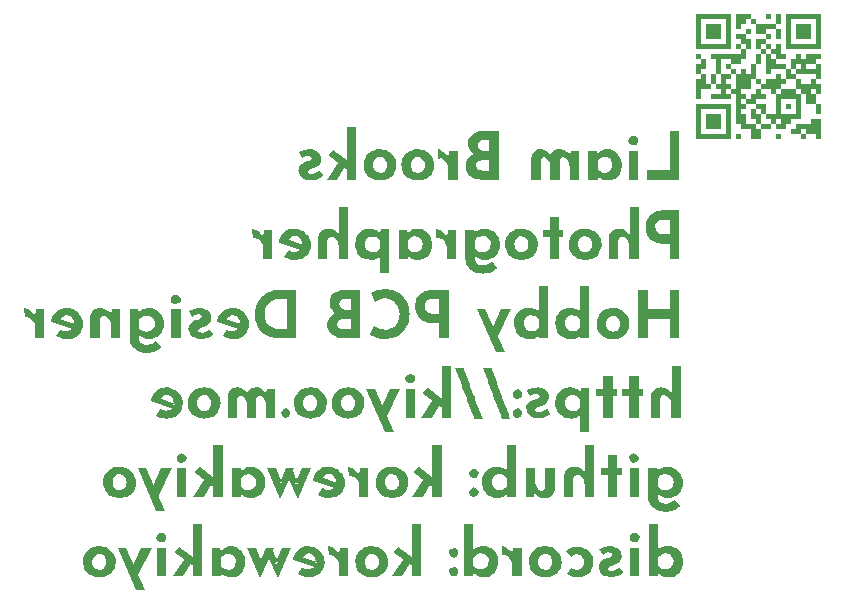
<source format=gbr>
%TF.GenerationSoftware,KiCad,Pcbnew,8.0.9*%
%TF.CreationDate,2025-05-16T14:56:25+01:00*%
%TF.ProjectId,bizcamera,62697a63-616d-4657-9261-2e6b69636164,rev?*%
%TF.SameCoordinates,Original*%
%TF.FileFunction,Legend,Bot*%
%TF.FilePolarity,Positive*%
%FSLAX46Y46*%
G04 Gerber Fmt 4.6, Leading zero omitted, Abs format (unit mm)*
G04 Created by KiCad (PCBNEW 8.0.9) date 2025-05-16 14:56:25*
%MOMM*%
%LPD*%
G01*
G04 APERTURE LIST*
%ADD10C,0.000000*%
%ADD11C,0.700000*%
%ADD12O,1.800000X2.400000*%
%ADD13C,3.000000*%
%ADD14C,0.650000*%
%ADD15O,2.100000X1.000000*%
%ADD16O,1.600000X1.000000*%
G04 APERTURE END LIST*
D10*
G36*
X192626666Y-74146666D02*
G01*
X192203333Y-74146666D01*
X192203333Y-73723332D01*
X192626666Y-73723332D01*
X192626666Y-74146666D01*
G37*
G36*
X185430000Y-73299999D02*
G01*
X185006667Y-73299999D01*
X185006667Y-72876666D01*
X185430000Y-72876666D01*
X185430000Y-73299999D01*
G37*
G36*
X191779999Y-73299999D02*
G01*
X191356666Y-73299999D01*
X191356666Y-72876666D01*
X191779999Y-72876666D01*
X191779999Y-73299999D01*
G37*
G36*
X191356666Y-77109999D02*
G01*
X190933333Y-77109999D01*
X190933333Y-76686666D01*
X191356666Y-76686666D01*
X191356666Y-77109999D01*
G37*
G36*
X188816666Y-69066666D02*
G01*
X188393333Y-69066666D01*
X188393333Y-68643333D01*
X188816666Y-68643333D01*
X188816666Y-69066666D01*
G37*
G36*
X189663333Y-74993332D02*
G01*
X189239999Y-74993332D01*
X189239999Y-74569999D01*
X189663333Y-74569999D01*
X189663333Y-74993332D01*
G37*
G36*
X188816666Y-70760000D02*
G01*
X188393333Y-70760000D01*
X188393333Y-70336666D01*
X188816666Y-70336666D01*
X188816666Y-70760000D01*
G37*
G36*
X187969999Y-75839999D02*
G01*
X187546666Y-75839999D01*
X187546666Y-75416666D01*
X187969999Y-75416666D01*
X187969999Y-75839999D01*
G37*
G36*
X185853333Y-71183333D02*
G01*
X185430000Y-71183333D01*
X185430000Y-70760000D01*
X185853333Y-70760000D01*
X185853333Y-71183333D01*
G37*
G36*
X188816666Y-76686666D02*
G01*
X188393333Y-76686666D01*
X188393333Y-76263332D01*
X188816666Y-76263332D01*
X188816666Y-76686666D01*
G37*
G36*
X185430000Y-74146666D02*
G01*
X185006667Y-74146666D01*
X185006667Y-73723332D01*
X185430000Y-73723332D01*
X185430000Y-74146666D01*
G37*
G36*
X187546666Y-77109999D02*
G01*
X187123333Y-77109999D01*
X187123333Y-76686666D01*
X187546666Y-76686666D01*
X187546666Y-77109999D01*
G37*
G36*
X184583333Y-72029999D02*
G01*
X184160000Y-72029999D01*
X184160000Y-71606666D01*
X184583333Y-71606666D01*
X184583333Y-72029999D01*
G37*
G36*
X190086666Y-71606666D02*
G01*
X189663333Y-71606666D01*
X189663333Y-71183333D01*
X190086666Y-71183333D01*
X190086666Y-71606666D01*
G37*
G36*
X187123333Y-69913333D02*
G01*
X186700000Y-69913333D01*
X186700000Y-69490000D01*
X187123333Y-69490000D01*
X187123333Y-69913333D01*
G37*
G36*
X188816666Y-72029999D02*
G01*
X188393333Y-72029999D01*
X188393333Y-71606666D01*
X188816666Y-71606666D01*
X188816666Y-72029999D01*
G37*
G36*
X191356666Y-74146666D02*
G01*
X190933333Y-74146666D01*
X190933333Y-73723332D01*
X191356666Y-73723332D01*
X191356666Y-74146666D01*
G37*
G36*
X186276667Y-74993332D02*
G01*
X185853333Y-74993332D01*
X185853333Y-74569999D01*
X186276667Y-74569999D01*
X186276667Y-74993332D01*
G37*
G36*
X191356666Y-71183333D02*
G01*
X190933333Y-71183333D01*
X190933333Y-70760000D01*
X191356666Y-70760000D01*
X191356666Y-71183333D01*
G37*
G36*
X191356666Y-73299999D02*
G01*
X190933333Y-73299999D01*
X190933333Y-72876666D01*
X191356666Y-72876666D01*
X191356666Y-73299999D01*
G37*
G36*
X186276667Y-73723332D02*
G01*
X185853333Y-73723332D01*
X185853333Y-73299999D01*
X186276667Y-73299999D01*
X186276667Y-73723332D01*
G37*
G36*
X188816666Y-73299999D02*
G01*
X188393333Y-73299999D01*
X188393333Y-72876666D01*
X188816666Y-72876666D01*
X188816666Y-73299999D01*
G37*
G36*
X186700000Y-70760000D02*
G01*
X186276667Y-70760000D01*
X186276667Y-70336666D01*
X186700000Y-70336666D01*
X186700000Y-70760000D01*
G37*
G36*
X192626666Y-72876666D02*
G01*
X192203333Y-72876666D01*
X192203333Y-72453332D01*
X192626666Y-72453332D01*
X192626666Y-72876666D01*
G37*
G36*
X193050000Y-77533333D02*
G01*
X192626666Y-77533333D01*
X192626666Y-77109999D01*
X193050000Y-77109999D01*
X193050000Y-77533333D01*
G37*
G36*
X191356666Y-76686666D02*
G01*
X190933333Y-76686666D01*
X190933333Y-76263332D01*
X191356666Y-76263332D01*
X191356666Y-76686666D01*
G37*
G36*
X190933333Y-71183333D02*
G01*
X190509999Y-71183333D01*
X190509999Y-70760000D01*
X190933333Y-70760000D01*
X190933333Y-71183333D01*
G37*
G36*
X186700000Y-72029999D02*
G01*
X186276667Y-72029999D01*
X186276667Y-71606666D01*
X186700000Y-71606666D01*
X186700000Y-72029999D01*
G37*
G36*
X191779999Y-71183333D02*
G01*
X191356666Y-71183333D01*
X191356666Y-70760000D01*
X191779999Y-70760000D01*
X191779999Y-71183333D01*
G37*
G36*
X186276667Y-69066666D02*
G01*
X185853333Y-69066666D01*
X185853333Y-68643333D01*
X186276667Y-68643333D01*
X186276667Y-69066666D01*
G37*
G36*
X192203333Y-77109999D02*
G01*
X191779999Y-77109999D01*
X191779999Y-76686666D01*
X192203333Y-76686666D01*
X192203333Y-77109999D01*
G37*
G36*
X190086666Y-74146666D02*
G01*
X189663333Y-74146666D01*
X189663333Y-73723332D01*
X190086666Y-73723332D01*
X190086666Y-74146666D01*
G37*
G36*
X193050000Y-76263332D02*
G01*
X192626666Y-76263332D01*
X192626666Y-75839999D01*
X193050000Y-75839999D01*
X193050000Y-76263332D01*
G37*
G36*
X187123333Y-72876666D02*
G01*
X186700000Y-72876666D01*
X186700000Y-72453332D01*
X187123333Y-72453332D01*
X187123333Y-72876666D01*
G37*
G36*
X190086666Y-70760000D02*
G01*
X189663333Y-70760000D01*
X189663333Y-70336666D01*
X190086666Y-70336666D01*
X190086666Y-70760000D01*
G37*
G36*
X186700000Y-76686666D02*
G01*
X186276667Y-76686666D01*
X186276667Y-76263332D01*
X186700000Y-76263332D01*
X186700000Y-76686666D01*
G37*
G36*
X191779999Y-71606666D02*
G01*
X191356666Y-71606666D01*
X191356666Y-71183333D01*
X191779999Y-71183333D01*
X191779999Y-71606666D01*
G37*
G36*
X183313333Y-71606666D02*
G01*
X182890000Y-71606666D01*
X182890000Y-71183333D01*
X183313333Y-71183333D01*
X183313333Y-71606666D01*
G37*
G36*
X186700000Y-67796666D02*
G01*
X186276667Y-67796666D01*
X186276667Y-67373333D01*
X186700000Y-67373333D01*
X186700000Y-67796666D01*
G37*
G36*
X191356666Y-70760000D02*
G01*
X190933333Y-70760000D01*
X190933333Y-70336666D01*
X191356666Y-70336666D01*
X191356666Y-70760000D01*
G37*
G36*
X190509999Y-72029999D02*
G01*
X190086666Y-72029999D01*
X190086666Y-71606666D01*
X190509999Y-71606666D01*
X190509999Y-72029999D01*
G37*
G36*
X187123333Y-67373333D02*
G01*
X186700000Y-67373333D01*
X186700000Y-66950000D01*
X187123333Y-66950000D01*
X187123333Y-67373333D01*
G37*
G36*
X188393333Y-68643333D02*
G01*
X187969999Y-68643333D01*
X187969999Y-68220000D01*
X188393333Y-68220000D01*
X188393333Y-68643333D01*
G37*
G36*
X190509999Y-75839999D02*
G01*
X190086666Y-75839999D01*
X190086666Y-75416666D01*
X190509999Y-75416666D01*
X190509999Y-75839999D01*
G37*
G36*
X191356666Y-72029999D02*
G01*
X190933333Y-72029999D01*
X190933333Y-71606666D01*
X191356666Y-71606666D01*
X191356666Y-72029999D01*
G37*
G36*
X193050000Y-74993332D02*
G01*
X192626666Y-74993332D01*
X192626666Y-74569999D01*
X193050000Y-74569999D01*
X193050000Y-74993332D01*
G37*
G36*
X189663333Y-77533333D02*
G01*
X189239999Y-77533333D01*
X189239999Y-77109999D01*
X189663333Y-77109999D01*
X189663333Y-77533333D01*
G37*
G36*
X193050000Y-70760000D02*
G01*
X192626666Y-70760000D01*
X192626666Y-70336666D01*
X193050000Y-70336666D01*
X193050000Y-70760000D01*
G37*
G36*
X192626666Y-76686666D02*
G01*
X192203333Y-76686666D01*
X192203333Y-76263332D01*
X192626666Y-76263332D01*
X192626666Y-76686666D01*
G37*
G36*
X188393333Y-74146666D02*
G01*
X187969999Y-74146666D01*
X187969999Y-73723332D01*
X188393333Y-73723332D01*
X188393333Y-74146666D01*
G37*
G36*
X186276667Y-71183333D02*
G01*
X185853333Y-71183333D01*
X185853333Y-70760000D01*
X186276667Y-70760000D01*
X186276667Y-71183333D01*
G37*
G36*
X187546666Y-77533333D02*
G01*
X187123333Y-77533333D01*
X187123333Y-77109999D01*
X187546666Y-77109999D01*
X187546666Y-77533333D01*
G37*
G36*
X191779999Y-72029999D02*
G01*
X191356666Y-72029999D01*
X191356666Y-71606666D01*
X191779999Y-71606666D01*
X191779999Y-72029999D01*
G37*
G36*
X182890000Y-72029999D02*
G01*
X182466667Y-72029999D01*
X182466667Y-71606666D01*
X182890000Y-71606666D01*
X182890000Y-72029999D01*
G37*
G36*
X184583333Y-71183333D02*
G01*
X184160000Y-71183333D01*
X184160000Y-70760000D01*
X184583333Y-70760000D01*
X184583333Y-71183333D01*
G37*
G36*
X185006667Y-73299999D02*
G01*
X184583333Y-73299999D01*
X184583333Y-72876666D01*
X185006667Y-72876666D01*
X185006667Y-73299999D01*
G37*
G36*
X182890000Y-71606666D02*
G01*
X182466667Y-71606666D01*
X182466667Y-71183333D01*
X182890000Y-71183333D01*
X182890000Y-71606666D01*
G37*
G36*
X185853333Y-73723332D02*
G01*
X185430000Y-73723332D01*
X185430000Y-73299999D01*
X185853333Y-73299999D01*
X185853333Y-73723332D01*
G37*
G36*
X187546666Y-75839999D02*
G01*
X187123333Y-75839999D01*
X187123333Y-75416666D01*
X187546666Y-75416666D01*
X187546666Y-75839999D01*
G37*
G36*
X185853333Y-72029999D02*
G01*
X185430000Y-72029999D01*
X185430000Y-71606666D01*
X185853333Y-71606666D01*
X185853333Y-72029999D01*
G37*
G36*
X182890000Y-74146666D02*
G01*
X182466667Y-74146666D01*
X182466667Y-73723332D01*
X182890000Y-73723332D01*
X182890000Y-74146666D01*
G37*
G36*
X186276667Y-72876666D02*
G01*
X185853333Y-72876666D01*
X185853333Y-72453332D01*
X186276667Y-72453332D01*
X186276667Y-72876666D01*
G37*
G36*
X187546666Y-72453332D02*
G01*
X187123333Y-72453332D01*
X187123333Y-72029999D01*
X187546666Y-72029999D01*
X187546666Y-72453332D01*
G37*
G36*
X186700000Y-72453332D02*
G01*
X186276667Y-72453332D01*
X186276667Y-72029999D01*
X186700000Y-72029999D01*
X186700000Y-72453332D01*
G37*
G36*
X189663333Y-74569999D02*
G01*
X189239999Y-74569999D01*
X189239999Y-74146666D01*
X189663333Y-74146666D01*
X189663333Y-74569999D01*
G37*
G36*
X188393333Y-74993332D02*
G01*
X187969999Y-74993332D01*
X187969999Y-74569999D01*
X188393333Y-74569999D01*
X188393333Y-74993332D01*
G37*
G36*
X190933333Y-77109999D02*
G01*
X190509999Y-77109999D01*
X190509999Y-76686666D01*
X190933333Y-76686666D01*
X190933333Y-77109999D01*
G37*
G36*
X186276667Y-75839999D02*
G01*
X185853333Y-75839999D01*
X185853333Y-75416666D01*
X186276667Y-75416666D01*
X186276667Y-75839999D01*
G37*
G36*
X188393333Y-68220000D02*
G01*
X187969999Y-68220000D01*
X187969999Y-67796666D01*
X188393333Y-67796666D01*
X188393333Y-68220000D01*
G37*
G36*
X192626666Y-73299999D02*
G01*
X192203333Y-73299999D01*
X192203333Y-72876666D01*
X192626666Y-72876666D01*
X192626666Y-73299999D01*
G37*
G36*
X193050000Y-69913333D02*
G01*
X190086666Y-69913333D01*
X190086666Y-69468833D01*
X190086666Y-67394500D01*
X190531166Y-67394500D01*
X190531166Y-69468833D01*
X192605499Y-69468833D01*
X192605499Y-67394500D01*
X190531166Y-67394500D01*
X190086666Y-67394500D01*
X190086666Y-66950000D01*
X193050000Y-66950000D01*
X193050000Y-69913333D01*
G37*
G36*
X192203333Y-74569999D02*
G01*
X191779999Y-74569999D01*
X191779999Y-74146666D01*
X192203333Y-74146666D01*
X192203333Y-74569999D01*
G37*
G36*
X185006667Y-72453332D02*
G01*
X184583333Y-72453332D01*
X184583333Y-72029999D01*
X185006667Y-72029999D01*
X185006667Y-72453332D01*
G37*
G36*
X193050000Y-71606666D02*
G01*
X192626666Y-71606666D01*
X192626666Y-71183333D01*
X193050000Y-71183333D01*
X193050000Y-71606666D01*
G37*
G36*
X186276667Y-75416666D02*
G01*
X185853333Y-75416666D01*
X185853333Y-74993332D01*
X186276667Y-74993332D01*
X186276667Y-75416666D01*
G37*
G36*
X190509999Y-76263332D02*
G01*
X190086666Y-76263332D01*
X190086666Y-75839999D01*
X190509999Y-75839999D01*
X190509999Y-76263332D01*
G37*
G36*
X189663333Y-68643333D02*
G01*
X189239999Y-68643333D01*
X189239999Y-68220000D01*
X189663333Y-68220000D01*
X189663333Y-68643333D01*
G37*
G36*
X188393333Y-75416666D02*
G01*
X187969999Y-75416666D01*
X187969999Y-74993332D01*
X188393333Y-74993332D01*
X188393333Y-75416666D01*
G37*
G36*
X186276667Y-69913333D02*
G01*
X185853333Y-69913333D01*
X185853333Y-69490000D01*
X186276667Y-69490000D01*
X186276667Y-69913333D01*
G37*
G36*
X185006667Y-74146666D02*
G01*
X184583333Y-74146666D01*
X184583333Y-73723332D01*
X185006667Y-73723332D01*
X185006667Y-74146666D01*
G37*
G36*
X186700000Y-69066666D02*
G01*
X186276667Y-69066666D01*
X186276667Y-68643333D01*
X186700000Y-68643333D01*
X186700000Y-69066666D01*
G37*
G36*
X189239999Y-70336666D02*
G01*
X188816666Y-70336666D01*
X188816666Y-69913333D01*
X189239999Y-69913333D01*
X189239999Y-70336666D01*
G37*
G36*
X192203333Y-74146666D02*
G01*
X191779999Y-74146666D01*
X191779999Y-73723332D01*
X192203333Y-73723332D01*
X192203333Y-74146666D01*
G37*
G36*
X185430000Y-71606666D02*
G01*
X185006667Y-71606666D01*
X185006667Y-71183333D01*
X185430000Y-71183333D01*
X185430000Y-71606666D01*
G37*
G36*
X189663333Y-76686666D02*
G01*
X189239999Y-76686666D01*
X189239999Y-76263332D01*
X189663333Y-76263332D01*
X189663333Y-76686666D01*
G37*
G36*
X189663333Y-72453332D02*
G01*
X189239999Y-72453332D01*
X189239999Y-72029999D01*
X189663333Y-72029999D01*
X189663333Y-72453332D01*
G37*
G36*
X189663333Y-74146666D02*
G01*
X189239999Y-74146666D01*
X189239999Y-73723332D01*
X189663333Y-73723332D01*
X189663333Y-74146666D01*
G37*
G36*
X191356666Y-74569999D02*
G01*
X190933333Y-74569999D01*
X190933333Y-74146666D01*
X191356666Y-74146666D01*
X191356666Y-74569999D01*
G37*
G36*
X187969999Y-74146666D02*
G01*
X187546666Y-74146666D01*
X187546666Y-73723332D01*
X187969999Y-73723332D01*
X187969999Y-74146666D01*
G37*
G36*
X189239999Y-73723332D02*
G01*
X188816666Y-73723332D01*
X188816666Y-73299999D01*
X189239999Y-73299999D01*
X189239999Y-73723332D01*
G37*
G36*
X188393333Y-76686666D02*
G01*
X187969999Y-76686666D01*
X187969999Y-76263332D01*
X188393333Y-76263332D01*
X188393333Y-76686666D01*
G37*
G36*
X190933333Y-74146666D02*
G01*
X190509999Y-74146666D01*
X190509999Y-73723332D01*
X190933333Y-73723332D01*
X190933333Y-74146666D01*
G37*
G36*
X192203333Y-76686666D02*
G01*
X191779999Y-76686666D01*
X191779999Y-76263332D01*
X192203333Y-76263332D01*
X192203333Y-76686666D01*
G37*
G36*
X186276667Y-67373333D02*
G01*
X185853333Y-67373333D01*
X185853333Y-66950000D01*
X186276667Y-66950000D01*
X186276667Y-67373333D01*
G37*
G36*
X185006667Y-70760000D02*
G01*
X184583333Y-70760000D01*
X184583333Y-70336666D01*
X185006667Y-70336666D01*
X185006667Y-70760000D01*
G37*
G36*
X188816666Y-67373333D02*
G01*
X188393333Y-67373333D01*
X188393333Y-66950000D01*
X188816666Y-66950000D01*
X188816666Y-67373333D01*
G37*
G36*
X187969999Y-69490000D02*
G01*
X187546666Y-69490000D01*
X187546666Y-69066666D01*
X187969999Y-69066666D01*
X187969999Y-69490000D01*
G37*
G36*
X188816666Y-69913333D02*
G01*
X188393333Y-69913333D01*
X188393333Y-69490000D01*
X188816666Y-69490000D01*
X188816666Y-69913333D01*
G37*
G36*
X190086666Y-76263332D02*
G01*
X189663333Y-76263332D01*
X189663333Y-75839999D01*
X190086666Y-75839999D01*
X190086666Y-76263332D01*
G37*
G36*
X182890000Y-73723332D02*
G01*
X182466667Y-73723332D01*
X182466667Y-73299999D01*
X182890000Y-73299999D01*
X182890000Y-73723332D01*
G37*
G36*
X188393333Y-73299999D02*
G01*
X187969999Y-73299999D01*
X187969999Y-72876666D01*
X188393333Y-72876666D01*
X188393333Y-73299999D01*
G37*
G36*
X183736667Y-73299999D02*
G01*
X183313333Y-73299999D01*
X183313333Y-72876666D01*
X183736667Y-72876666D01*
X183736667Y-73299999D01*
G37*
G36*
X193050000Y-73723332D02*
G01*
X192626666Y-73723332D01*
X192626666Y-73299999D01*
X193050000Y-73299999D01*
X193050000Y-73723332D01*
G37*
G36*
X187546666Y-74569999D02*
G01*
X187123333Y-74569999D01*
X187123333Y-74146666D01*
X187546666Y-74146666D01*
X187546666Y-74569999D01*
G37*
G36*
X192626666Y-72029999D02*
G01*
X192203333Y-72029999D01*
X192203333Y-71606666D01*
X192626666Y-71606666D01*
X192626666Y-72029999D01*
G37*
G36*
X184583333Y-69066666D02*
G01*
X183313333Y-69066666D01*
X183313333Y-67796666D01*
X184583333Y-67796666D01*
X184583333Y-69066666D01*
G37*
G36*
X185853333Y-70760000D02*
G01*
X185430000Y-70760000D01*
X185430000Y-70336666D01*
X185853333Y-70336666D01*
X185853333Y-70760000D01*
G37*
G36*
X187969999Y-73723332D02*
G01*
X187546666Y-73723332D01*
X187546666Y-73299999D01*
X187969999Y-73299999D01*
X187969999Y-73723332D01*
G37*
G36*
X186700000Y-72876666D02*
G01*
X186276667Y-72876666D01*
X186276667Y-72453332D01*
X186700000Y-72453332D01*
X186700000Y-72876666D01*
G37*
G36*
X186700000Y-74993332D02*
G01*
X186276667Y-74993332D01*
X186276667Y-74569999D01*
X186700000Y-74569999D01*
X186700000Y-74993332D01*
G37*
G36*
X187546666Y-67796666D02*
G01*
X187123333Y-67796666D01*
X187123333Y-67373333D01*
X187546666Y-67373333D01*
X187546666Y-67796666D01*
G37*
G36*
X190086666Y-73723332D02*
G01*
X189663333Y-73723332D01*
X189663333Y-73299999D01*
X190086666Y-73299999D01*
X190086666Y-73723332D01*
G37*
G36*
X186276667Y-68220000D02*
G01*
X185853333Y-68220000D01*
X185853333Y-67796666D01*
X186276667Y-67796666D01*
X186276667Y-68220000D01*
G37*
G36*
X186276667Y-67796666D02*
G01*
X185853333Y-67796666D01*
X185853333Y-67373333D01*
X186276667Y-67373333D01*
X186276667Y-67796666D01*
G37*
G36*
X189239999Y-68220000D02*
G01*
X188816666Y-68220000D01*
X188816666Y-67796666D01*
X189239999Y-67796666D01*
X189239999Y-68220000D01*
G37*
G36*
X184583333Y-71606666D02*
G01*
X184160000Y-71606666D01*
X184160000Y-71183333D01*
X184583333Y-71183333D01*
X184583333Y-71606666D01*
G37*
G36*
X189239999Y-71606666D02*
G01*
X188816666Y-71606666D01*
X188816666Y-71183333D01*
X189239999Y-71183333D01*
X189239999Y-71606666D01*
G37*
G36*
X192626666Y-74569999D02*
G01*
X192203333Y-74569999D01*
X192203333Y-74146666D01*
X192626666Y-74146666D01*
X192626666Y-74569999D01*
G37*
G36*
X190509999Y-74993332D02*
G01*
X190086666Y-74993332D01*
X190086666Y-74569999D01*
X190509999Y-74569999D01*
X190509999Y-74993332D01*
G37*
G36*
X191356666Y-74993332D02*
G01*
X190933333Y-74993332D01*
X190933333Y-74569999D01*
X191356666Y-74569999D01*
X191356666Y-74993332D01*
G37*
G36*
X184583333Y-73299999D02*
G01*
X184160000Y-73299999D01*
X184160000Y-72876666D01*
X184583333Y-72876666D01*
X184583333Y-73299999D01*
G37*
G36*
X187546666Y-71606666D02*
G01*
X187123333Y-71606666D01*
X187123333Y-71183333D01*
X187546666Y-71183333D01*
X187546666Y-71606666D01*
G37*
G36*
X187969999Y-72876666D02*
G01*
X187546666Y-72876666D01*
X187546666Y-72453332D01*
X187969999Y-72453332D01*
X187969999Y-72876666D01*
G37*
G36*
X189663333Y-69913333D02*
G01*
X189239999Y-69913333D01*
X189239999Y-69490000D01*
X189663333Y-69490000D01*
X189663333Y-69913333D01*
G37*
G36*
X184160000Y-72453332D02*
G01*
X183736667Y-72453332D01*
X183736667Y-72029999D01*
X184160000Y-72029999D01*
X184160000Y-72453332D01*
G37*
G36*
X186700000Y-69490000D02*
G01*
X186276667Y-69490000D01*
X186276667Y-69066666D01*
X186700000Y-69066666D01*
X186700000Y-69490000D01*
G37*
G36*
X192203333Y-73723332D02*
G01*
X191779999Y-73723332D01*
X191779999Y-73299999D01*
X192203333Y-73299999D01*
X192203333Y-73723332D01*
G37*
G36*
X190509999Y-72453332D02*
G01*
X190086666Y-72453332D01*
X190086666Y-72029999D01*
X190509999Y-72029999D01*
X190509999Y-72453332D01*
G37*
G36*
X186700000Y-74146666D02*
G01*
X186276667Y-74146666D01*
X186276667Y-73723332D01*
X186700000Y-73723332D01*
X186700000Y-74146666D01*
G37*
G36*
X189663333Y-67373333D02*
G01*
X189239999Y-67373333D01*
X189239999Y-66950000D01*
X189663333Y-66950000D01*
X189663333Y-67373333D01*
G37*
G36*
X193050000Y-73299999D02*
G01*
X192626666Y-73299999D01*
X192626666Y-72876666D01*
X193050000Y-72876666D01*
X193050000Y-73299999D01*
G37*
G36*
X190933333Y-72453332D02*
G01*
X190509999Y-72453332D01*
X190509999Y-72029999D01*
X190933333Y-72029999D01*
X190933333Y-72453332D01*
G37*
G36*
X182890000Y-72876666D02*
G01*
X182466667Y-72876666D01*
X182466667Y-72453332D01*
X182890000Y-72453332D01*
X182890000Y-72876666D01*
G37*
G36*
X189663333Y-75416666D02*
G01*
X189239999Y-75416666D01*
X189239999Y-74993332D01*
X189663333Y-74993332D01*
X189663333Y-75416666D01*
G37*
G36*
X187123333Y-74569999D02*
G01*
X186700000Y-74569999D01*
X186700000Y-74146666D01*
X187123333Y-74146666D01*
X187123333Y-74569999D01*
G37*
G36*
X191356666Y-72876666D02*
G01*
X190933333Y-72876666D01*
X190933333Y-72453332D01*
X191356666Y-72453332D01*
X191356666Y-72876666D01*
G37*
G36*
X190509999Y-74146666D02*
G01*
X190086666Y-74146666D01*
X190086666Y-73723332D01*
X190509999Y-73723332D01*
X190509999Y-74146666D01*
G37*
G36*
X183313333Y-73299999D02*
G01*
X182890000Y-73299999D01*
X182890000Y-72876666D01*
X183313333Y-72876666D01*
X183313333Y-73299999D01*
G37*
G36*
X187123333Y-72453332D02*
G01*
X186700000Y-72453332D01*
X186700000Y-72029999D01*
X187123333Y-72029999D01*
X187123333Y-72453332D01*
G37*
G36*
X187969999Y-76263332D02*
G01*
X187546666Y-76263332D01*
X187546666Y-75839999D01*
X187969999Y-75839999D01*
X187969999Y-76263332D01*
G37*
G36*
X182890000Y-73299999D02*
G01*
X182466667Y-73299999D01*
X182466667Y-72876666D01*
X182890000Y-72876666D01*
X182890000Y-73299999D01*
G37*
G36*
X186700000Y-70336666D02*
G01*
X186276667Y-70336666D01*
X186276667Y-69913333D01*
X186700000Y-69913333D01*
X186700000Y-70336666D01*
G37*
G36*
X191356666Y-75839999D02*
G01*
X190933333Y-75839999D01*
X190933333Y-75416666D01*
X191356666Y-75416666D01*
X191356666Y-75839999D01*
G37*
G36*
X184160000Y-70760000D02*
G01*
X183736667Y-70760000D01*
X183736667Y-70336666D01*
X184160000Y-70336666D01*
X184160000Y-70760000D01*
G37*
G36*
X190086666Y-75839999D02*
G01*
X189663333Y-75839999D01*
X189663333Y-75416666D01*
X190086666Y-75416666D01*
X190086666Y-75839999D01*
G37*
G36*
X186276667Y-70760000D02*
G01*
X185853333Y-70760000D01*
X185853333Y-70336666D01*
X186276667Y-70336666D01*
X186276667Y-70760000D01*
G37*
G36*
X187969999Y-74993332D02*
G01*
X187546666Y-74993332D01*
X187546666Y-74569999D01*
X187969999Y-74569999D01*
X187969999Y-74993332D01*
G37*
G36*
X183313333Y-71183333D02*
G01*
X182890000Y-71183333D01*
X182890000Y-70760000D01*
X183313333Y-70760000D01*
X183313333Y-71183333D01*
G37*
G36*
X186700000Y-76263332D02*
G01*
X186276667Y-76263332D01*
X186276667Y-75839999D01*
X186700000Y-75839999D01*
X186700000Y-76263332D01*
G37*
G36*
X188816666Y-71606666D02*
G01*
X188393333Y-71606666D01*
X188393333Y-71183333D01*
X188816666Y-71183333D01*
X188816666Y-71606666D01*
G37*
G36*
X189663333Y-70336666D02*
G01*
X189239999Y-70336666D01*
X189239999Y-69913333D01*
X189663333Y-69913333D01*
X189663333Y-70336666D01*
G37*
G36*
X188816666Y-71183333D02*
G01*
X188393333Y-71183333D01*
X188393333Y-70760000D01*
X188816666Y-70760000D01*
X188816666Y-71183333D01*
G37*
G36*
X184583333Y-74146666D02*
G01*
X184160000Y-74146666D01*
X184160000Y-73723332D01*
X184583333Y-73723332D01*
X184583333Y-74146666D01*
G37*
G36*
X187123333Y-68643333D02*
G01*
X186700000Y-68643333D01*
X186700000Y-68220000D01*
X187123333Y-68220000D01*
X187123333Y-68643333D01*
G37*
G36*
X186276667Y-73299999D02*
G01*
X185853333Y-73299999D01*
X185853333Y-72876666D01*
X186276667Y-72876666D01*
X186276667Y-73299999D01*
G37*
G36*
X193050000Y-75416666D02*
G01*
X192626666Y-75416666D01*
X192626666Y-74993332D01*
X193050000Y-74993332D01*
X193050000Y-75416666D01*
G37*
G36*
X192203333Y-70760000D02*
G01*
X191779999Y-70760000D01*
X191779999Y-70336666D01*
X192203333Y-70336666D01*
X192203333Y-70760000D01*
G37*
G36*
X192203333Y-69066666D02*
G01*
X190933333Y-69066666D01*
X190933333Y-67796666D01*
X192203333Y-67796666D01*
X192203333Y-69066666D01*
G37*
G36*
X189239999Y-72876666D02*
G01*
X188816666Y-72876666D01*
X188816666Y-72453332D01*
X189239999Y-72453332D01*
X189239999Y-72876666D01*
G37*
G36*
X188393333Y-69490000D02*
G01*
X187969999Y-69490000D01*
X187969999Y-69066666D01*
X188393333Y-69066666D01*
X188393333Y-69490000D01*
G37*
G36*
X190933333Y-73723332D02*
G01*
X190509999Y-73723332D01*
X190509999Y-73299999D01*
X190933333Y-73299999D01*
X190933333Y-73723332D01*
G37*
G36*
X192626666Y-77109999D02*
G01*
X192203333Y-77109999D01*
X192203333Y-76686666D01*
X192626666Y-76686666D01*
X192626666Y-77109999D01*
G37*
G36*
X187123333Y-73299999D02*
G01*
X186700000Y-73299999D01*
X186700000Y-72876666D01*
X187123333Y-72876666D01*
X187123333Y-73299999D01*
G37*
G36*
X189663333Y-67796666D02*
G01*
X189239999Y-67796666D01*
X189239999Y-67373333D01*
X189663333Y-67373333D01*
X189663333Y-67796666D01*
G37*
G36*
X189663333Y-73299999D02*
G01*
X189239999Y-73299999D01*
X189239999Y-72876666D01*
X189663333Y-72876666D01*
X189663333Y-73299999D01*
G37*
G36*
X183313333Y-72876666D02*
G01*
X182890000Y-72876666D01*
X182890000Y-72453332D01*
X183313333Y-72453332D01*
X183313333Y-72876666D01*
G37*
G36*
X191779999Y-73723332D02*
G01*
X191356666Y-73723332D01*
X191356666Y-73299999D01*
X191779999Y-73299999D01*
X191779999Y-73723332D01*
G37*
G36*
X184160000Y-72876666D02*
G01*
X183736667Y-72876666D01*
X183736667Y-72453332D01*
X184160000Y-72453332D01*
X184160000Y-72876666D01*
G37*
G36*
X192626666Y-71183333D02*
G01*
X192203333Y-71183333D01*
X192203333Y-70760000D01*
X192626666Y-70760000D01*
X192626666Y-71183333D01*
G37*
G36*
X191779999Y-76686666D02*
G01*
X191356666Y-76686666D01*
X191356666Y-76263332D01*
X191779999Y-76263332D01*
X191779999Y-76686666D01*
G37*
G36*
X189239999Y-73299999D02*
G01*
X188816666Y-73299999D01*
X188816666Y-72876666D01*
X189239999Y-72876666D01*
X189239999Y-73299999D01*
G37*
G36*
X186276667Y-74569999D02*
G01*
X185853333Y-74569999D01*
X185853333Y-74146666D01*
X186276667Y-74146666D01*
X186276667Y-74569999D01*
G37*
G36*
X188816666Y-75839999D02*
G01*
X188393333Y-75839999D01*
X188393333Y-75416666D01*
X188816666Y-75416666D01*
X188816666Y-75839999D01*
G37*
G36*
X187123333Y-69490000D02*
G01*
X186700000Y-69490000D01*
X186700000Y-69066666D01*
X187123333Y-69066666D01*
X187123333Y-69490000D01*
G37*
G36*
X186700000Y-75839999D02*
G01*
X186276667Y-75839999D01*
X186276667Y-75416666D01*
X186700000Y-75416666D01*
X186700000Y-75839999D01*
G37*
G36*
X188393333Y-70336666D02*
G01*
X187969999Y-70336666D01*
X187969999Y-69913333D01*
X188393333Y-69913333D01*
X188393333Y-70336666D01*
G37*
G36*
X186276667Y-72453332D02*
G01*
X185853333Y-72453332D01*
X185853333Y-72029999D01*
X186276667Y-72029999D01*
X186276667Y-72453332D01*
G37*
G36*
X189663333Y-69066666D02*
G01*
X189239999Y-69066666D01*
X189239999Y-68643333D01*
X189663333Y-68643333D01*
X189663333Y-69066666D01*
G37*
G36*
X187969999Y-70760000D02*
G01*
X187546666Y-70760000D01*
X187546666Y-70336666D01*
X187969999Y-70336666D01*
X187969999Y-70760000D01*
G37*
G36*
X192203333Y-71183333D02*
G01*
X191779999Y-71183333D01*
X191779999Y-70760000D01*
X192203333Y-70760000D01*
X192203333Y-71183333D01*
G37*
G36*
X184160000Y-74146666D02*
G01*
X183736667Y-74146666D01*
X183736667Y-73723332D01*
X184160000Y-73723332D01*
X184160000Y-74146666D01*
G37*
G36*
X191779999Y-77533333D02*
G01*
X191356666Y-77533333D01*
X191356666Y-77109999D01*
X191779999Y-77109999D01*
X191779999Y-77533333D01*
G37*
G36*
X183313333Y-72453332D02*
G01*
X182890000Y-72453332D01*
X182890000Y-72029999D01*
X183313333Y-72029999D01*
X183313333Y-72453332D01*
G37*
G36*
X186276667Y-76263332D02*
G01*
X185853333Y-76263332D01*
X185853333Y-75839999D01*
X186276667Y-75839999D01*
X186276667Y-76263332D01*
G37*
G36*
X189663333Y-70760000D02*
G01*
X189239999Y-70760000D01*
X189239999Y-70336666D01*
X189663333Y-70336666D01*
X189663333Y-70760000D01*
G37*
G36*
X193050000Y-72029999D02*
G01*
X192626666Y-72029999D01*
X192626666Y-71606666D01*
X193050000Y-71606666D01*
X193050000Y-72029999D01*
G37*
G36*
X185430000Y-70760000D02*
G01*
X185006667Y-70760000D01*
X185006667Y-70336666D01*
X185430000Y-70336666D01*
X185430000Y-70760000D01*
G37*
G36*
X187969999Y-68220000D02*
G01*
X187546666Y-68220000D01*
X187546666Y-67796666D01*
X187969999Y-67796666D01*
X187969999Y-68220000D01*
G37*
G36*
X186700000Y-67373333D02*
G01*
X186276667Y-67373333D01*
X186276667Y-66950000D01*
X186700000Y-66950000D01*
X186700000Y-67373333D01*
G37*
G36*
X187546666Y-72029999D02*
G01*
X187123333Y-72029999D01*
X187123333Y-71606666D01*
X187546666Y-71606666D01*
X187546666Y-72029999D01*
G37*
G36*
X187123333Y-76686666D02*
G01*
X186700000Y-76686666D01*
X186700000Y-76263332D01*
X187123333Y-76263332D01*
X187123333Y-76686666D01*
G37*
G36*
X186276667Y-74146666D02*
G01*
X185853333Y-74146666D01*
X185853333Y-73723332D01*
X186276667Y-73723332D01*
X186276667Y-74146666D01*
G37*
G36*
X189239999Y-71183333D02*
G01*
X188816666Y-71183333D01*
X188816666Y-70760000D01*
X189239999Y-70760000D01*
X189239999Y-71183333D01*
G37*
G36*
X193050000Y-76686666D02*
G01*
X192626666Y-76686666D01*
X192626666Y-76263332D01*
X193050000Y-76263332D01*
X193050000Y-76686666D01*
G37*
G36*
X187546666Y-74146666D02*
G01*
X187123333Y-74146666D01*
X187123333Y-73723332D01*
X187546666Y-73723332D01*
X187546666Y-74146666D01*
G37*
G36*
X182890000Y-70760000D02*
G01*
X182466667Y-70760000D01*
X182466667Y-70336666D01*
X182890000Y-70336666D01*
X182890000Y-70760000D01*
G37*
G36*
X187969999Y-71183333D02*
G01*
X187546666Y-71183333D01*
X187546666Y-70760000D01*
X187969999Y-70760000D01*
X187969999Y-71183333D01*
G37*
G36*
X192626666Y-70760000D02*
G01*
X192203333Y-70760000D01*
X192203333Y-70336666D01*
X192626666Y-70336666D01*
X192626666Y-70760000D01*
G37*
G36*
X192203333Y-72029999D02*
G01*
X191779999Y-72029999D01*
X191779999Y-71606666D01*
X192203333Y-71606666D01*
X192203333Y-72029999D01*
G37*
G36*
X184583333Y-76686666D02*
G01*
X183313333Y-76686666D01*
X183313333Y-75416666D01*
X184583333Y-75416666D01*
X184583333Y-76686666D01*
G37*
G36*
X192626666Y-76263332D02*
G01*
X192203333Y-76263332D01*
X192203333Y-75839999D01*
X192626666Y-75839999D01*
X192626666Y-76263332D01*
G37*
G36*
X186276667Y-77533333D02*
G01*
X185853333Y-77533333D01*
X185853333Y-77109999D01*
X186276667Y-77109999D01*
X186276667Y-77533333D01*
G37*
G36*
X188816666Y-72876666D02*
G01*
X188393333Y-72876666D01*
X188393333Y-72453332D01*
X188816666Y-72453332D01*
X188816666Y-72876666D01*
G37*
G36*
X185430000Y-77533333D02*
G01*
X182466667Y-77533333D01*
X182466667Y-77088832D01*
X182466667Y-75014499D01*
X182911167Y-75014499D01*
X182911167Y-77088832D01*
X184985500Y-77088832D01*
X184985500Y-75014499D01*
X182911167Y-75014499D01*
X182466667Y-75014499D01*
X182466667Y-74569999D01*
X185430000Y-74569999D01*
X185430000Y-77533333D01*
G37*
G36*
X187969999Y-68643333D02*
G01*
X187546666Y-68643333D01*
X187546666Y-68220000D01*
X187969999Y-68220000D01*
X187969999Y-68643333D01*
G37*
G36*
X184583333Y-70760000D02*
G01*
X184160000Y-70760000D01*
X184160000Y-70336666D01*
X184583333Y-70336666D01*
X184583333Y-70760000D01*
G37*
G36*
X185430000Y-69913333D02*
G01*
X182466667Y-69913333D01*
X182466667Y-69468833D01*
X182466667Y-67394500D01*
X182911167Y-67394500D01*
X182911167Y-69468833D01*
X184985500Y-69468833D01*
X184985500Y-67394500D01*
X182911167Y-67394500D01*
X182466667Y-67394500D01*
X182466667Y-66950000D01*
X185430000Y-66950000D01*
X185430000Y-69913333D01*
G37*
G36*
X187969999Y-77109999D02*
G01*
X187546666Y-77109999D01*
X187546666Y-76686666D01*
X187969999Y-76686666D01*
X187969999Y-77109999D01*
G37*
G36*
X185430000Y-72453332D02*
G01*
X185006667Y-72453332D01*
X185006667Y-72029999D01*
X185430000Y-72029999D01*
X185430000Y-72453332D01*
G37*
G36*
X190509999Y-73723332D02*
G01*
X190086666Y-73723332D01*
X190086666Y-73299999D01*
X190509999Y-73299999D01*
X190509999Y-73723332D01*
G37*
G36*
X186700000Y-73299999D02*
G01*
X186276667Y-73299999D01*
X186276667Y-72876666D01*
X186700000Y-72876666D01*
X186700000Y-73299999D01*
G37*
G36*
X189663333Y-75839999D02*
G01*
X189239999Y-75839999D01*
X189239999Y-75416666D01*
X189663333Y-75416666D01*
X189663333Y-75839999D01*
G37*
G36*
X190086666Y-76686666D02*
G01*
X189663333Y-76686666D01*
X189663333Y-76263332D01*
X190086666Y-76263332D01*
X190086666Y-76686666D01*
G37*
G36*
X190086666Y-72876666D02*
G01*
X189663333Y-72876666D01*
X189663333Y-72453332D01*
X190086666Y-72453332D01*
X190086666Y-72876666D01*
G37*
G36*
X190933333Y-75839999D02*
G01*
X190509999Y-75839999D01*
X190509999Y-75416666D01*
X190933333Y-75416666D01*
X190933333Y-75839999D01*
G37*
G36*
X190933333Y-71606666D02*
G01*
X190509999Y-71606666D01*
X190509999Y-71183333D01*
X190933333Y-71183333D01*
X190933333Y-71606666D01*
G37*
G36*
X189663333Y-72876666D02*
G01*
X189239999Y-72876666D01*
X189239999Y-72453332D01*
X189663333Y-72453332D01*
X189663333Y-72876666D01*
G37*
G36*
X187546666Y-76686666D02*
G01*
X187123333Y-76686666D01*
X187123333Y-76263332D01*
X187546666Y-76263332D01*
X187546666Y-76686666D01*
G37*
G36*
X189663333Y-71606666D02*
G01*
X189239999Y-71606666D01*
X189239999Y-71183333D01*
X189663333Y-71183333D01*
X189663333Y-71606666D01*
G37*
G36*
X188816666Y-68220000D02*
G01*
X188393333Y-68220000D01*
X188393333Y-67796666D01*
X188816666Y-67796666D01*
X188816666Y-68220000D01*
G37*
G36*
X187969999Y-77533333D02*
G01*
X187546666Y-77533333D01*
X187546666Y-77109999D01*
X187969999Y-77109999D01*
X187969999Y-77533333D01*
G37*
G36*
X191356666Y-75416666D02*
G01*
X190933333Y-75416666D01*
X190933333Y-74993332D01*
X191356666Y-74993332D01*
X191356666Y-75416666D01*
G37*
G36*
X185006667Y-73723332D02*
G01*
X184583333Y-73723332D01*
X184583333Y-73299999D01*
X185006667Y-73299999D01*
X185006667Y-73723332D01*
G37*
G36*
X187969999Y-69913333D02*
G01*
X187546666Y-69913333D01*
X187546666Y-69490000D01*
X187969999Y-69490000D01*
X187969999Y-69913333D01*
G37*
G36*
X187546666Y-75416666D02*
G01*
X187123333Y-75416666D01*
X187123333Y-74993332D01*
X187546666Y-74993332D01*
X187546666Y-75416666D01*
G37*
G36*
X185006667Y-72876666D02*
G01*
X184583333Y-72876666D01*
X184583333Y-72453332D01*
X185006667Y-72453332D01*
X185006667Y-72876666D01*
G37*
G36*
X193050000Y-77109999D02*
G01*
X192626666Y-77109999D01*
X192626666Y-76686666D01*
X193050000Y-76686666D01*
X193050000Y-77109999D01*
G37*
G36*
X192203333Y-73299999D02*
G01*
X191779999Y-73299999D01*
X191779999Y-72876666D01*
X192203333Y-72876666D01*
X192203333Y-73299999D01*
G37*
G36*
X189239999Y-75839999D02*
G01*
X188816666Y-75839999D01*
X188816666Y-75416666D01*
X189239999Y-75416666D01*
X189239999Y-75839999D01*
G37*
G36*
X189239999Y-76263332D02*
G01*
X188816666Y-76263332D01*
X188816666Y-75839999D01*
X189239999Y-75839999D01*
X189239999Y-76263332D01*
G37*
G36*
X193050000Y-72453332D02*
G01*
X192626666Y-72453332D01*
X192626666Y-72029999D01*
X193050000Y-72029999D01*
X193050000Y-72453332D01*
G37*
D11*
G36*
X181057550Y-76838157D02*
G01*
X180245687Y-76838157D01*
X180245687Y-80176468D01*
X178308353Y-80176468D01*
X178308353Y-80960000D01*
X181057550Y-80960000D01*
X181057550Y-76838157D01*
G37*
G36*
X177599071Y-78512686D02*
G01*
X176815540Y-78512686D01*
X176815540Y-80960000D01*
X177599071Y-80960000D01*
X177599071Y-78512686D01*
G37*
G36*
X177616657Y-77657836D02*
G01*
X177563229Y-77464884D01*
X177479881Y-77372561D01*
X177300057Y-77276008D01*
X177184836Y-77260209D01*
X176990190Y-77308595D01*
X176896629Y-77372561D01*
X176783285Y-77536203D01*
X176764738Y-77657836D01*
X176816258Y-77850025D01*
X176896629Y-77941158D01*
X177071034Y-78034352D01*
X177184836Y-78049602D01*
X177382867Y-78002899D01*
X177479881Y-77941158D01*
X177597423Y-77779194D01*
X177616657Y-77657836D01*
G37*
G36*
X175195802Y-78405712D02*
G01*
X175396662Y-78460694D01*
X175589441Y-78554696D01*
X175623223Y-78575873D01*
X175779767Y-78697899D01*
X175915704Y-78846829D01*
X176031032Y-79022665D01*
X176088139Y-79139822D01*
X176151646Y-79330368D01*
X176188569Y-79538689D01*
X176199071Y-79738785D01*
X176195112Y-79873271D01*
X176172306Y-80072574D01*
X176122417Y-80273433D01*
X176036894Y-80467606D01*
X175924275Y-80631497D01*
X175774388Y-80778497D01*
X175597257Y-80890635D01*
X175579854Y-80899049D01*
X175380232Y-80973982D01*
X175185735Y-81014053D01*
X174978834Y-81027411D01*
X174798755Y-81015069D01*
X174600746Y-80962930D01*
X174505663Y-80920436D01*
X174332079Y-80811500D01*
X174312035Y-80795394D01*
X174166971Y-80660069D01*
X174161109Y-80654461D01*
X174161109Y-80960000D01*
X173376601Y-80960000D01*
X173376601Y-79420293D01*
X174161109Y-79420293D01*
X174161109Y-80019176D01*
X174184980Y-80063861D01*
X174306678Y-80223363D01*
X174333626Y-80247749D01*
X174503049Y-80346461D01*
X174553131Y-80362831D01*
X174754131Y-80388471D01*
X174891233Y-80373799D01*
X175076531Y-80299567D01*
X175195249Y-80208205D01*
X175314912Y-80053370D01*
X175378725Y-79897322D01*
X175403817Y-79699706D01*
X175387735Y-79537151D01*
X175319797Y-79352882D01*
X175248539Y-79248376D01*
X175093140Y-79114501D01*
X174982589Y-79061515D01*
X174782463Y-79027550D01*
X174699524Y-79031337D01*
X174507934Y-79075422D01*
X174462974Y-79094747D01*
X174295931Y-79210244D01*
X174258758Y-79250014D01*
X174161109Y-79420293D01*
X173376601Y-79420293D01*
X173376601Y-78512686D01*
X174104445Y-78512686D01*
X174155776Y-78763868D01*
X174293491Y-78628208D01*
X174455177Y-78509755D01*
X174604917Y-78441340D01*
X174796217Y-78401323D01*
X175006189Y-78389588D01*
X175195802Y-78405712D01*
G37*
G36*
X171862295Y-78512686D02*
G01*
X171800746Y-78943531D01*
X171812470Y-78910314D01*
X171693127Y-78741053D01*
X171553450Y-78602568D01*
X171449036Y-78527341D01*
X171272266Y-78443398D01*
X171070216Y-78398197D01*
X170921472Y-78389588D01*
X170721148Y-78405580D01*
X170566831Y-78446252D01*
X170392579Y-78536851D01*
X170305980Y-78611360D01*
X170195243Y-78781883D01*
X170160411Y-78893705D01*
X170187766Y-78899567D01*
X170061462Y-78740015D01*
X169917023Y-78605743D01*
X169810655Y-78530272D01*
X169627402Y-78439184D01*
X169423199Y-78393022D01*
X169348548Y-78389588D01*
X169135389Y-78409528D01*
X168934634Y-78477524D01*
X168769204Y-78593775D01*
X168645586Y-78748468D01*
X168571608Y-78931792D01*
X168547431Y-79123293D01*
X168547431Y-80960000D01*
X169326078Y-80960000D01*
X169326078Y-79447648D01*
X169351727Y-79252360D01*
X169375903Y-79181912D01*
X169544309Y-79071743D01*
X169583021Y-79067606D01*
X169778797Y-79109337D01*
X169905422Y-79199497D01*
X170026531Y-79359273D01*
X170101793Y-79534598D01*
X170148075Y-79729244D01*
X170166021Y-79930329D01*
X170166273Y-79957627D01*
X170166273Y-80960000D01*
X170949804Y-80960000D01*
X170949804Y-79447648D01*
X170980491Y-79252360D01*
X171009399Y-79181912D01*
X171176324Y-79073230D01*
X171224333Y-79067606D01*
X171422937Y-79114103D01*
X171535010Y-79199497D01*
X171651545Y-79358721D01*
X171725519Y-79532644D01*
X171771801Y-79723898D01*
X171789748Y-79920303D01*
X171790000Y-79946880D01*
X171790000Y-80960000D01*
X172573531Y-80960000D01*
X172573531Y-78512686D01*
X171862295Y-78512686D01*
G37*
G36*
X165797257Y-80960000D02*
G01*
X164425589Y-80960000D01*
X164289424Y-80955969D01*
X164089297Y-80934812D01*
X163894117Y-80895519D01*
X163799286Y-80868592D01*
X163606779Y-80791396D01*
X163432009Y-80688401D01*
X163358061Y-80631752D01*
X163218342Y-80487332D01*
X163106678Y-80313244D01*
X163038262Y-80141151D01*
X162998245Y-79944583D01*
X162986510Y-79744647D01*
X163826706Y-79744647D01*
X163831957Y-79819935D01*
X163910725Y-80005498D01*
X163962855Y-80059345D01*
X164140314Y-80156929D01*
X164264070Y-80187291D01*
X164464668Y-80203824D01*
X164985394Y-80203824D01*
X164985394Y-79307941D01*
X164521332Y-79307941D01*
X164382456Y-79314068D01*
X164188185Y-79345066D01*
X164102774Y-79369881D01*
X163927334Y-79474026D01*
X163870043Y-79547437D01*
X163826706Y-79744647D01*
X162986510Y-79744647D01*
X162987407Y-79699619D01*
X163018796Y-79486498D01*
X163095027Y-79293412D01*
X163216099Y-79120362D01*
X163307999Y-79026802D01*
X163467616Y-78902433D01*
X163653354Y-78797229D01*
X163676050Y-78787833D01*
X163657598Y-78778117D01*
X163500863Y-78656530D01*
X163370460Y-78509755D01*
X163336938Y-78460846D01*
X163249010Y-78281938D01*
X163197719Y-78078606D01*
X163195466Y-78047648D01*
X164022100Y-78047648D01*
X164044166Y-78202402D01*
X164137383Y-78378841D01*
X164294677Y-78492425D01*
X164493000Y-78524410D01*
X164985394Y-78524410D01*
X164985394Y-77622665D01*
X164548688Y-77622665D01*
X164344840Y-77646064D01*
X164165715Y-77729155D01*
X164062632Y-77852173D01*
X164022100Y-78047648D01*
X163195466Y-78047648D01*
X163182882Y-77874724D01*
X163183254Y-77842734D01*
X163206695Y-77632801D01*
X163278136Y-77422875D01*
X163397205Y-77244944D01*
X163563900Y-77099009D01*
X163742791Y-76997368D01*
X163946927Y-76920692D01*
X164141993Y-76874839D01*
X164355606Y-76847328D01*
X164587766Y-76838157D01*
X165797257Y-76838157D01*
X165797257Y-80960000D01*
G37*
G36*
X161598234Y-78512686D02*
G01*
X161525938Y-79184842D01*
X161542547Y-79084214D01*
X161434408Y-78905257D01*
X161296350Y-78751357D01*
X161251409Y-78711988D01*
X161090403Y-78590386D01*
X160919142Y-78489979D01*
X160885045Y-78473607D01*
X160698750Y-78403454D01*
X160606608Y-78389588D01*
X160646664Y-79173119D01*
X160856187Y-79171928D01*
X161053337Y-79228348D01*
X161116587Y-79263000D01*
X161271208Y-79385858D01*
X161398691Y-79551108D01*
X161419448Y-79588332D01*
X161495884Y-79779585D01*
X161525522Y-79975991D01*
X161525938Y-80002568D01*
X161525938Y-80960000D01*
X162303607Y-80960000D01*
X162303607Y-78512686D01*
X161598234Y-78512686D01*
G37*
G36*
X159035071Y-78399624D02*
G01*
X159252640Y-78428174D01*
X159455062Y-78483773D01*
X159642337Y-78566420D01*
X159700810Y-78599410D01*
X159861286Y-78711775D01*
X160013308Y-78860190D01*
X160137662Y-79033412D01*
X160178878Y-79108883D01*
X160257875Y-79308246D01*
X160299606Y-79500725D01*
X160313517Y-79705568D01*
X160309152Y-79832155D01*
X160279296Y-80045585D01*
X160221156Y-80240468D01*
X160134731Y-80416803D01*
X160111730Y-80453383D01*
X159980812Y-80619907D01*
X159823371Y-80759144D01*
X159639406Y-80871095D01*
X159517647Y-80924218D01*
X159323546Y-80983294D01*
X159115689Y-81017641D01*
X158919378Y-81027411D01*
X158762139Y-81021297D01*
X158565951Y-80994125D01*
X158363632Y-80937573D01*
X158180788Y-80853510D01*
X158142759Y-80831284D01*
X157969442Y-80705498D01*
X157824174Y-80555289D01*
X157706957Y-80380655D01*
X157668260Y-80304497D01*
X157594090Y-80103818D01*
X157554909Y-79910643D01*
X157542222Y-79711430D01*
X158331242Y-79711430D01*
X158343335Y-79860253D01*
X158404515Y-80056301D01*
X158467529Y-80162409D01*
X158611632Y-80299567D01*
X158728766Y-80357129D01*
X158930125Y-80388471D01*
X159051483Y-80375969D01*
X159232986Y-80299567D01*
X159332706Y-80216058D01*
X159445966Y-80056301D01*
X159499394Y-79914316D01*
X159524124Y-79711430D01*
X159511225Y-79559457D01*
X159445966Y-79364605D01*
X159378921Y-79259688D01*
X159232986Y-79123293D01*
X159127199Y-79068522D01*
X158930125Y-79033412D01*
X158798784Y-79046051D01*
X158611632Y-79123293D01*
X158519309Y-79199360D01*
X158404515Y-79364605D01*
X158351921Y-79515745D01*
X158331242Y-79711430D01*
X157542222Y-79711430D01*
X157541849Y-79705568D01*
X157543300Y-79635913D01*
X157565067Y-79435191D01*
X157619888Y-79226669D01*
X157706957Y-79033412D01*
X157728156Y-78996783D01*
X157850984Y-78828523D01*
X158001861Y-78685068D01*
X158180788Y-78566420D01*
X158300108Y-78508317D01*
X158493772Y-78443702D01*
X158705055Y-78406135D01*
X158907655Y-78395450D01*
X159035071Y-78399624D01*
G37*
G36*
X155838421Y-78399624D02*
G01*
X156055990Y-78428174D01*
X156258412Y-78483773D01*
X156445687Y-78566420D01*
X156504159Y-78599410D01*
X156664635Y-78711775D01*
X156816657Y-78860190D01*
X156941011Y-79033412D01*
X156982227Y-79108883D01*
X157061225Y-79308246D01*
X157102956Y-79500725D01*
X157116866Y-79705568D01*
X157112501Y-79832155D01*
X157082646Y-80045585D01*
X157024505Y-80240468D01*
X156938080Y-80416803D01*
X156915080Y-80453383D01*
X156784162Y-80619907D01*
X156626720Y-80759144D01*
X156442756Y-80871095D01*
X156320997Y-80924218D01*
X156126896Y-80983294D01*
X155919038Y-81017641D01*
X155722728Y-81027411D01*
X155565489Y-81021297D01*
X155369301Y-80994125D01*
X155166982Y-80937573D01*
X154984138Y-80853510D01*
X154946108Y-80831284D01*
X154772791Y-80705498D01*
X154627524Y-80555289D01*
X154510307Y-80380655D01*
X154471609Y-80304497D01*
X154397440Y-80103818D01*
X154358259Y-79910643D01*
X154345571Y-79711430D01*
X155134591Y-79711430D01*
X155146684Y-79860253D01*
X155207864Y-80056301D01*
X155270879Y-80162409D01*
X155414982Y-80299567D01*
X155532116Y-80357129D01*
X155733475Y-80388471D01*
X155854833Y-80375969D01*
X156036336Y-80299567D01*
X156136056Y-80216058D01*
X156249316Y-80056301D01*
X156302744Y-79914316D01*
X156327473Y-79711430D01*
X156314574Y-79559457D01*
X156249316Y-79364605D01*
X156182271Y-79259688D01*
X156036336Y-79123293D01*
X155930548Y-79068522D01*
X155733475Y-79033412D01*
X155602133Y-79046051D01*
X155414982Y-79123293D01*
X155322658Y-79199360D01*
X155207864Y-79364605D01*
X155155271Y-79515745D01*
X155134591Y-79711430D01*
X154345571Y-79711430D01*
X154345198Y-79705568D01*
X154346650Y-79635913D01*
X154368417Y-79435191D01*
X154423238Y-79226669D01*
X154510307Y-79033412D01*
X154531506Y-78996783D01*
X154654334Y-78828523D01*
X154805211Y-78685068D01*
X154984138Y-78566420D01*
X155103458Y-78508317D01*
X155297122Y-78443702D01*
X155508405Y-78406135D01*
X155711004Y-78395450D01*
X155838421Y-78399624D01*
G37*
G36*
X153729706Y-80960000D02*
G01*
X153729706Y-76541158D01*
X152946175Y-76541158D01*
X152946175Y-80960000D01*
X153729706Y-80960000D01*
G37*
G36*
X152324822Y-79297194D02*
G01*
X151215959Y-80960000D01*
X152128450Y-80960000D01*
X152839685Y-79744647D01*
X152324822Y-79297194D01*
G37*
G36*
X153181625Y-80281981D02*
G01*
X153259783Y-79537529D01*
X151781625Y-78451137D01*
X151304863Y-78871235D01*
X153181625Y-80281981D01*
G37*
G36*
X149878485Y-81010802D02*
G01*
X150081738Y-80998219D01*
X150275063Y-80960469D01*
X150442198Y-80904312D01*
X150625700Y-80812629D01*
X150786397Y-80697316D01*
X150880858Y-80607313D01*
X150556503Y-80176468D01*
X150404260Y-80300796D01*
X150232968Y-80404502D01*
X150223356Y-80408988D01*
X150034221Y-80470156D01*
X149945896Y-80478353D01*
X149775903Y-80458813D01*
X149654759Y-80397264D01*
X149609818Y-80287843D01*
X149686022Y-80137390D01*
X149864853Y-80049176D01*
X149879462Y-80044577D01*
X150072781Y-79985711D01*
X150130544Y-79968374D01*
X150322274Y-79892792D01*
X150490863Y-79787392D01*
X150615122Y-79658674D01*
X150711269Y-79486173D01*
X150759996Y-79287421D01*
X150763621Y-79213175D01*
X150736049Y-79015397D01*
X150665924Y-78839972D01*
X150547872Y-78677641D01*
X150391595Y-78550535D01*
X150352316Y-78526364D01*
X150156089Y-78444765D01*
X149957559Y-78408211D01*
X149794466Y-78400334D01*
X149594088Y-78407723D01*
X149386153Y-78435505D01*
X149273740Y-78462861D01*
X149079223Y-78537736D01*
X148906971Y-78638609D01*
X148871228Y-78664117D01*
X149167250Y-79123293D01*
X149333452Y-79015638D01*
X149405631Y-78980655D01*
X149599189Y-78921264D01*
X149648897Y-78916175D01*
X149820844Y-78938646D01*
X149929288Y-79010942D01*
X149968367Y-79106685D01*
X149887278Y-79274724D01*
X149707164Y-79358418D01*
X149666482Y-79369490D01*
X149475704Y-79423296D01*
X149402700Y-79447648D01*
X149217331Y-79523760D01*
X149094954Y-79600055D01*
X148951359Y-79740424D01*
X148896629Y-79826713D01*
X148834599Y-80021679D01*
X148826287Y-80142274D01*
X148851618Y-80346651D01*
X148927610Y-80540295D01*
X148941570Y-80565303D01*
X149064214Y-80724626D01*
X149218618Y-80847117D01*
X149288394Y-80887704D01*
X149479911Y-80962717D01*
X149686848Y-81001065D01*
X149878485Y-81010802D01*
G37*
G36*
X181057550Y-87680000D02*
G01*
X180245687Y-87680000D01*
X180245687Y-86374766D01*
X179663412Y-86374766D01*
X179588874Y-86373658D01*
X179378655Y-86357043D01*
X179168645Y-86315197D01*
X178983440Y-86248736D01*
X178851732Y-86180654D01*
X178680502Y-86059525D01*
X178540872Y-85915589D01*
X178472938Y-85822731D01*
X178369596Y-85638374D01*
X178300537Y-85454459D01*
X178274639Y-85358941D01*
X178236910Y-85152692D01*
X178225710Y-84969881D01*
X179036196Y-84969881D01*
X179067459Y-85154528D01*
X179075657Y-85181014D01*
X179168087Y-85358715D01*
X179201387Y-85399868D01*
X179361528Y-85520893D01*
X179471703Y-85562641D01*
X179669274Y-85585373D01*
X180245687Y-85585373D01*
X180245687Y-84342665D01*
X179663412Y-84342665D01*
X179515905Y-84352969D01*
X179324403Y-84415938D01*
X179272351Y-84449204D01*
X179136824Y-84594724D01*
X179125653Y-84614665D01*
X179055736Y-84804773D01*
X179036196Y-84969881D01*
X178225710Y-84969881D01*
X178224333Y-84947411D01*
X178230825Y-84791729D01*
X178259676Y-84596762D01*
X178319722Y-84394649D01*
X178408981Y-84210774D01*
X178470809Y-84117098D01*
X178602898Y-83965673D01*
X178761726Y-83836349D01*
X178947292Y-83729127D01*
X178991988Y-83708424D01*
X179182986Y-83638967D01*
X179393524Y-83590882D01*
X179593772Y-83566338D01*
X179808981Y-83558157D01*
X181057550Y-83558157D01*
X181057550Y-87680000D01*
G37*
G36*
X177626427Y-87680000D02*
G01*
X177626427Y-83261158D01*
X176859504Y-83261158D01*
X176859504Y-85726057D01*
X176865366Y-85630314D01*
X176743011Y-85458123D01*
X176598869Y-85324652D01*
X176500956Y-85258087D01*
X176309530Y-85171168D01*
X176107988Y-85126732D01*
X175924542Y-85115450D01*
X175718520Y-85135390D01*
X175518121Y-85203386D01*
X175345198Y-85319637D01*
X175212124Y-85474330D01*
X175132616Y-85657653D01*
X175106817Y-85849155D01*
X175106817Y-87680000D01*
X175890348Y-87680000D01*
X175890348Y-86140293D01*
X175933965Y-85946894D01*
X175977299Y-85879441D01*
X176160481Y-85787850D01*
X176248897Y-85781744D01*
X176446522Y-85823419D01*
X176563482Y-85899958D01*
X176694892Y-86058433D01*
X176770600Y-86218450D01*
X176822492Y-86420867D01*
X176841766Y-86618520D01*
X176842896Y-86683489D01*
X176842896Y-87680000D01*
X177626427Y-87680000D01*
G37*
G36*
X173212880Y-85119624D02*
G01*
X173430449Y-85148174D01*
X173632871Y-85203773D01*
X173820146Y-85286420D01*
X173878618Y-85319410D01*
X174039094Y-85431775D01*
X174191117Y-85580190D01*
X174315471Y-85753412D01*
X174356687Y-85828883D01*
X174435684Y-86028246D01*
X174477415Y-86220725D01*
X174491325Y-86425568D01*
X174486961Y-86552155D01*
X174457105Y-86765585D01*
X174398964Y-86960468D01*
X174312540Y-87136803D01*
X174289539Y-87173383D01*
X174158621Y-87339907D01*
X174001180Y-87479144D01*
X173817215Y-87591095D01*
X173695456Y-87644218D01*
X173501355Y-87703294D01*
X173293497Y-87737641D01*
X173097187Y-87747411D01*
X172939948Y-87741297D01*
X172743760Y-87714125D01*
X172541441Y-87657573D01*
X172358597Y-87573510D01*
X172320567Y-87551284D01*
X172147250Y-87425498D01*
X172001983Y-87275289D01*
X171884766Y-87100655D01*
X171846068Y-87024497D01*
X171771899Y-86823818D01*
X171732718Y-86630643D01*
X171720031Y-86431430D01*
X172509050Y-86431430D01*
X172521143Y-86580253D01*
X172582323Y-86776301D01*
X172645338Y-86882409D01*
X172789441Y-87019567D01*
X172906575Y-87077129D01*
X173107934Y-87108471D01*
X173229292Y-87095969D01*
X173410795Y-87019567D01*
X173510515Y-86936058D01*
X173623775Y-86776301D01*
X173677203Y-86634316D01*
X173701933Y-86431430D01*
X173689033Y-86279457D01*
X173623775Y-86084605D01*
X173556730Y-85979688D01*
X173410795Y-85843293D01*
X173305007Y-85788522D01*
X173107934Y-85753412D01*
X172976592Y-85766051D01*
X172789441Y-85843293D01*
X172697117Y-85919360D01*
X172582323Y-86084605D01*
X172529730Y-86235745D01*
X172509050Y-86431430D01*
X171720031Y-86431430D01*
X171719658Y-86425568D01*
X171721109Y-86355913D01*
X171742876Y-86155191D01*
X171797697Y-85946669D01*
X171884766Y-85753412D01*
X171905965Y-85716783D01*
X172028793Y-85548523D01*
X172179670Y-85405068D01*
X172358597Y-85286420D01*
X172477917Y-85228317D01*
X172671581Y-85163702D01*
X172882864Y-85126135D01*
X173085464Y-85115450D01*
X173212880Y-85119624D01*
G37*
G36*
X170874577Y-84158018D02*
G01*
X170091046Y-84158018D01*
X170091046Y-85221939D01*
X169497048Y-85221939D01*
X169497048Y-85831570D01*
X170091046Y-85831570D01*
X170091046Y-87680000D01*
X170874577Y-87680000D01*
X170874577Y-85831570D01*
X171255596Y-85831570D01*
X171255596Y-85221939D01*
X170874577Y-85221939D01*
X170874577Y-84158018D01*
G37*
G36*
X167812182Y-85119624D02*
G01*
X168029751Y-85148174D01*
X168232173Y-85203773D01*
X168419448Y-85286420D01*
X168477921Y-85319410D01*
X168638397Y-85431775D01*
X168790419Y-85580190D01*
X168914773Y-85753412D01*
X168955989Y-85828883D01*
X169034986Y-86028246D01*
X169076717Y-86220725D01*
X169090628Y-86425568D01*
X169086263Y-86552155D01*
X169056407Y-86765585D01*
X168998267Y-86960468D01*
X168911842Y-87136803D01*
X168888841Y-87173383D01*
X168757923Y-87339907D01*
X168600482Y-87479144D01*
X168416517Y-87591095D01*
X168294758Y-87644218D01*
X168100657Y-87703294D01*
X167892800Y-87737641D01*
X167696489Y-87747411D01*
X167539250Y-87741297D01*
X167343062Y-87714125D01*
X167140743Y-87657573D01*
X166957899Y-87573510D01*
X166919870Y-87551284D01*
X166746553Y-87425498D01*
X166601285Y-87275289D01*
X166484068Y-87100655D01*
X166445371Y-87024497D01*
X166371201Y-86823818D01*
X166332020Y-86630643D01*
X166319333Y-86431430D01*
X167108353Y-86431430D01*
X167120445Y-86580253D01*
X167181625Y-86776301D01*
X167244640Y-86882409D01*
X167388743Y-87019567D01*
X167505877Y-87077129D01*
X167707236Y-87108471D01*
X167828594Y-87095969D01*
X168010097Y-87019567D01*
X168109817Y-86936058D01*
X168223077Y-86776301D01*
X168276505Y-86634316D01*
X168301235Y-86431430D01*
X168288336Y-86279457D01*
X168223077Y-86084605D01*
X168156032Y-85979688D01*
X168010097Y-85843293D01*
X167904310Y-85788522D01*
X167707236Y-85753412D01*
X167575894Y-85766051D01*
X167388743Y-85843293D01*
X167296420Y-85919360D01*
X167181625Y-86084605D01*
X167129032Y-86235745D01*
X167108353Y-86431430D01*
X166319333Y-86431430D01*
X166318960Y-86425568D01*
X166320411Y-86355913D01*
X166342178Y-86155191D01*
X166396999Y-85946669D01*
X166484068Y-85753412D01*
X166505267Y-85716783D01*
X166628095Y-85548523D01*
X166778972Y-85405068D01*
X166957899Y-85286420D01*
X167077219Y-85228317D01*
X167270883Y-85163702D01*
X167482166Y-85126135D01*
X167684766Y-85115450D01*
X167812182Y-85119624D01*
G37*
G36*
X164685208Y-85110267D02*
G01*
X164880201Y-85134043D01*
X165068516Y-85191783D01*
X165250153Y-85283489D01*
X165285400Y-85305600D01*
X165449272Y-85431042D01*
X165592536Y-85581289D01*
X165715191Y-85756343D01*
X165766697Y-85852170D01*
X165837408Y-86035238D01*
X165879835Y-86231907D01*
X165893977Y-86442177D01*
X165892500Y-86511806D01*
X165870347Y-86712141D01*
X165814552Y-86919691D01*
X165725938Y-87111402D01*
X165704487Y-87147680D01*
X165583835Y-87314643D01*
X165440857Y-87457563D01*
X165275554Y-87576441D01*
X165239956Y-87597144D01*
X165056468Y-87680625D01*
X164863822Y-87730714D01*
X164662016Y-87747411D01*
X164614961Y-87746853D01*
X164417382Y-87730556D01*
X164225041Y-87685982D01*
X164046524Y-87604773D01*
X163989936Y-87568152D01*
X163837442Y-87439223D01*
X163749525Y-87312471D01*
X163749525Y-87669253D01*
X163763264Y-87799083D01*
X163847222Y-87976999D01*
X163929288Y-88061079D01*
X164105143Y-88164577D01*
X164249345Y-88208656D01*
X164449036Y-88229057D01*
X164517424Y-88227348D01*
X164716070Y-88198176D01*
X164900397Y-88119637D01*
X165041768Y-88022397D01*
X165199351Y-87892979D01*
X165658527Y-88430314D01*
X165544458Y-88520607D01*
X165379113Y-88643293D01*
X165359181Y-88657204D01*
X165180212Y-88758870D01*
X164995163Y-88833803D01*
X164843389Y-88875019D01*
X164634562Y-88904328D01*
X164438290Y-88911960D01*
X164313917Y-88908049D01*
X164098701Y-88881293D01*
X163894613Y-88829189D01*
X163701653Y-88751737D01*
X163640347Y-88720839D01*
X163470340Y-88615679D01*
X163305915Y-88476899D01*
X163167250Y-88315031D01*
X163131109Y-88262469D01*
X163036312Y-88076845D01*
X162981014Y-87875192D01*
X162965017Y-87680000D01*
X162965017Y-86140293D01*
X163749525Y-86140293D01*
X163749525Y-86739176D01*
X163780467Y-86791021D01*
X163914633Y-86943363D01*
X163958731Y-86976969D01*
X164138360Y-87066461D01*
X164229276Y-87090379D01*
X164426566Y-87108471D01*
X164586343Y-87091454D01*
X164771437Y-87019567D01*
X164894161Y-86928205D01*
X165015680Y-86773370D01*
X165079493Y-86617322D01*
X165104584Y-86419706D01*
X165087567Y-86257151D01*
X165015680Y-86072882D01*
X164932010Y-85960486D01*
X164771437Y-85834501D01*
X164629452Y-85775062D01*
X164426566Y-85747550D01*
X164328258Y-85752225D01*
X164133475Y-85795422D01*
X164069483Y-85821800D01*
X163900956Y-85930244D01*
X163858981Y-85970014D01*
X163749525Y-86140293D01*
X162965017Y-86140293D01*
X162965017Y-85232686D01*
X163687976Y-85232686D01*
X163747916Y-85424358D01*
X163758768Y-85412373D01*
X163912030Y-85290984D01*
X164093419Y-85202400D01*
X164231089Y-85157535D01*
X164436047Y-85120555D01*
X164645408Y-85109588D01*
X164685208Y-85110267D01*
G37*
G36*
X161453642Y-85232686D02*
G01*
X161381346Y-85904842D01*
X161397955Y-85804214D01*
X161289816Y-85625257D01*
X161151758Y-85471357D01*
X161106817Y-85431988D01*
X160945812Y-85310386D01*
X160774551Y-85209979D01*
X160740453Y-85193607D01*
X160554158Y-85123454D01*
X160462016Y-85109588D01*
X160502072Y-85893119D01*
X160711595Y-85891928D01*
X160908745Y-85948348D01*
X160971995Y-85983000D01*
X161126616Y-86105858D01*
X161254100Y-86271108D01*
X161274856Y-86308332D01*
X161351292Y-86499585D01*
X161380930Y-86695991D01*
X161381346Y-86722568D01*
X161381346Y-87680000D01*
X162159016Y-87680000D01*
X162159016Y-85232686D01*
X161453642Y-85232686D01*
G37*
G36*
X159134392Y-85125712D02*
G01*
X159335252Y-85180694D01*
X159528032Y-85274696D01*
X159561813Y-85295873D01*
X159718358Y-85417899D01*
X159854294Y-85566829D01*
X159969623Y-85742665D01*
X160026730Y-85859822D01*
X160090237Y-86050368D01*
X160127159Y-86258689D01*
X160137662Y-86458785D01*
X160133702Y-86593271D01*
X160110896Y-86792574D01*
X160061008Y-86993433D01*
X159975484Y-87187606D01*
X159862866Y-87351497D01*
X159712979Y-87498497D01*
X159535847Y-87610635D01*
X159518444Y-87619049D01*
X159318822Y-87693982D01*
X159124325Y-87734053D01*
X158917424Y-87747411D01*
X158737345Y-87735069D01*
X158539337Y-87682930D01*
X158444254Y-87640436D01*
X158270669Y-87531500D01*
X158250625Y-87515394D01*
X158105561Y-87380069D01*
X158099699Y-87374461D01*
X158099699Y-87680000D01*
X157315191Y-87680000D01*
X157315191Y-86140293D01*
X158099699Y-86140293D01*
X158099699Y-86739176D01*
X158123570Y-86783861D01*
X158245268Y-86943363D01*
X158272216Y-86967749D01*
X158441639Y-87066461D01*
X158491722Y-87082831D01*
X158692721Y-87108471D01*
X158829823Y-87093799D01*
X159015122Y-87019567D01*
X159133839Y-86928205D01*
X159253503Y-86773370D01*
X159317316Y-86617322D01*
X159342407Y-86419706D01*
X159326325Y-86257151D01*
X159258387Y-86072882D01*
X159187130Y-85968376D01*
X159031730Y-85834501D01*
X158921180Y-85781515D01*
X158721053Y-85747550D01*
X158638115Y-85751337D01*
X158446524Y-85795422D01*
X158401565Y-85814747D01*
X158234521Y-85930244D01*
X158197349Y-85970014D01*
X158099699Y-86140293D01*
X157315191Y-86140293D01*
X157315191Y-85232686D01*
X158043035Y-85232686D01*
X158094366Y-85483868D01*
X158232081Y-85348208D01*
X158393768Y-85229755D01*
X158543508Y-85161340D01*
X158734807Y-85121323D01*
X158944780Y-85109588D01*
X159134392Y-85125712D01*
G37*
G36*
X154970338Y-85116243D02*
G01*
X155177425Y-85151185D01*
X155364180Y-85216078D01*
X155450893Y-85257969D01*
X155627933Y-85362166D01*
X155771264Y-85470481D01*
X155839965Y-85176999D01*
X156512121Y-85176999D01*
X156512121Y-88856273D01*
X155734452Y-88856273D01*
X155734452Y-87453675D01*
X155587654Y-87574845D01*
X155406189Y-87666322D01*
X155379903Y-87676141D01*
X155180807Y-87729593D01*
X154978276Y-87747411D01*
X154881510Y-87745044D01*
X154674168Y-87722419D01*
X154481200Y-87675836D01*
X154283649Y-87595980D01*
X154246299Y-87576505D01*
X154074776Y-87462761D01*
X153928631Y-87321730D01*
X153807864Y-87153412D01*
X153748765Y-87039908D01*
X153683043Y-86853423D01*
X153644832Y-86647463D01*
X153634549Y-86458785D01*
X154429218Y-86458785D01*
X154448105Y-86622569D01*
X154527892Y-86809518D01*
X154625158Y-86930453D01*
X154784836Y-87046922D01*
X154930160Y-87104357D01*
X155134591Y-87130942D01*
X155203651Y-87128011D01*
X155395443Y-87084047D01*
X155439235Y-87064618D01*
X155599630Y-86946294D01*
X155629763Y-86911627D01*
X155728590Y-86739176D01*
X155728590Y-86140293D01*
X155697929Y-86088447D01*
X155569344Y-85936106D01*
X155533577Y-85906739D01*
X155356364Y-85812030D01*
X155277214Y-85789877D01*
X155078904Y-85770020D01*
X154938168Y-85784371D01*
X154751618Y-85856971D01*
X154641121Y-85938744D01*
X154516168Y-86098283D01*
X154453758Y-86253887D01*
X154429218Y-86458785D01*
X153634549Y-86458785D01*
X153633963Y-86448039D01*
X153636375Y-86344907D01*
X153659439Y-86126703D01*
X153706923Y-85927664D01*
X153788325Y-85728988D01*
X153895543Y-85555270D01*
X154039711Y-85395917D01*
X154211353Y-85269811D01*
X154228216Y-85259954D01*
X154423020Y-85172175D01*
X154614942Y-85125235D01*
X154820983Y-85109588D01*
X154970338Y-85116243D01*
G37*
G36*
X153018471Y-87680000D02*
G01*
X153018471Y-83261158D01*
X152251549Y-83261158D01*
X152251549Y-85726057D01*
X152257411Y-85630314D01*
X152135055Y-85458123D01*
X151990914Y-85324652D01*
X151893000Y-85258087D01*
X151701575Y-85171168D01*
X151500033Y-85126732D01*
X151316587Y-85115450D01*
X151110564Y-85135390D01*
X150910166Y-85203386D01*
X150737243Y-85319637D01*
X150604169Y-85474330D01*
X150524660Y-85657653D01*
X150498862Y-85849155D01*
X150498862Y-87680000D01*
X151282393Y-87680000D01*
X151282393Y-86140293D01*
X151326010Y-85946894D01*
X151369344Y-85879441D01*
X151552526Y-85787850D01*
X151640942Y-85781744D01*
X151838566Y-85823419D01*
X151955526Y-85899958D01*
X152086937Y-86058433D01*
X152162644Y-86218450D01*
X152214536Y-86420867D01*
X152233811Y-86618520D01*
X152234940Y-86683489D01*
X152234940Y-87680000D01*
X153018471Y-87680000D01*
G37*
G36*
X148489232Y-87747411D02*
G01*
X148704471Y-87736908D01*
X148902735Y-87705401D01*
X149105492Y-87644848D01*
X149248339Y-87579371D01*
X149428010Y-87461753D01*
X149578677Y-87318948D01*
X149700341Y-87150954D01*
X149721193Y-87114333D01*
X149806716Y-86920026D01*
X149856604Y-86730304D01*
X149880836Y-86526517D01*
X149883370Y-86431430D01*
X149868300Y-86229025D01*
X149823092Y-86038367D01*
X149737511Y-85840301D01*
X149692861Y-85765136D01*
X149575575Y-85607656D01*
X149421512Y-85455157D01*
X149261482Y-85338138D01*
X149183859Y-85292281D01*
X148998438Y-85206801D01*
X148801580Y-85149296D01*
X148593285Y-85119767D01*
X148472623Y-85115450D01*
X148251217Y-85130082D01*
X148047763Y-85173980D01*
X147862260Y-85247143D01*
X147694710Y-85349572D01*
X147607027Y-85421242D01*
X147470117Y-85567595D01*
X147356021Y-85739940D01*
X147264739Y-85938279D01*
X147204656Y-86128972D01*
X147167390Y-86302470D01*
X149071507Y-86907215D01*
X149245408Y-86481256D01*
X147867878Y-86017194D01*
X148030055Y-86089490D01*
X148119334Y-85914419D01*
X148190279Y-85835478D01*
X148366658Y-85744115D01*
X148534173Y-85726057D01*
X148734299Y-85757732D01*
X148838988Y-85807145D01*
X148985588Y-85942606D01*
X149041221Y-86036734D01*
X149099138Y-86231676D01*
X149110586Y-86386489D01*
X149092124Y-86585199D01*
X149026566Y-86770439D01*
X148905094Y-86926407D01*
X148796978Y-87002958D01*
X148612405Y-87068217D01*
X148472623Y-87081116D01*
X148276490Y-87053686D01*
X148223496Y-87036175D01*
X148043977Y-86952827D01*
X147985115Y-86917962D01*
X147638290Y-87501214D01*
X147815431Y-87590252D01*
X148004914Y-87662460D01*
X148061318Y-87680000D01*
X148254782Y-87726081D01*
X148451273Y-87746818D01*
X148489232Y-87747411D01*
G37*
G36*
X145892442Y-85232686D02*
G01*
X145820146Y-85904842D01*
X145836755Y-85804214D01*
X145728616Y-85625257D01*
X145590558Y-85471357D01*
X145545617Y-85431988D01*
X145384611Y-85310386D01*
X145213350Y-85209979D01*
X145179253Y-85193607D01*
X144992958Y-85123454D01*
X144900816Y-85109588D01*
X144940872Y-85893119D01*
X145150395Y-85891928D01*
X145347545Y-85948348D01*
X145410795Y-85983000D01*
X145565416Y-86105858D01*
X145692899Y-86271108D01*
X145713656Y-86308332D01*
X145790092Y-86499585D01*
X145819730Y-86695991D01*
X145820146Y-86722568D01*
X145820146Y-87680000D01*
X146597815Y-87680000D01*
X146597815Y-85232686D01*
X145892442Y-85232686D01*
G37*
G36*
X177591256Y-90278157D02*
G01*
X177591256Y-94400000D01*
X178403119Y-94400000D01*
X178403119Y-92725471D01*
X180245687Y-92725471D01*
X180245687Y-94400000D01*
X181057550Y-94400000D01*
X181057550Y-90278157D01*
X180245687Y-90278157D01*
X180245687Y-91941939D01*
X178403119Y-91941939D01*
X178403119Y-90278157D01*
X177591256Y-90278157D01*
G37*
G36*
X175569335Y-91839624D02*
G01*
X175786904Y-91868174D01*
X175989326Y-91923773D01*
X176176601Y-92006420D01*
X176235073Y-92039410D01*
X176395549Y-92151775D01*
X176547572Y-92300190D01*
X176671926Y-92473412D01*
X176713142Y-92548883D01*
X176792139Y-92748246D01*
X176833870Y-92940725D01*
X176847780Y-93145568D01*
X176843415Y-93272155D01*
X176813560Y-93485585D01*
X176755419Y-93680468D01*
X176668995Y-93856803D01*
X176645994Y-93893383D01*
X176515076Y-94059907D01*
X176357635Y-94199144D01*
X176173670Y-94311095D01*
X176051911Y-94364218D01*
X175857810Y-94423294D01*
X175649952Y-94457641D01*
X175453642Y-94467411D01*
X175296403Y-94461297D01*
X175100215Y-94434125D01*
X174897896Y-94377573D01*
X174715052Y-94293510D01*
X174677022Y-94271284D01*
X174503705Y-94145498D01*
X174358438Y-93995289D01*
X174241221Y-93820655D01*
X174202523Y-93744497D01*
X174128354Y-93543818D01*
X174089173Y-93350643D01*
X174076486Y-93151430D01*
X174865505Y-93151430D01*
X174877598Y-93300253D01*
X174938778Y-93496301D01*
X175001793Y-93602409D01*
X175145896Y-93739567D01*
X175263030Y-93797129D01*
X175464389Y-93828471D01*
X175585747Y-93815969D01*
X175767250Y-93739567D01*
X175866970Y-93656058D01*
X175980230Y-93496301D01*
X176033658Y-93354316D01*
X176058387Y-93151430D01*
X176045488Y-92999457D01*
X175980230Y-92804605D01*
X175913185Y-92699688D01*
X175767250Y-92563293D01*
X175661462Y-92508522D01*
X175464389Y-92473412D01*
X175333047Y-92486051D01*
X175145896Y-92563293D01*
X175053572Y-92639360D01*
X174938778Y-92804605D01*
X174886185Y-92955745D01*
X174865505Y-93151430D01*
X174076486Y-93151430D01*
X174076113Y-93145568D01*
X174077564Y-93075913D01*
X174099331Y-92875191D01*
X174154152Y-92666669D01*
X174241221Y-92473412D01*
X174262420Y-92436783D01*
X174385248Y-92268523D01*
X174536125Y-92125068D01*
X174715052Y-92006420D01*
X174834372Y-91948317D01*
X175028036Y-91883702D01*
X175239319Y-91846135D01*
X175441919Y-91835450D01*
X175569335Y-91839624D01*
G37*
G36*
X173460621Y-94400000D02*
G01*
X172677090Y-94400000D01*
X172677090Y-94151051D01*
X172544992Y-94260896D01*
X172371297Y-94363852D01*
X172245417Y-94413912D01*
X172053534Y-94455174D01*
X171853503Y-94467411D01*
X171811668Y-94466777D01*
X171607764Y-94444604D01*
X171412637Y-94390756D01*
X171226287Y-94305233D01*
X171190345Y-94284297D01*
X171024146Y-94163359D01*
X170880462Y-94015325D01*
X170759295Y-93840195D01*
X170699199Y-93722706D01*
X170632370Y-93531791D01*
X170593515Y-93323255D01*
X170582463Y-93123098D01*
X170582607Y-93117236D01*
X171377718Y-93117236D01*
X171394921Y-93281581D01*
X171467599Y-93470900D01*
X171549669Y-93586942D01*
X171705003Y-93717096D01*
X171829851Y-93774659D01*
X172027404Y-93806001D01*
X172110342Y-93802678D01*
X172301933Y-93763991D01*
X172347030Y-93746864D01*
X172517843Y-93640893D01*
X172562234Y-93597723D01*
X172677090Y-93436706D01*
X172677090Y-92837822D01*
X172652900Y-92785696D01*
X172534452Y-92627773D01*
X172485664Y-92586802D01*
X172310725Y-92493928D01*
X172226385Y-92468684D01*
X172027404Y-92446057D01*
X171890301Y-92460407D01*
X171705003Y-92533007D01*
X171594183Y-92613664D01*
X171467599Y-92770411D01*
X171403084Y-92922037D01*
X171377718Y-93117236D01*
X170582607Y-93117236D01*
X170584966Y-93021508D01*
X170608906Y-92807331D01*
X170658193Y-92613092D01*
X170742686Y-92420655D01*
X170852424Y-92253883D01*
X170996717Y-92101289D01*
X171165715Y-91981018D01*
X171335406Y-91901162D01*
X171534629Y-91847481D01*
X171747013Y-91829588D01*
X171897161Y-91834839D01*
X172106584Y-91862408D01*
X172297048Y-91913607D01*
X172326719Y-91924262D01*
X172513691Y-92007397D01*
X172682951Y-92120725D01*
X172682951Y-89981158D01*
X173460621Y-89981158D01*
X173460621Y-94400000D01*
G37*
G36*
X169966971Y-94400000D02*
G01*
X169183440Y-94400000D01*
X169183440Y-94151052D01*
X169051343Y-94260896D01*
X168877648Y-94363852D01*
X168751767Y-94413912D01*
X168559884Y-94455174D01*
X168359853Y-94467411D01*
X168318019Y-94466777D01*
X168114114Y-94444604D01*
X167918987Y-94390756D01*
X167732637Y-94305233D01*
X167696695Y-94284297D01*
X167530496Y-94163359D01*
X167386812Y-94015325D01*
X167265645Y-93840195D01*
X167205550Y-93722706D01*
X167138720Y-93531791D01*
X167099865Y-93323255D01*
X167088813Y-93123098D01*
X167088957Y-93117236D01*
X167884068Y-93117236D01*
X167901272Y-93281581D01*
X167973949Y-93470900D01*
X168056020Y-93586942D01*
X168211353Y-93717096D01*
X168336201Y-93774659D01*
X168533754Y-93806001D01*
X168616692Y-93802678D01*
X168808283Y-93763991D01*
X168853380Y-93746864D01*
X169024193Y-93640893D01*
X169068585Y-93597723D01*
X169183440Y-93436706D01*
X169183440Y-92837822D01*
X169159250Y-92785696D01*
X169040802Y-92627773D01*
X168992015Y-92586802D01*
X168817076Y-92493928D01*
X168732735Y-92468684D01*
X168533754Y-92446057D01*
X168396652Y-92460407D01*
X168211353Y-92533007D01*
X168100533Y-92613664D01*
X167973949Y-92770411D01*
X167909435Y-92922037D01*
X167884068Y-93117236D01*
X167088957Y-93117236D01*
X167091317Y-93021508D01*
X167115256Y-92807331D01*
X167164544Y-92613092D01*
X167249036Y-92420655D01*
X167358774Y-92253883D01*
X167503067Y-92101289D01*
X167672065Y-91981018D01*
X167841757Y-91901162D01*
X168040980Y-91847481D01*
X168253363Y-91829588D01*
X168403511Y-91834839D01*
X168612934Y-91862408D01*
X168803398Y-91913607D01*
X168833070Y-91924262D01*
X169020041Y-92007397D01*
X169189302Y-92120725D01*
X169189302Y-89981158D01*
X169966971Y-89981158D01*
X169966971Y-94400000D01*
G37*
G36*
X166277927Y-95576273D02*
G01*
X164648339Y-91952686D01*
X163941988Y-91952686D01*
X165521751Y-95576273D01*
X166277927Y-95576273D01*
G37*
G36*
X165622379Y-94410746D02*
G01*
X166821123Y-91952686D01*
X165941849Y-91952686D01*
X165017634Y-94018981D01*
X165622379Y-94410746D01*
G37*
G36*
X161537662Y-94400000D02*
G01*
X160725799Y-94400000D01*
X160725799Y-93094766D01*
X160143524Y-93094766D01*
X160068986Y-93093658D01*
X159858767Y-93077043D01*
X159648756Y-93035197D01*
X159463551Y-92968736D01*
X159331844Y-92900654D01*
X159160614Y-92779525D01*
X159020983Y-92635589D01*
X158953050Y-92542731D01*
X158849708Y-92358374D01*
X158780648Y-92174459D01*
X158754751Y-92078941D01*
X158717021Y-91872692D01*
X158705822Y-91689881D01*
X159516308Y-91689881D01*
X159547571Y-91874528D01*
X159555768Y-91901014D01*
X159648199Y-92078715D01*
X159681498Y-92119868D01*
X159841639Y-92240893D01*
X159951815Y-92282641D01*
X160149385Y-92305373D01*
X160725799Y-92305373D01*
X160725799Y-91062665D01*
X160143524Y-91062665D01*
X159996016Y-91072969D01*
X159804515Y-91135938D01*
X159752462Y-91169204D01*
X159616936Y-91314724D01*
X159605765Y-91334665D01*
X159535847Y-91524773D01*
X159516308Y-91689881D01*
X158705822Y-91689881D01*
X158704445Y-91667411D01*
X158710936Y-91511729D01*
X158739787Y-91316762D01*
X158799834Y-91114649D01*
X158889092Y-90930774D01*
X158950921Y-90837098D01*
X159083010Y-90685673D01*
X159241837Y-90556349D01*
X159427404Y-90449127D01*
X159472100Y-90428424D01*
X159663098Y-90358967D01*
X159873635Y-90310882D01*
X160073884Y-90286338D01*
X160289092Y-90278157D01*
X161537662Y-90278157D01*
X161537662Y-94400000D01*
G37*
G36*
X154886441Y-94058060D02*
G01*
X155052404Y-94165038D01*
X155136545Y-94210467D01*
X155324937Y-94294588D01*
X155517381Y-94359852D01*
X155582044Y-94378506D01*
X155786979Y-94421737D01*
X155988595Y-94442055D01*
X156163342Y-94444940D01*
X156371672Y-94432471D01*
X156570090Y-94405323D01*
X156784719Y-94356322D01*
X156986402Y-94288148D01*
X157034801Y-94268108D01*
X157219021Y-94178044D01*
X157388709Y-94072958D01*
X157543864Y-93952852D01*
X157684487Y-93817725D01*
X157823994Y-93650611D01*
X157943563Y-93470205D01*
X158043194Y-93276507D01*
X158089930Y-93163154D01*
X158151051Y-92974904D01*
X158194710Y-92780425D01*
X158220905Y-92579719D01*
X158229637Y-92372784D01*
X158222811Y-92170932D01*
X158202335Y-91976561D01*
X158162218Y-91763581D01*
X158104271Y-91560371D01*
X158086999Y-91511095D01*
X158007986Y-91321441D01*
X157913586Y-91145219D01*
X157803799Y-90982431D01*
X157678625Y-90833077D01*
X157520956Y-90682338D01*
X157346905Y-90552156D01*
X157156470Y-90442530D01*
X157043593Y-90390509D01*
X156853572Y-90321693D01*
X156653782Y-90272540D01*
X156444221Y-90243047D01*
X156224891Y-90233217D01*
X156023757Y-90240239D01*
X155811787Y-90264925D01*
X155614964Y-90307386D01*
X155492163Y-90345568D01*
X155303943Y-90417410D01*
X155123348Y-90500183D01*
X154970460Y-90586880D01*
X155289930Y-91353803D01*
X155452840Y-91245359D01*
X155633453Y-91147265D01*
X155662156Y-91133007D01*
X155846437Y-91062757D01*
X156050502Y-91024930D01*
X156197536Y-91017725D01*
X156399147Y-91036424D01*
X156593652Y-91092524D01*
X156647920Y-91115422D01*
X156827118Y-91216615D01*
X156986868Y-91349223D01*
X157028939Y-91392882D01*
X157151641Y-91547981D01*
X157251448Y-91722751D01*
X157289790Y-91810048D01*
X157351148Y-92010505D01*
X157380022Y-92207563D01*
X157384556Y-92327843D01*
X157374282Y-92526027D01*
X157339638Y-92728535D01*
X157297606Y-92871039D01*
X157214543Y-93059626D01*
X157106650Y-93225317D01*
X157048478Y-93294068D01*
X156894231Y-93432607D01*
X156715300Y-93540478D01*
X156659644Y-93565666D01*
X156465178Y-93627023D01*
X156268783Y-93655897D01*
X156146734Y-93660432D01*
X155949603Y-93650128D01*
X155754137Y-93614992D01*
X155581067Y-93554919D01*
X155396553Y-93459497D01*
X155230322Y-93337593D01*
X155222519Y-93330216D01*
X154886441Y-94058060D01*
G37*
G36*
X154077508Y-94400000D02*
G01*
X152705840Y-94400000D01*
X152569675Y-94395969D01*
X152369549Y-94374812D01*
X152174368Y-94335519D01*
X152079537Y-94308592D01*
X151887031Y-94231396D01*
X151712260Y-94128401D01*
X151638312Y-94071752D01*
X151498593Y-93927332D01*
X151386929Y-93753244D01*
X151318513Y-93581151D01*
X151278497Y-93384583D01*
X151266762Y-93184647D01*
X152106957Y-93184647D01*
X152112208Y-93259935D01*
X152190976Y-93445498D01*
X152243106Y-93499345D01*
X152420565Y-93596929D01*
X152544321Y-93627291D01*
X152744919Y-93643824D01*
X153265645Y-93643824D01*
X153265645Y-92747941D01*
X152801584Y-92747941D01*
X152662708Y-92754068D01*
X152468436Y-92785066D01*
X152383025Y-92809881D01*
X152207585Y-92914026D01*
X152150294Y-92987437D01*
X152106957Y-93184647D01*
X151266762Y-93184647D01*
X151267658Y-93139619D01*
X151299047Y-92926498D01*
X151375278Y-92733412D01*
X151496350Y-92560362D01*
X151588250Y-92466802D01*
X151747867Y-92342433D01*
X151933606Y-92237229D01*
X151956301Y-92227833D01*
X151937849Y-92218117D01*
X151781114Y-92096530D01*
X151650711Y-91949755D01*
X151617189Y-91900846D01*
X151529262Y-91721938D01*
X151477971Y-91518606D01*
X151475718Y-91487648D01*
X152302351Y-91487648D01*
X152324417Y-91642402D01*
X152417634Y-91818841D01*
X152574928Y-91932425D01*
X152773251Y-91964410D01*
X153265645Y-91964410D01*
X153265645Y-91062665D01*
X152828939Y-91062665D01*
X152625091Y-91086064D01*
X152445966Y-91169155D01*
X152342883Y-91292173D01*
X152302351Y-91487648D01*
X151475718Y-91487648D01*
X151463133Y-91314724D01*
X151463505Y-91282734D01*
X151486946Y-91072801D01*
X151558387Y-90862875D01*
X151677456Y-90684944D01*
X151844152Y-90539009D01*
X152023042Y-90437368D01*
X152227178Y-90360692D01*
X152422244Y-90314839D01*
X152635857Y-90287328D01*
X152868018Y-90278157D01*
X154077508Y-90278157D01*
X154077508Y-94400000D01*
G37*
G36*
X148637732Y-94400000D02*
G01*
X147204515Y-94400000D01*
X146997274Y-94391451D01*
X146795652Y-94365806D01*
X146599647Y-94323063D01*
X146409260Y-94263224D01*
X146294218Y-94217194D01*
X146098201Y-94119315D01*
X145916404Y-94002115D01*
X145748827Y-93865596D01*
X145645741Y-93764067D01*
X145507084Y-93597864D01*
X145387592Y-93414968D01*
X145297466Y-93238381D01*
X145287308Y-93215332D01*
X145217653Y-93024487D01*
X145168637Y-92822162D01*
X145140259Y-92608358D01*
X145132358Y-92411863D01*
X145134025Y-92356175D01*
X145972554Y-92356175D01*
X145978721Y-92505713D01*
X146011098Y-92713762D01*
X146071228Y-92902302D01*
X146103809Y-92974535D01*
X146207721Y-93144034D01*
X146350642Y-93296999D01*
X146421258Y-93353007D01*
X146591228Y-93456447D01*
X146784417Y-93535380D01*
X146930605Y-93574578D01*
X147139226Y-93606887D01*
X147344221Y-93616468D01*
X147825868Y-93616468D01*
X147825868Y-91056803D01*
X147165436Y-91056803D01*
X147020936Y-91068610D01*
X146824473Y-91110537D01*
X146786631Y-91121193D01*
X146599742Y-91197400D01*
X146428799Y-91303000D01*
X146347161Y-91369638D01*
X146211423Y-91522666D01*
X146104445Y-91697697D01*
X146088474Y-91730150D01*
X146019050Y-91929384D01*
X145982986Y-92140959D01*
X145972554Y-92356175D01*
X145134025Y-92356175D01*
X145136686Y-92267321D01*
X145159406Y-92051151D01*
X145201601Y-91835755D01*
X145255457Y-91644940D01*
X145325982Y-91459010D01*
X145414459Y-91282240D01*
X145520887Y-91114628D01*
X145645268Y-90956175D01*
X145662044Y-90937061D01*
X145808269Y-90792806D01*
X145975865Y-90663937D01*
X146164833Y-90550456D01*
X146347711Y-90463782D01*
X146547605Y-90391453D01*
X146765171Y-90336890D01*
X146965721Y-90304261D01*
X147179254Y-90284683D01*
X147405771Y-90278157D01*
X148637732Y-90278157D01*
X148637732Y-94400000D01*
G37*
G36*
X143248757Y-94467411D02*
G01*
X143463996Y-94456908D01*
X143662260Y-94425401D01*
X143865017Y-94364848D01*
X144007864Y-94299371D01*
X144187535Y-94181753D01*
X144338203Y-94038948D01*
X144459866Y-93870954D01*
X144480718Y-93834333D01*
X144566241Y-93640026D01*
X144616130Y-93450304D01*
X144640362Y-93246517D01*
X144642896Y-93151430D01*
X144627826Y-92949025D01*
X144582617Y-92758367D01*
X144497037Y-92560301D01*
X144452386Y-92485136D01*
X144335101Y-92327656D01*
X144181037Y-92175157D01*
X144021007Y-92058138D01*
X143943384Y-92012281D01*
X143757964Y-91926801D01*
X143561106Y-91869296D01*
X143352811Y-91839767D01*
X143232149Y-91835450D01*
X143010743Y-91850082D01*
X142807288Y-91893980D01*
X142621786Y-91967143D01*
X142454235Y-92069572D01*
X142366552Y-92141242D01*
X142229643Y-92287595D01*
X142115547Y-92459940D01*
X142024265Y-92658279D01*
X141964181Y-92848972D01*
X141926915Y-93022470D01*
X143831032Y-93627215D01*
X144004933Y-93201256D01*
X142627404Y-92737194D01*
X142789581Y-92809490D01*
X142878859Y-92634419D01*
X142949804Y-92555478D01*
X143126184Y-92464115D01*
X143293698Y-92446057D01*
X143493825Y-92477732D01*
X143598513Y-92527145D01*
X143745113Y-92662606D01*
X143800746Y-92756734D01*
X143858663Y-92951676D01*
X143870111Y-93106489D01*
X143851650Y-93305199D01*
X143786092Y-93490439D01*
X143664620Y-93646407D01*
X143556503Y-93722958D01*
X143371930Y-93788217D01*
X143232149Y-93801116D01*
X143036015Y-93773686D01*
X142983021Y-93756175D01*
X142803503Y-93672827D01*
X142744640Y-93637962D01*
X142397815Y-94221214D01*
X142574956Y-94310252D01*
X142764439Y-94382460D01*
X142820844Y-94400000D01*
X143014307Y-94446081D01*
X143210799Y-94466818D01*
X143248757Y-94467411D01*
G37*
G36*
X140562086Y-94450802D02*
G01*
X140765339Y-94438219D01*
X140958664Y-94400469D01*
X141125799Y-94344312D01*
X141309301Y-94252629D01*
X141469998Y-94137316D01*
X141564459Y-94047313D01*
X141240104Y-93616468D01*
X141087861Y-93740796D01*
X140916569Y-93844502D01*
X140906957Y-93848988D01*
X140717821Y-93910156D01*
X140629497Y-93918353D01*
X140459504Y-93898813D01*
X140338360Y-93837264D01*
X140293419Y-93727843D01*
X140369623Y-93577390D01*
X140548454Y-93489176D01*
X140563063Y-93484577D01*
X140756382Y-93425711D01*
X140814145Y-93408374D01*
X141005875Y-93332792D01*
X141174464Y-93227392D01*
X141298722Y-93098674D01*
X141394870Y-92926173D01*
X141443597Y-92727421D01*
X141447222Y-92653175D01*
X141419649Y-92455397D01*
X141349525Y-92279972D01*
X141231473Y-92117641D01*
X141075195Y-91990535D01*
X141035917Y-91966364D01*
X140839690Y-91884765D01*
X140641160Y-91848211D01*
X140478066Y-91840334D01*
X140277689Y-91847723D01*
X140069754Y-91875505D01*
X139957341Y-91902861D01*
X139762824Y-91977736D01*
X139590572Y-92078609D01*
X139554829Y-92104117D01*
X139850851Y-92563293D01*
X140017052Y-92455638D01*
X140089232Y-92420655D01*
X140282790Y-92361264D01*
X140332498Y-92356175D01*
X140504445Y-92378646D01*
X140612889Y-92450942D01*
X140651967Y-92546685D01*
X140570879Y-92714724D01*
X140390765Y-92798418D01*
X140350083Y-92809490D01*
X140159305Y-92863296D01*
X140086301Y-92887648D01*
X139900932Y-92963760D01*
X139778555Y-93040055D01*
X139634960Y-93180424D01*
X139580230Y-93266713D01*
X139518200Y-93461679D01*
X139509888Y-93582274D01*
X139535219Y-93786651D01*
X139611210Y-93980295D01*
X139625170Y-94005303D01*
X139747815Y-94164626D01*
X139902219Y-94287117D01*
X139971995Y-94327704D01*
X140163512Y-94402717D01*
X140370449Y-94441065D01*
X140562086Y-94450802D01*
G37*
G36*
X138856294Y-91952686D02*
G01*
X138072763Y-91952686D01*
X138072763Y-94400000D01*
X138856294Y-94400000D01*
X138856294Y-91952686D01*
G37*
G36*
X138873879Y-91097836D02*
G01*
X138820451Y-90904884D01*
X138737103Y-90812561D01*
X138557280Y-90716008D01*
X138442058Y-90700209D01*
X138247413Y-90748595D01*
X138153852Y-90812561D01*
X138040508Y-90976203D01*
X138021960Y-91097836D01*
X138073480Y-91290025D01*
X138153852Y-91381158D01*
X138328256Y-91474352D01*
X138442058Y-91489602D01*
X138640089Y-91442899D01*
X138737103Y-91381158D01*
X138854645Y-91219194D01*
X138873879Y-91097836D01*
G37*
G36*
X136247525Y-91830267D02*
G01*
X136442518Y-91854043D01*
X136630833Y-91911783D01*
X136812470Y-92003489D01*
X136847717Y-92025600D01*
X137011589Y-92151042D01*
X137154853Y-92301289D01*
X137277508Y-92476343D01*
X137329014Y-92572170D01*
X137399725Y-92755238D01*
X137442152Y-92951907D01*
X137456294Y-93162177D01*
X137454817Y-93231806D01*
X137432663Y-93432141D01*
X137376869Y-93639691D01*
X137288255Y-93831402D01*
X137266804Y-93867680D01*
X137146151Y-94034643D01*
X137003174Y-94177563D01*
X136837871Y-94296441D01*
X136802273Y-94317144D01*
X136618785Y-94400625D01*
X136426139Y-94450714D01*
X136224333Y-94467411D01*
X136177278Y-94466853D01*
X135979699Y-94450556D01*
X135787358Y-94405982D01*
X135608841Y-94324773D01*
X135552253Y-94288152D01*
X135399759Y-94159223D01*
X135311842Y-94032471D01*
X135311842Y-94389253D01*
X135325580Y-94519083D01*
X135409539Y-94696999D01*
X135491605Y-94781079D01*
X135667459Y-94884577D01*
X135811662Y-94928656D01*
X136011353Y-94949057D01*
X136079741Y-94947348D01*
X136278387Y-94918176D01*
X136462714Y-94839637D01*
X136604085Y-94742397D01*
X136761667Y-94612979D01*
X137220844Y-95150314D01*
X137106775Y-95240607D01*
X136941430Y-95363293D01*
X136921498Y-95377204D01*
X136742529Y-95478870D01*
X136557480Y-95553803D01*
X136405706Y-95595019D01*
X136196879Y-95624328D01*
X136000607Y-95631960D01*
X135876234Y-95628049D01*
X135661017Y-95601293D01*
X135456930Y-95549189D01*
X135263970Y-95471737D01*
X135202664Y-95440839D01*
X135032657Y-95335679D01*
X134868232Y-95196899D01*
X134729567Y-95035031D01*
X134693426Y-94982469D01*
X134598629Y-94796845D01*
X134543331Y-94595192D01*
X134527334Y-94400000D01*
X134527334Y-92860293D01*
X135311842Y-92860293D01*
X135311842Y-93459176D01*
X135342783Y-93511021D01*
X135476950Y-93663363D01*
X135521048Y-93696969D01*
X135700676Y-93786461D01*
X135791593Y-93810379D01*
X135988883Y-93828471D01*
X136148660Y-93811454D01*
X136333754Y-93739567D01*
X136456478Y-93648205D01*
X136577997Y-93493370D01*
X136641810Y-93337322D01*
X136666901Y-93139706D01*
X136649884Y-92977151D01*
X136577997Y-92792882D01*
X136494326Y-92680486D01*
X136333754Y-92554501D01*
X136191769Y-92495062D01*
X135988883Y-92467550D01*
X135890575Y-92472225D01*
X135695792Y-92515422D01*
X135631800Y-92541800D01*
X135463272Y-92650244D01*
X135421298Y-92690014D01*
X135311842Y-92860293D01*
X134527334Y-92860293D01*
X134527334Y-91952686D01*
X135250293Y-91952686D01*
X135310233Y-92144358D01*
X135321085Y-92132373D01*
X135474347Y-92010984D01*
X135655736Y-91922400D01*
X135793406Y-91877535D01*
X135998364Y-91840555D01*
X136207725Y-91829588D01*
X136247525Y-91830267D01*
G37*
G36*
X133010097Y-91952686D02*
G01*
X132948548Y-92389392D01*
X132960272Y-92350314D01*
X132837916Y-92178123D01*
X132693775Y-92044652D01*
X132595861Y-91978087D01*
X132404436Y-91891168D01*
X132202894Y-91846732D01*
X132019448Y-91835450D01*
X131813426Y-91855390D01*
X131613027Y-91923386D01*
X131440104Y-92039637D01*
X131307030Y-92194330D01*
X131227521Y-92377653D01*
X131201723Y-92569155D01*
X131201723Y-94400000D01*
X131985254Y-94400000D01*
X131985254Y-92860293D01*
X132028871Y-92666894D01*
X132072205Y-92599441D01*
X132255387Y-92507850D01*
X132343803Y-92501744D01*
X132541428Y-92543419D01*
X132658387Y-92619958D01*
X132789798Y-92778433D01*
X132865505Y-92938450D01*
X132917397Y-93140867D01*
X132936672Y-93338520D01*
X132937801Y-93403489D01*
X132937801Y-94400000D01*
X133721332Y-94400000D01*
X133721332Y-91952686D01*
X133010097Y-91952686D01*
G37*
G36*
X129192093Y-94467411D02*
G01*
X129407332Y-94456908D01*
X129605596Y-94425401D01*
X129808353Y-94364848D01*
X129951200Y-94299371D01*
X130130871Y-94181753D01*
X130281538Y-94038948D01*
X130403202Y-93870954D01*
X130424054Y-93834333D01*
X130509577Y-93640026D01*
X130559466Y-93450304D01*
X130583697Y-93246517D01*
X130586231Y-93151430D01*
X130571162Y-92949025D01*
X130525953Y-92758367D01*
X130440372Y-92560301D01*
X130395722Y-92485136D01*
X130278437Y-92327656D01*
X130124373Y-92175157D01*
X129964343Y-92058138D01*
X129886720Y-92012281D01*
X129701299Y-91926801D01*
X129504441Y-91869296D01*
X129296146Y-91839767D01*
X129175484Y-91835450D01*
X128954078Y-91850082D01*
X128750624Y-91893980D01*
X128565122Y-91967143D01*
X128397571Y-92069572D01*
X128309888Y-92141242D01*
X128172978Y-92287595D01*
X128058883Y-92459940D01*
X127967601Y-92658279D01*
X127907517Y-92848972D01*
X127870251Y-93022470D01*
X129774368Y-93627215D01*
X129948269Y-93201256D01*
X128570739Y-92737194D01*
X128732916Y-92809490D01*
X128822195Y-92634419D01*
X128893140Y-92555478D01*
X129069519Y-92464115D01*
X129237034Y-92446057D01*
X129437160Y-92477732D01*
X129541849Y-92527145D01*
X129688449Y-92662606D01*
X129744082Y-92756734D01*
X129801999Y-92951676D01*
X129813447Y-93106489D01*
X129794985Y-93305199D01*
X129729427Y-93490439D01*
X129607956Y-93646407D01*
X129499839Y-93722958D01*
X129315266Y-93788217D01*
X129175484Y-93801116D01*
X128979351Y-93773686D01*
X128926357Y-93756175D01*
X128746838Y-93672827D01*
X128687976Y-93637962D01*
X128341151Y-94221214D01*
X128518292Y-94310252D01*
X128707775Y-94382460D01*
X128764180Y-94400000D01*
X128957643Y-94446081D01*
X129154134Y-94466818D01*
X129192093Y-94467411D01*
G37*
G36*
X126595303Y-91952686D02*
G01*
X126523007Y-92624842D01*
X126539616Y-92524214D01*
X126431477Y-92345257D01*
X126293419Y-92191357D01*
X126248478Y-92151988D01*
X126087473Y-92030386D01*
X125916212Y-91929979D01*
X125882114Y-91913607D01*
X125695819Y-91843454D01*
X125603677Y-91829588D01*
X125643733Y-92613119D01*
X125853256Y-92611928D01*
X126050406Y-92668348D01*
X126113656Y-92703000D01*
X126268277Y-92825858D01*
X126395760Y-92991108D01*
X126416517Y-93028332D01*
X126492953Y-93219585D01*
X126522591Y-93415991D01*
X126523007Y-93442568D01*
X126523007Y-94400000D01*
X127300676Y-94400000D01*
X127300676Y-91952686D01*
X126595303Y-91952686D01*
G37*
G36*
X181186510Y-101120000D02*
G01*
X181186510Y-96701158D01*
X180419588Y-96701158D01*
X180419588Y-99166057D01*
X180425450Y-99070314D01*
X180303094Y-98898123D01*
X180158953Y-98764652D01*
X180061039Y-98698087D01*
X179869614Y-98611168D01*
X179668072Y-98566732D01*
X179484626Y-98555450D01*
X179278603Y-98575390D01*
X179078205Y-98643386D01*
X178905282Y-98759637D01*
X178772208Y-98914330D01*
X178692699Y-99097653D01*
X178666901Y-99289155D01*
X178666901Y-101120000D01*
X179450432Y-101120000D01*
X179450432Y-99580293D01*
X179494049Y-99386894D01*
X179537383Y-99319441D01*
X179720565Y-99227850D01*
X179808981Y-99221744D01*
X180006606Y-99263419D01*
X180123565Y-99339958D01*
X180254976Y-99498433D01*
X180330683Y-99658450D01*
X180382575Y-99860867D01*
X180401850Y-100058520D01*
X180402979Y-100123489D01*
X180402979Y-101120000D01*
X181186510Y-101120000D01*
G37*
G36*
X177631311Y-97598018D02*
G01*
X176847780Y-97598018D01*
X176847780Y-98661939D01*
X176253782Y-98661939D01*
X176253782Y-99271570D01*
X176847780Y-99271570D01*
X176847780Y-101120000D01*
X177631311Y-101120000D01*
X177631311Y-99271570D01*
X178012330Y-99271570D01*
X178012330Y-98661939D01*
X177631311Y-98661939D01*
X177631311Y-97598018D01*
G37*
G36*
X175427264Y-97598018D02*
G01*
X174643733Y-97598018D01*
X174643733Y-98661939D01*
X174049734Y-98661939D01*
X174049734Y-99271570D01*
X174643733Y-99271570D01*
X174643733Y-101120000D01*
X175427264Y-101120000D01*
X175427264Y-99271570D01*
X175808283Y-99271570D01*
X175808283Y-98661939D01*
X175427264Y-98661939D01*
X175427264Y-97598018D01*
G37*
G36*
X171911022Y-98556243D02*
G01*
X172118109Y-98591185D01*
X172304863Y-98656078D01*
X172391577Y-98697969D01*
X172568617Y-98802166D01*
X172711948Y-98910481D01*
X172780648Y-98616999D01*
X173452805Y-98616999D01*
X173452805Y-102296273D01*
X172675136Y-102296273D01*
X172675136Y-100893675D01*
X172528338Y-101014845D01*
X172346873Y-101106322D01*
X172320587Y-101116141D01*
X172121490Y-101169593D01*
X171918960Y-101187411D01*
X171822194Y-101185044D01*
X171614852Y-101162419D01*
X171421884Y-101115836D01*
X171224333Y-101035980D01*
X171186983Y-101016505D01*
X171015460Y-100902761D01*
X170869315Y-100761730D01*
X170748548Y-100593412D01*
X170689449Y-100479908D01*
X170623727Y-100293423D01*
X170585516Y-100087463D01*
X170575233Y-99898785D01*
X171369902Y-99898785D01*
X171388789Y-100062569D01*
X171468576Y-100249518D01*
X171565842Y-100370453D01*
X171725519Y-100486922D01*
X171870844Y-100544357D01*
X172075275Y-100570942D01*
X172144335Y-100568011D01*
X172336127Y-100524047D01*
X172379918Y-100504618D01*
X172540314Y-100386294D01*
X172570447Y-100351627D01*
X172669274Y-100179176D01*
X172669274Y-99580293D01*
X172638613Y-99528447D01*
X172510027Y-99376106D01*
X172474261Y-99346739D01*
X172297048Y-99252030D01*
X172217898Y-99229877D01*
X172019588Y-99210020D01*
X171878851Y-99224371D01*
X171692302Y-99296971D01*
X171581804Y-99378744D01*
X171456852Y-99538283D01*
X171394442Y-99693887D01*
X171369902Y-99898785D01*
X170575233Y-99898785D01*
X170574647Y-99888039D01*
X170577059Y-99784907D01*
X170600123Y-99566703D01*
X170647607Y-99367664D01*
X170729009Y-99168988D01*
X170836227Y-98995270D01*
X170980395Y-98835917D01*
X171152037Y-98709811D01*
X171168899Y-98699954D01*
X171363704Y-98612175D01*
X171555626Y-98565235D01*
X171761667Y-98549588D01*
X171911022Y-98556243D01*
G37*
G36*
X169163900Y-101170802D02*
G01*
X169367153Y-101158219D01*
X169560478Y-101120469D01*
X169727613Y-101064312D01*
X169911116Y-100972629D01*
X170071812Y-100857316D01*
X170166273Y-100767313D01*
X169841919Y-100336468D01*
X169689675Y-100460796D01*
X169518384Y-100564502D01*
X169508771Y-100568988D01*
X169319636Y-100630156D01*
X169231311Y-100638353D01*
X169061318Y-100618813D01*
X168940174Y-100557264D01*
X168895233Y-100447843D01*
X168971437Y-100297390D01*
X169150269Y-100209176D01*
X169164877Y-100204577D01*
X169358197Y-100145711D01*
X169415959Y-100128374D01*
X169607690Y-100052792D01*
X169776278Y-99947392D01*
X169900537Y-99818674D01*
X169996685Y-99646173D01*
X170045411Y-99447421D01*
X170049036Y-99373175D01*
X170021464Y-99175397D01*
X169951339Y-98999972D01*
X169833287Y-98837641D01*
X169677010Y-98710535D01*
X169637732Y-98686364D01*
X169441504Y-98604765D01*
X169242974Y-98568211D01*
X169079881Y-98560334D01*
X168879503Y-98567723D01*
X168671568Y-98595505D01*
X168559155Y-98622861D01*
X168364639Y-98697736D01*
X168192386Y-98798609D01*
X168156643Y-98824117D01*
X168452665Y-99283293D01*
X168618867Y-99175638D01*
X168691046Y-99140655D01*
X168884604Y-99081264D01*
X168934312Y-99076175D01*
X169106259Y-99098646D01*
X169214703Y-99170942D01*
X169253782Y-99266685D01*
X169172693Y-99434724D01*
X168992579Y-99518418D01*
X168951898Y-99529490D01*
X168761119Y-99583296D01*
X168688115Y-99607648D01*
X168502746Y-99683760D01*
X168380369Y-99760055D01*
X168236775Y-99900424D01*
X168182044Y-99986713D01*
X168120014Y-100181679D01*
X168111702Y-100302274D01*
X168137033Y-100506651D01*
X168213025Y-100700295D01*
X168226985Y-100725303D01*
X168349629Y-100884626D01*
X168504034Y-101007117D01*
X168573810Y-101047704D01*
X168765327Y-101122717D01*
X168972263Y-101161065D01*
X169163900Y-101170802D01*
G37*
G36*
X167777578Y-99121116D02*
G01*
X167728348Y-98925874D01*
X167651549Y-98829979D01*
X167484090Y-98728389D01*
X167374089Y-98711765D01*
X167180326Y-98772834D01*
X167108353Y-98829979D01*
X167000046Y-98998659D01*
X166982323Y-99121116D01*
X167026754Y-99313865D01*
X167108353Y-99415184D01*
X167279657Y-99510814D01*
X167374089Y-99523628D01*
X167570300Y-99472372D01*
X167651549Y-99415184D01*
X167759855Y-99249023D01*
X167777578Y-99121116D01*
G37*
G36*
X167777578Y-100716510D02*
G01*
X167728348Y-100522108D01*
X167651549Y-100426350D01*
X167484090Y-100324760D01*
X167374089Y-100308136D01*
X167180326Y-100369206D01*
X167108353Y-100426350D01*
X167000046Y-100594648D01*
X166982323Y-100716510D01*
X167026754Y-100909259D01*
X167108353Y-101010579D01*
X167279657Y-101107070D01*
X167374089Y-101120000D01*
X167570300Y-101068281D01*
X167651549Y-101010579D01*
X167759855Y-100844417D01*
X167777578Y-100716510D01*
G37*
G36*
X164469553Y-96914138D02*
G01*
X164544108Y-97116869D01*
X164618663Y-97319497D01*
X164693218Y-97522022D01*
X164767773Y-97724444D01*
X164842329Y-97926763D01*
X164916884Y-98128979D01*
X164991439Y-98331092D01*
X165065994Y-98533101D01*
X165140549Y-98735008D01*
X165215104Y-98936812D01*
X165264808Y-99071290D01*
X165339363Y-99272842D01*
X165413918Y-99474497D01*
X165488473Y-99676255D01*
X165563028Y-99878116D01*
X165637583Y-100080080D01*
X165712138Y-100282147D01*
X165786693Y-100484317D01*
X165861249Y-100686591D01*
X165935804Y-100888967D01*
X166010359Y-101091446D01*
X166060062Y-101226489D01*
X166766413Y-101226489D01*
X166691857Y-101023941D01*
X166617302Y-100821497D01*
X166542747Y-100619155D01*
X166468192Y-100416916D01*
X166393637Y-100214780D01*
X166319082Y-100012747D01*
X166244527Y-99810818D01*
X166169972Y-99608991D01*
X166095416Y-99407268D01*
X166020861Y-99205647D01*
X165971158Y-99071290D01*
X165896603Y-98869555D01*
X165822048Y-98667717D01*
X165747493Y-98465776D01*
X165672937Y-98263732D01*
X165598382Y-98061585D01*
X165523827Y-97859335D01*
X165449272Y-97656981D01*
X165374717Y-97454525D01*
X165300162Y-97251966D01*
X165225607Y-97049303D01*
X165175903Y-96914138D01*
X164469553Y-96914138D01*
G37*
G36*
X162113098Y-96914138D02*
G01*
X162187653Y-97116869D01*
X162262208Y-97319497D01*
X162336763Y-97522022D01*
X162411318Y-97724444D01*
X162485874Y-97926763D01*
X162560429Y-98128979D01*
X162634984Y-98331092D01*
X162709539Y-98533101D01*
X162784094Y-98735008D01*
X162858649Y-98936812D01*
X162908353Y-99071290D01*
X162982908Y-99272842D01*
X163057463Y-99474497D01*
X163132018Y-99676255D01*
X163206573Y-99878116D01*
X163281128Y-100080080D01*
X163355683Y-100282147D01*
X163430239Y-100484317D01*
X163504794Y-100686591D01*
X163579349Y-100888967D01*
X163653904Y-101091446D01*
X163703607Y-101226489D01*
X164409958Y-101226489D01*
X164335403Y-101023941D01*
X164260847Y-100821497D01*
X164186292Y-100619155D01*
X164111737Y-100416916D01*
X164037182Y-100214780D01*
X163962627Y-100012747D01*
X163888072Y-99810818D01*
X163813517Y-99608991D01*
X163738961Y-99407268D01*
X163664406Y-99205647D01*
X163614703Y-99071290D01*
X163540148Y-98869555D01*
X163465593Y-98667717D01*
X163391038Y-98465776D01*
X163316482Y-98263732D01*
X163241927Y-98061585D01*
X163167372Y-97859335D01*
X163092817Y-97656981D01*
X163018262Y-97454525D01*
X162943707Y-97251966D01*
X162869152Y-97049303D01*
X162819448Y-96914138D01*
X162113098Y-96914138D01*
G37*
G36*
X161744780Y-101120000D02*
G01*
X161744780Y-96701158D01*
X160961249Y-96701158D01*
X160961249Y-101120000D01*
X161744780Y-101120000D01*
G37*
G36*
X160339895Y-99457194D02*
G01*
X159231032Y-101120000D01*
X160143524Y-101120000D01*
X160854759Y-99904647D01*
X160339895Y-99457194D01*
G37*
G36*
X161196699Y-100441981D02*
G01*
X161274856Y-99697529D01*
X159796699Y-98611137D01*
X159319937Y-99031235D01*
X161196699Y-100441981D01*
G37*
G36*
X158688813Y-98672686D02*
G01*
X157905282Y-98672686D01*
X157905282Y-101120000D01*
X158688813Y-101120000D01*
X158688813Y-98672686D01*
G37*
G36*
X158706399Y-97817836D02*
G01*
X158652971Y-97624884D01*
X158569623Y-97532561D01*
X158389799Y-97436008D01*
X158274577Y-97420209D01*
X158079932Y-97468595D01*
X157986371Y-97532561D01*
X157873027Y-97696203D01*
X157854480Y-97817836D01*
X157906000Y-98010025D01*
X157986371Y-98101158D01*
X158160775Y-98194352D01*
X158274577Y-98209602D01*
X158472609Y-98162899D01*
X158569623Y-98101158D01*
X158687165Y-97939194D01*
X158706399Y-97817836D01*
G37*
G36*
X156902909Y-102296273D02*
G01*
X155273321Y-98672686D01*
X154566971Y-98672686D01*
X156146734Y-102296273D01*
X156902909Y-102296273D01*
G37*
G36*
X156247362Y-101130746D02*
G01*
X157446106Y-98672686D01*
X156566831Y-98672686D01*
X155642616Y-100738981D01*
X156247362Y-101130746D01*
G37*
G36*
X153134164Y-98559624D02*
G01*
X153351733Y-98588174D01*
X153554155Y-98643773D01*
X153741430Y-98726420D01*
X153799902Y-98759410D01*
X153960379Y-98871775D01*
X154112401Y-99020190D01*
X154236755Y-99193412D01*
X154277971Y-99268883D01*
X154356968Y-99468246D01*
X154398699Y-99660725D01*
X154412609Y-99865568D01*
X154408245Y-99992155D01*
X154378389Y-100205585D01*
X154320248Y-100400468D01*
X154233824Y-100576803D01*
X154210823Y-100613383D01*
X154079905Y-100779907D01*
X153922464Y-100919144D01*
X153738499Y-101031095D01*
X153616740Y-101084218D01*
X153422639Y-101143294D01*
X153214781Y-101177641D01*
X153018471Y-101187411D01*
X152861232Y-101181297D01*
X152665044Y-101154125D01*
X152462725Y-101097573D01*
X152279881Y-101013510D01*
X152241851Y-100991284D01*
X152068534Y-100865498D01*
X151923267Y-100715289D01*
X151806050Y-100540655D01*
X151767353Y-100464497D01*
X151693183Y-100263818D01*
X151654002Y-100070643D01*
X151641315Y-99871430D01*
X152430334Y-99871430D01*
X152442427Y-100020253D01*
X152503607Y-100216301D01*
X152566622Y-100322409D01*
X152710725Y-100459567D01*
X152827859Y-100517129D01*
X153029218Y-100548471D01*
X153150576Y-100535969D01*
X153332079Y-100459567D01*
X153431799Y-100376058D01*
X153545059Y-100216301D01*
X153598487Y-100074316D01*
X153623217Y-99871430D01*
X153610317Y-99719457D01*
X153545059Y-99524605D01*
X153478014Y-99419688D01*
X153332079Y-99283293D01*
X153226291Y-99228522D01*
X153029218Y-99193412D01*
X152897876Y-99206051D01*
X152710725Y-99283293D01*
X152618401Y-99359360D01*
X152503607Y-99524605D01*
X152451014Y-99675745D01*
X152430334Y-99871430D01*
X151641315Y-99871430D01*
X151640942Y-99865568D01*
X151642393Y-99795913D01*
X151664160Y-99595191D01*
X151718981Y-99386669D01*
X151806050Y-99193412D01*
X151827249Y-99156783D01*
X151950077Y-98988523D01*
X152100954Y-98845068D01*
X152279881Y-98726420D01*
X152399201Y-98668317D01*
X152592865Y-98603702D01*
X152804148Y-98566135D01*
X153006748Y-98555450D01*
X153134164Y-98559624D01*
G37*
G36*
X149937514Y-98559624D02*
G01*
X150155083Y-98588174D01*
X150357505Y-98643773D01*
X150544780Y-98726420D01*
X150603252Y-98759410D01*
X150763728Y-98871775D01*
X150915750Y-99020190D01*
X151040104Y-99193412D01*
X151081320Y-99268883D01*
X151160317Y-99468246D01*
X151202049Y-99660725D01*
X151215959Y-99865568D01*
X151211594Y-99992155D01*
X151181738Y-100205585D01*
X151123598Y-100400468D01*
X151037173Y-100576803D01*
X151014172Y-100613383D01*
X150883254Y-100779907D01*
X150725813Y-100919144D01*
X150541849Y-101031095D01*
X150420090Y-101084218D01*
X150225988Y-101143294D01*
X150018131Y-101177641D01*
X149821821Y-101187411D01*
X149664582Y-101181297D01*
X149468394Y-101154125D01*
X149266075Y-101097573D01*
X149083230Y-101013510D01*
X149045201Y-100991284D01*
X148871884Y-100865498D01*
X148726617Y-100715289D01*
X148609399Y-100540655D01*
X148570702Y-100464497D01*
X148496532Y-100263818D01*
X148457352Y-100070643D01*
X148444664Y-99871430D01*
X149233684Y-99871430D01*
X149245777Y-100020253D01*
X149306957Y-100216301D01*
X149369972Y-100322409D01*
X149514075Y-100459567D01*
X149631208Y-100517129D01*
X149832568Y-100548471D01*
X149953926Y-100535969D01*
X150135429Y-100459567D01*
X150235148Y-100376058D01*
X150348408Y-100216301D01*
X150401837Y-100074316D01*
X150426566Y-99871430D01*
X150413667Y-99719457D01*
X150348408Y-99524605D01*
X150281364Y-99419688D01*
X150135429Y-99283293D01*
X150029641Y-99228522D01*
X149832568Y-99193412D01*
X149701226Y-99206051D01*
X149514075Y-99283293D01*
X149421751Y-99359360D01*
X149306957Y-99524605D01*
X149254364Y-99675745D01*
X149233684Y-99871430D01*
X148444664Y-99871430D01*
X148444291Y-99865568D01*
X148445742Y-99795913D01*
X148467510Y-99595191D01*
X148522331Y-99386669D01*
X148609399Y-99193412D01*
X148630599Y-99156783D01*
X148753426Y-98988523D01*
X148904304Y-98845068D01*
X149083230Y-98726420D01*
X149202551Y-98668317D01*
X149396214Y-98603702D01*
X149607498Y-98566135D01*
X149810097Y-98555450D01*
X149937514Y-98559624D01*
G37*
G36*
X148148269Y-100716510D02*
G01*
X148099039Y-100522108D01*
X148022240Y-100426350D01*
X147854781Y-100324760D01*
X147744780Y-100308136D01*
X147551017Y-100369206D01*
X147479043Y-100426350D01*
X147370737Y-100594648D01*
X147353014Y-100716510D01*
X147397444Y-100909259D01*
X147479043Y-101010579D01*
X147650347Y-101107070D01*
X147744780Y-101120000D01*
X147940991Y-101068281D01*
X148022240Y-101010579D01*
X148130546Y-100844417D01*
X148148269Y-100716510D01*
G37*
G36*
X146156224Y-98672686D02*
G01*
X146094675Y-99103531D01*
X146106399Y-99070314D01*
X145987056Y-98901053D01*
X145847379Y-98762568D01*
X145742965Y-98687341D01*
X145566195Y-98603398D01*
X145364145Y-98558197D01*
X145215401Y-98549588D01*
X145015077Y-98565580D01*
X144860760Y-98606252D01*
X144686508Y-98696851D01*
X144599909Y-98771360D01*
X144489172Y-98941883D01*
X144454340Y-99053705D01*
X144481695Y-99059567D01*
X144355391Y-98900015D01*
X144210952Y-98765743D01*
X144104584Y-98690272D01*
X143921331Y-98599184D01*
X143717128Y-98553022D01*
X143642477Y-98549588D01*
X143429318Y-98569528D01*
X143228562Y-98637524D01*
X143063133Y-98753775D01*
X142939514Y-98908468D01*
X142865537Y-99091792D01*
X142841360Y-99283293D01*
X142841360Y-101120000D01*
X143620006Y-101120000D01*
X143620006Y-99607648D01*
X143645656Y-99412360D01*
X143669832Y-99341912D01*
X143838237Y-99231743D01*
X143876950Y-99227606D01*
X144072726Y-99269337D01*
X144199351Y-99359497D01*
X144320460Y-99519273D01*
X144395722Y-99694598D01*
X144442004Y-99889244D01*
X144459950Y-100090329D01*
X144460202Y-100117627D01*
X144460202Y-101120000D01*
X145243733Y-101120000D01*
X145243733Y-99607648D01*
X145274420Y-99412360D01*
X145303328Y-99341912D01*
X145470253Y-99233230D01*
X145518262Y-99227606D01*
X145716866Y-99274103D01*
X145828939Y-99359497D01*
X145945474Y-99518721D01*
X146019448Y-99692644D01*
X146065730Y-99883898D01*
X146083676Y-100080303D01*
X146083928Y-100106880D01*
X146083928Y-101120000D01*
X146867459Y-101120000D01*
X146867459Y-98672686D01*
X146156224Y-98672686D01*
G37*
G36*
X140949377Y-98559624D02*
G01*
X141166946Y-98588174D01*
X141369368Y-98643773D01*
X141556643Y-98726420D01*
X141615115Y-98759410D01*
X141775591Y-98871775D01*
X141927613Y-99020190D01*
X142051967Y-99193412D01*
X142093183Y-99268883D01*
X142172181Y-99468246D01*
X142213912Y-99660725D01*
X142227822Y-99865568D01*
X142223457Y-99992155D01*
X142193602Y-100205585D01*
X142135461Y-100400468D01*
X142049036Y-100576803D01*
X142026036Y-100613383D01*
X141895118Y-100779907D01*
X141737676Y-100919144D01*
X141553712Y-101031095D01*
X141431953Y-101084218D01*
X141237852Y-101143294D01*
X141029994Y-101177641D01*
X140833684Y-101187411D01*
X140676445Y-101181297D01*
X140480257Y-101154125D01*
X140277938Y-101097573D01*
X140095094Y-101013510D01*
X140057064Y-100991284D01*
X139883747Y-100865498D01*
X139738480Y-100715289D01*
X139621263Y-100540655D01*
X139582565Y-100464497D01*
X139508396Y-100263818D01*
X139469215Y-100070643D01*
X139456527Y-99871430D01*
X140245547Y-99871430D01*
X140257640Y-100020253D01*
X140318820Y-100216301D01*
X140381835Y-100322409D01*
X140525938Y-100459567D01*
X140643072Y-100517129D01*
X140844431Y-100548471D01*
X140965789Y-100535969D01*
X141147292Y-100459567D01*
X141247012Y-100376058D01*
X141360272Y-100216301D01*
X141413700Y-100074316D01*
X141438429Y-99871430D01*
X141425530Y-99719457D01*
X141360272Y-99524605D01*
X141293227Y-99419688D01*
X141147292Y-99283293D01*
X141041504Y-99228522D01*
X140844431Y-99193412D01*
X140713089Y-99206051D01*
X140525938Y-99283293D01*
X140433614Y-99359360D01*
X140318820Y-99524605D01*
X140266227Y-99675745D01*
X140245547Y-99871430D01*
X139456527Y-99871430D01*
X139456154Y-99865568D01*
X139457606Y-99795913D01*
X139479373Y-99595191D01*
X139534194Y-99386669D01*
X139621263Y-99193412D01*
X139642462Y-99156783D01*
X139765290Y-98988523D01*
X139916167Y-98845068D01*
X140095094Y-98726420D01*
X140214414Y-98668317D01*
X140408078Y-98603702D01*
X140619361Y-98566135D01*
X140821960Y-98555450D01*
X140949377Y-98559624D01*
G37*
G36*
X137637034Y-101187411D02*
G01*
X137852273Y-101176908D01*
X138050537Y-101145401D01*
X138253294Y-101084848D01*
X138396140Y-101019371D01*
X138575812Y-100901753D01*
X138726479Y-100758948D01*
X138848142Y-100590954D01*
X138868995Y-100554333D01*
X138954518Y-100360026D01*
X139004406Y-100170304D01*
X139028638Y-99966517D01*
X139031172Y-99871430D01*
X139016102Y-99669025D01*
X138970893Y-99478367D01*
X138885313Y-99280301D01*
X138840662Y-99205136D01*
X138723377Y-99047656D01*
X138569313Y-98895157D01*
X138409284Y-98778138D01*
X138331660Y-98732281D01*
X138146240Y-98646801D01*
X137949382Y-98589296D01*
X137741087Y-98559767D01*
X137620425Y-98555450D01*
X137399019Y-98570082D01*
X137195565Y-98613980D01*
X137010062Y-98687143D01*
X136842512Y-98789572D01*
X136754829Y-98861242D01*
X136617919Y-99007595D01*
X136503823Y-99179940D01*
X136412541Y-99378279D01*
X136352458Y-99568972D01*
X136315191Y-99742470D01*
X138219309Y-100347215D01*
X138393210Y-99921256D01*
X137015680Y-99457194D01*
X137177857Y-99529490D01*
X137267136Y-99354419D01*
X137338080Y-99275478D01*
X137514460Y-99184115D01*
X137681974Y-99166057D01*
X137882101Y-99197732D01*
X137986789Y-99247145D01*
X138133390Y-99382606D01*
X138189023Y-99476734D01*
X138246940Y-99671676D01*
X138258387Y-99826489D01*
X138239926Y-100025199D01*
X138174368Y-100210439D01*
X138052896Y-100366407D01*
X137944780Y-100442958D01*
X137760207Y-100508217D01*
X137620425Y-100521116D01*
X137424291Y-100493686D01*
X137371297Y-100476175D01*
X137191779Y-100392827D01*
X137132916Y-100357962D01*
X136786092Y-100941214D01*
X136963233Y-101030252D01*
X137152715Y-101102460D01*
X137209120Y-101120000D01*
X137402583Y-101166081D01*
X137599075Y-101186818D01*
X137637034Y-101187411D01*
G37*
G36*
X180168250Y-105270267D02*
G01*
X180363244Y-105294043D01*
X180551559Y-105351783D01*
X180733196Y-105443489D01*
X180768443Y-105465600D01*
X180932315Y-105591042D01*
X181075578Y-105741289D01*
X181198234Y-105916343D01*
X181249740Y-106012170D01*
X181320451Y-106195238D01*
X181362878Y-106391907D01*
X181377020Y-106602177D01*
X181375543Y-106671806D01*
X181353389Y-106872141D01*
X181297595Y-107079691D01*
X181208981Y-107271402D01*
X181187529Y-107307680D01*
X181066877Y-107474643D01*
X180923900Y-107617563D01*
X180758597Y-107736441D01*
X180722998Y-107757144D01*
X180539511Y-107840625D01*
X180346864Y-107890714D01*
X180145059Y-107907411D01*
X180098004Y-107906853D01*
X179900425Y-107890556D01*
X179708084Y-107845982D01*
X179529567Y-107764773D01*
X179472979Y-107728152D01*
X179320484Y-107599223D01*
X179232568Y-107472473D01*
X179232568Y-107829253D01*
X179246306Y-107959083D01*
X179330265Y-108136999D01*
X179412330Y-108221079D01*
X179588185Y-108324577D01*
X179732388Y-108368656D01*
X179932079Y-108389057D01*
X180000467Y-108387348D01*
X180199113Y-108358176D01*
X180383440Y-108279637D01*
X180524811Y-108182397D01*
X180682393Y-108052979D01*
X181141570Y-108590314D01*
X181027501Y-108680607D01*
X180862156Y-108803293D01*
X180842223Y-108817204D01*
X180663254Y-108918870D01*
X180478206Y-108993803D01*
X180326432Y-109035019D01*
X180117604Y-109064328D01*
X179921332Y-109071960D01*
X179796959Y-109068049D01*
X179581743Y-109041293D01*
X179377655Y-108989189D01*
X179184696Y-108911737D01*
X179123390Y-108880839D01*
X178953383Y-108775679D01*
X178788958Y-108636899D01*
X178650293Y-108475031D01*
X178614151Y-108422469D01*
X178519355Y-108236845D01*
X178464056Y-108035192D01*
X178448060Y-107840000D01*
X178448060Y-106300293D01*
X179232568Y-106300293D01*
X179232568Y-106899176D01*
X179263509Y-106951021D01*
X179397676Y-107103363D01*
X179441774Y-107136969D01*
X179621402Y-107226461D01*
X179712319Y-107250379D01*
X179909609Y-107268471D01*
X180069386Y-107251454D01*
X180254480Y-107179567D01*
X180377204Y-107088205D01*
X180498722Y-106933370D01*
X180562536Y-106777322D01*
X180587627Y-106579706D01*
X180570610Y-106417151D01*
X180498722Y-106232882D01*
X180415052Y-106120486D01*
X180254480Y-105994501D01*
X180112494Y-105935062D01*
X179909609Y-105907550D01*
X179811301Y-105912225D01*
X179616517Y-105955422D01*
X179552526Y-105981800D01*
X179383998Y-106090244D01*
X179342024Y-106130014D01*
X179232568Y-106300293D01*
X178448060Y-106300293D01*
X178448060Y-105392686D01*
X179171018Y-105392686D01*
X179230959Y-105584358D01*
X179241811Y-105572373D01*
X179395073Y-105450984D01*
X179576461Y-105362400D01*
X179714131Y-105317535D01*
X179919089Y-105280555D01*
X180128450Y-105269588D01*
X180168250Y-105270267D01*
G37*
G36*
X177642058Y-105392686D02*
G01*
X176858527Y-105392686D01*
X176858527Y-107840000D01*
X177642058Y-107840000D01*
X177642058Y-105392686D01*
G37*
G36*
X177659644Y-104537836D02*
G01*
X177606215Y-104344884D01*
X177522868Y-104252561D01*
X177343044Y-104156008D01*
X177227822Y-104140209D01*
X177033177Y-104188595D01*
X176939616Y-104252561D01*
X176826272Y-104416203D01*
X176807725Y-104537836D01*
X176859245Y-104730025D01*
X176939616Y-104821158D01*
X177114020Y-104914352D01*
X177227822Y-104929602D01*
X177425854Y-104882899D01*
X177522868Y-104821158D01*
X177640409Y-104659194D01*
X177659644Y-104537836D01*
G37*
G36*
X175821960Y-104318018D02*
G01*
X175038429Y-104318018D01*
X175038429Y-105381939D01*
X174444431Y-105381939D01*
X174444431Y-105991570D01*
X175038429Y-105991570D01*
X175038429Y-107840000D01*
X175821960Y-107840000D01*
X175821960Y-105991570D01*
X176202979Y-105991570D01*
X176202979Y-105381939D01*
X175821960Y-105381939D01*
X175821960Y-104318018D01*
G37*
G36*
X173847501Y-107840000D02*
G01*
X173847501Y-103421158D01*
X173080579Y-103421158D01*
X173080579Y-105886057D01*
X173086441Y-105790314D01*
X172964085Y-105618123D01*
X172819944Y-105484652D01*
X172722030Y-105418087D01*
X172530605Y-105331168D01*
X172329063Y-105286732D01*
X172145617Y-105275450D01*
X171939594Y-105295390D01*
X171739196Y-105363386D01*
X171566273Y-105479637D01*
X171433199Y-105634330D01*
X171353690Y-105817653D01*
X171327892Y-106009155D01*
X171327892Y-107840000D01*
X172111423Y-107840000D01*
X172111423Y-106300293D01*
X172155040Y-106106894D01*
X172198374Y-106039441D01*
X172381556Y-105947850D01*
X172469972Y-105941744D01*
X172667596Y-105983419D01*
X172784556Y-106059958D01*
X172915967Y-106218433D01*
X172991674Y-106378450D01*
X173043566Y-106580867D01*
X173062841Y-106778520D01*
X173063970Y-106843489D01*
X173063970Y-107840000D01*
X173847501Y-107840000D01*
G37*
G36*
X169732498Y-107957236D02*
G01*
X169928579Y-107937296D01*
X170120466Y-107869300D01*
X170287418Y-107753049D01*
X170416063Y-107598356D01*
X170494375Y-107415032D01*
X170521891Y-107223531D01*
X170521891Y-105392686D01*
X169738360Y-105392686D01*
X169738360Y-106932393D01*
X169693610Y-107125791D01*
X169654340Y-107193244D01*
X169479029Y-107286267D01*
X169408143Y-107290942D01*
X169209467Y-107245146D01*
X169108213Y-107173705D01*
X168984359Y-107014302D01*
X168912819Y-106852281D01*
X168864733Y-106662665D01*
X168843576Y-106452853D01*
X168842477Y-106389197D01*
X168842477Y-105392686D01*
X168057969Y-105392686D01*
X168057969Y-107840000D01*
X168769204Y-107840000D01*
X168830753Y-107391570D01*
X168820006Y-107442372D01*
X168935623Y-107610486D01*
X169032986Y-107712016D01*
X169192423Y-107826906D01*
X169337801Y-107892756D01*
X169537266Y-107943068D01*
X169732498Y-107957236D01*
G37*
G36*
X167254898Y-107840000D02*
G01*
X166471367Y-107840000D01*
X166471367Y-107591052D01*
X166339270Y-107700896D01*
X166165575Y-107803852D01*
X166039695Y-107853912D01*
X165847811Y-107895174D01*
X165647780Y-107907411D01*
X165605946Y-107906777D01*
X165402042Y-107884604D01*
X165206914Y-107830756D01*
X165020565Y-107745233D01*
X164984623Y-107724297D01*
X164818423Y-107603359D01*
X164674740Y-107455325D01*
X164553572Y-107280195D01*
X164493477Y-107162706D01*
X164426647Y-106971791D01*
X164387793Y-106763255D01*
X164376741Y-106563098D01*
X164376885Y-106557236D01*
X165171995Y-106557236D01*
X165189199Y-106721581D01*
X165261877Y-106910900D01*
X165343947Y-107026942D01*
X165499281Y-107157096D01*
X165624129Y-107214659D01*
X165821681Y-107246001D01*
X165904620Y-107242678D01*
X166096210Y-107203991D01*
X166141307Y-107186864D01*
X166312121Y-107080893D01*
X166356512Y-107037723D01*
X166471367Y-106876706D01*
X166471367Y-106277822D01*
X166447178Y-106225696D01*
X166328729Y-106067773D01*
X166279942Y-106026802D01*
X166105003Y-105933928D01*
X166020663Y-105908684D01*
X165821681Y-105886057D01*
X165684579Y-105900407D01*
X165499281Y-105973007D01*
X165388460Y-106053664D01*
X165261877Y-106210411D01*
X165197362Y-106362037D01*
X165171995Y-106557236D01*
X164376885Y-106557236D01*
X164379244Y-106461508D01*
X164403184Y-106247331D01*
X164452471Y-106053092D01*
X164536964Y-105860655D01*
X164646701Y-105693883D01*
X164790995Y-105541289D01*
X164959993Y-105421018D01*
X165129684Y-105341162D01*
X165328907Y-105287481D01*
X165541290Y-105269588D01*
X165691439Y-105274839D01*
X165900862Y-105302408D01*
X166091325Y-105353607D01*
X166120997Y-105364262D01*
X166307969Y-105447397D01*
X166477229Y-105560725D01*
X166477229Y-103421158D01*
X167254898Y-103421158D01*
X167254898Y-107840000D01*
G37*
G36*
X164080718Y-105841116D02*
G01*
X164031488Y-105645874D01*
X163954689Y-105549979D01*
X163787230Y-105448389D01*
X163677229Y-105431765D01*
X163483466Y-105492834D01*
X163411493Y-105549979D01*
X163303186Y-105718659D01*
X163285464Y-105841116D01*
X163329894Y-106033865D01*
X163411493Y-106135184D01*
X163582797Y-106230814D01*
X163677229Y-106243628D01*
X163873440Y-106192372D01*
X163954689Y-106135184D01*
X164062995Y-105969023D01*
X164080718Y-105841116D01*
G37*
G36*
X164080718Y-107436510D02*
G01*
X164031488Y-107242108D01*
X163954689Y-107146350D01*
X163787230Y-107044760D01*
X163677229Y-107028136D01*
X163483466Y-107089206D01*
X163411493Y-107146350D01*
X163303186Y-107314648D01*
X163285464Y-107436510D01*
X163329894Y-107629259D01*
X163411493Y-107730579D01*
X163582797Y-107827070D01*
X163677229Y-107840000D01*
X163873440Y-107788281D01*
X163954689Y-107730579D01*
X164062995Y-107564417D01*
X164080718Y-107436510D01*
G37*
G36*
X160943663Y-107840000D02*
G01*
X160943663Y-103421158D01*
X160160132Y-103421158D01*
X160160132Y-107840000D01*
X160943663Y-107840000D01*
G37*
G36*
X159538778Y-106177194D02*
G01*
X158429916Y-107840000D01*
X159342407Y-107840000D01*
X160053642Y-106624647D01*
X159538778Y-106177194D01*
G37*
G36*
X160395582Y-107161981D02*
G01*
X160473740Y-106417529D01*
X158995582Y-105331137D01*
X158518820Y-105751235D01*
X160395582Y-107161981D01*
G37*
G36*
X156854471Y-105279624D02*
G01*
X157072040Y-105308174D01*
X157274462Y-105363773D01*
X157461737Y-105446420D01*
X157520209Y-105479410D01*
X157680686Y-105591775D01*
X157832708Y-105740190D01*
X157957062Y-105913412D01*
X157998278Y-105988883D01*
X158077275Y-106188246D01*
X158119006Y-106380725D01*
X158132916Y-106585568D01*
X158128552Y-106712155D01*
X158098696Y-106925585D01*
X158040555Y-107120468D01*
X157954131Y-107296803D01*
X157931130Y-107333383D01*
X157800212Y-107499907D01*
X157642771Y-107639144D01*
X157458806Y-107751095D01*
X157337047Y-107804218D01*
X157142946Y-107863294D01*
X156935088Y-107897641D01*
X156738778Y-107907411D01*
X156581539Y-107901297D01*
X156385351Y-107874125D01*
X156183032Y-107817573D01*
X156000188Y-107733510D01*
X155962159Y-107711284D01*
X155788842Y-107585498D01*
X155643574Y-107435289D01*
X155526357Y-107260655D01*
X155487660Y-107184497D01*
X155413490Y-106983818D01*
X155374309Y-106790643D01*
X155361622Y-106591430D01*
X156150642Y-106591430D01*
X156162734Y-106740253D01*
X156223914Y-106936301D01*
X156286929Y-107042409D01*
X156431032Y-107179567D01*
X156548166Y-107237129D01*
X156749525Y-107268471D01*
X156870883Y-107255969D01*
X157052386Y-107179567D01*
X157152106Y-107096058D01*
X157265366Y-106936301D01*
X157318794Y-106794316D01*
X157343524Y-106591430D01*
X157330625Y-106439457D01*
X157265366Y-106244605D01*
X157198321Y-106139688D01*
X157052386Y-106003293D01*
X156946598Y-105948522D01*
X156749525Y-105913412D01*
X156618183Y-105926051D01*
X156431032Y-106003293D01*
X156338709Y-106079360D01*
X156223914Y-106244605D01*
X156171321Y-106395745D01*
X156150642Y-106591430D01*
X155361622Y-106591430D01*
X155361249Y-106585568D01*
X155362700Y-106515913D01*
X155384467Y-106315191D01*
X155439288Y-106106669D01*
X155526357Y-105913412D01*
X155547556Y-105876783D01*
X155670384Y-105708523D01*
X155821261Y-105565068D01*
X156000188Y-105446420D01*
X156119508Y-105388317D01*
X156313172Y-105323702D01*
X156524455Y-105286135D01*
X156727055Y-105275450D01*
X156854471Y-105279624D01*
G37*
G36*
X154040383Y-105392686D02*
G01*
X153968087Y-106064842D01*
X153984696Y-105964214D01*
X153876557Y-105785257D01*
X153738499Y-105631357D01*
X153693558Y-105591988D01*
X153532553Y-105470386D01*
X153361292Y-105369979D01*
X153327194Y-105353607D01*
X153140899Y-105283454D01*
X153048757Y-105269588D01*
X153088813Y-106053119D01*
X153298336Y-106051928D01*
X153495486Y-106108348D01*
X153558736Y-106143000D01*
X153713357Y-106265858D01*
X153840841Y-106431108D01*
X153861598Y-106468332D01*
X153938033Y-106659585D01*
X153967671Y-106855991D01*
X153968087Y-106882568D01*
X153968087Y-107840000D01*
X154745757Y-107840000D01*
X154745757Y-105392686D01*
X154040383Y-105392686D01*
G37*
G36*
X151361528Y-107907411D02*
G01*
X151576767Y-107896908D01*
X151775031Y-107865401D01*
X151977788Y-107804848D01*
X152120635Y-107739371D01*
X152300306Y-107621753D01*
X152450973Y-107478948D01*
X152572636Y-107310954D01*
X152593489Y-107274333D01*
X152679012Y-107080026D01*
X152728900Y-106890304D01*
X152753132Y-106686517D01*
X152755666Y-106591430D01*
X152740596Y-106389025D01*
X152695388Y-106198367D01*
X152609807Y-106000301D01*
X152565157Y-105925136D01*
X152447871Y-105767656D01*
X152293807Y-105615157D01*
X152133778Y-105498138D01*
X152056154Y-105452281D01*
X151870734Y-105366801D01*
X151673876Y-105309296D01*
X151465581Y-105279767D01*
X151344919Y-105275450D01*
X151123513Y-105290082D01*
X150920059Y-105333980D01*
X150734556Y-105407143D01*
X150567006Y-105509572D01*
X150479323Y-105581242D01*
X150342413Y-105727595D01*
X150228317Y-105899940D01*
X150137035Y-106098279D01*
X150076952Y-106288972D01*
X150039685Y-106462470D01*
X151943803Y-107067215D01*
X152117704Y-106641256D01*
X150740174Y-106177194D01*
X150902351Y-106249490D01*
X150991630Y-106074419D01*
X151062575Y-105995478D01*
X151238954Y-105904115D01*
X151406468Y-105886057D01*
X151606595Y-105917732D01*
X151711284Y-105967145D01*
X151857884Y-106102606D01*
X151913517Y-106196734D01*
X151971434Y-106391676D01*
X151982882Y-106546489D01*
X151964420Y-106745199D01*
X151898862Y-106930439D01*
X151777390Y-107086407D01*
X151669274Y-107162958D01*
X151484701Y-107228217D01*
X151344919Y-107241116D01*
X151148786Y-107213686D01*
X151095792Y-107196175D01*
X150916273Y-107112827D01*
X150857411Y-107077962D01*
X150510586Y-107661214D01*
X150687727Y-107750252D01*
X150877209Y-107822460D01*
X150933614Y-107840000D01*
X151127078Y-107886081D01*
X151323569Y-107906818D01*
X151361528Y-107907411D01*
G37*
G36*
X147805352Y-105392686D02*
G01*
X147268018Y-106652979D01*
X147413586Y-106663726D01*
X146942686Y-105392686D01*
X146181625Y-105392686D01*
X147284626Y-107985568D01*
X148068157Y-106361842D01*
X148785254Y-107985568D01*
X149899979Y-105392686D01*
X149137941Y-105392686D01*
X148544919Y-106753607D01*
X148813586Y-106714528D01*
X148342686Y-105673077D01*
X148471646Y-105392686D01*
X147805352Y-105392686D01*
G37*
G36*
X145023018Y-105285712D02*
G01*
X145223878Y-105340694D01*
X145416657Y-105434696D01*
X145450439Y-105455873D01*
X145606983Y-105577899D01*
X145742920Y-105726829D01*
X145858248Y-105902665D01*
X145915355Y-106019822D01*
X145978862Y-106210368D01*
X146015785Y-106418689D01*
X146026287Y-106618785D01*
X146022328Y-106753271D01*
X145999521Y-106952574D01*
X145949633Y-107153433D01*
X145864110Y-107347606D01*
X145751491Y-107511497D01*
X145601604Y-107658497D01*
X145424473Y-107770635D01*
X145407069Y-107779049D01*
X145207448Y-107853982D01*
X145012950Y-107894053D01*
X144806050Y-107907411D01*
X144625970Y-107895069D01*
X144427962Y-107842930D01*
X144332879Y-107800436D01*
X144159295Y-107691500D01*
X144139251Y-107675394D01*
X143994187Y-107540069D01*
X143988325Y-107534461D01*
X143988325Y-107840000D01*
X143203817Y-107840000D01*
X143203817Y-106300293D01*
X143988325Y-106300293D01*
X143988325Y-106899176D01*
X144012196Y-106943861D01*
X144133893Y-107103363D01*
X144160841Y-107127749D01*
X144330265Y-107226461D01*
X144380347Y-107242831D01*
X144581346Y-107268471D01*
X144718449Y-107253799D01*
X144903747Y-107179567D01*
X145022464Y-107088205D01*
X145142128Y-106933370D01*
X145205941Y-106777322D01*
X145231032Y-106579706D01*
X145214950Y-106417151D01*
X145147013Y-106232882D01*
X145075755Y-106128376D01*
X144920355Y-105994501D01*
X144809805Y-105941515D01*
X144609678Y-105907550D01*
X144526740Y-105911337D01*
X144335150Y-105955422D01*
X144290190Y-105974747D01*
X144123147Y-106090244D01*
X144085974Y-106130014D01*
X143988325Y-106300293D01*
X143203817Y-106300293D01*
X143203817Y-105392686D01*
X143931660Y-105392686D01*
X143982991Y-105643868D01*
X144120706Y-105508208D01*
X144282393Y-105389755D01*
X144432133Y-105321340D01*
X144623432Y-105281323D01*
X144833405Y-105269588D01*
X145023018Y-105285712D01*
G37*
G36*
X142400746Y-107840000D02*
G01*
X142400746Y-103421158D01*
X141617215Y-103421158D01*
X141617215Y-107840000D01*
X142400746Y-107840000D01*
G37*
G36*
X140995861Y-106177194D02*
G01*
X139886999Y-107840000D01*
X140799490Y-107840000D01*
X141510725Y-106624647D01*
X140995861Y-106177194D01*
G37*
G36*
X141852665Y-107161981D02*
G01*
X141930823Y-106417529D01*
X140452665Y-105331137D01*
X139975903Y-105751235D01*
X141852665Y-107161981D01*
G37*
G36*
X139344780Y-105392686D02*
G01*
X138561249Y-105392686D01*
X138561249Y-107840000D01*
X139344780Y-107840000D01*
X139344780Y-105392686D01*
G37*
G36*
X139362365Y-104537836D02*
G01*
X139308937Y-104344884D01*
X139225589Y-104252561D01*
X139045765Y-104156008D01*
X138930544Y-104140209D01*
X138735898Y-104188595D01*
X138642337Y-104252561D01*
X138528993Y-104416203D01*
X138510446Y-104537836D01*
X138561966Y-104730025D01*
X138642337Y-104821158D01*
X138816742Y-104914352D01*
X138930544Y-104929602D01*
X139128575Y-104882899D01*
X139225589Y-104821158D01*
X139343131Y-104659194D01*
X139362365Y-104537836D01*
G37*
G36*
X137558876Y-109016273D02*
G01*
X135929288Y-105392686D01*
X135222937Y-105392686D01*
X136802700Y-109016273D01*
X137558876Y-109016273D01*
G37*
G36*
X136903328Y-107850746D02*
G01*
X138102072Y-105392686D01*
X137222798Y-105392686D01*
X136298583Y-107458981D01*
X136903328Y-107850746D01*
G37*
G36*
X133790131Y-105279624D02*
G01*
X134007699Y-105308174D01*
X134210121Y-105363773D01*
X134397397Y-105446420D01*
X134455869Y-105479410D01*
X134616345Y-105591775D01*
X134768367Y-105740190D01*
X134892721Y-105913412D01*
X134933937Y-105988883D01*
X135012934Y-106188246D01*
X135054666Y-106380725D01*
X135068576Y-106585568D01*
X135064211Y-106712155D01*
X135034355Y-106925585D01*
X134976215Y-107120468D01*
X134889790Y-107296803D01*
X134866789Y-107333383D01*
X134735871Y-107499907D01*
X134578430Y-107639144D01*
X134394466Y-107751095D01*
X134272707Y-107804218D01*
X134078605Y-107863294D01*
X133870748Y-107897641D01*
X133674438Y-107907411D01*
X133517199Y-107901297D01*
X133321011Y-107874125D01*
X133118692Y-107817573D01*
X132935847Y-107733510D01*
X132897818Y-107711284D01*
X132724501Y-107585498D01*
X132579234Y-107435289D01*
X132462016Y-107260655D01*
X132423319Y-107184497D01*
X132349149Y-106983818D01*
X132309968Y-106790643D01*
X132297281Y-106591430D01*
X133086301Y-106591430D01*
X133098394Y-106740253D01*
X133159574Y-106936301D01*
X133222588Y-107042409D01*
X133366692Y-107179567D01*
X133483825Y-107237129D01*
X133685184Y-107268471D01*
X133806543Y-107255969D01*
X133988046Y-107179567D01*
X134087765Y-107096058D01*
X134201025Y-106936301D01*
X134254453Y-106794316D01*
X134279183Y-106591430D01*
X134266284Y-106439457D01*
X134201025Y-106244605D01*
X134133981Y-106139688D01*
X133988046Y-106003293D01*
X133882258Y-105948522D01*
X133685184Y-105913412D01*
X133553843Y-105926051D01*
X133366692Y-106003293D01*
X133274368Y-106079360D01*
X133159574Y-106244605D01*
X133106981Y-106395745D01*
X133086301Y-106591430D01*
X132297281Y-106591430D01*
X132296908Y-106585568D01*
X132298359Y-106515913D01*
X132320126Y-106315191D01*
X132374947Y-106106669D01*
X132462016Y-105913412D01*
X132483216Y-105876783D01*
X132606043Y-105708523D01*
X132756920Y-105565068D01*
X132935847Y-105446420D01*
X133055168Y-105388317D01*
X133248831Y-105323702D01*
X133460115Y-105286135D01*
X133662714Y-105275450D01*
X133790131Y-105279624D01*
G37*
G36*
X179277508Y-112286587D02*
G01*
X179295979Y-112267967D01*
X179452027Y-112148026D01*
X179638988Y-112062861D01*
X179693042Y-112045687D01*
X179887280Y-112003613D01*
X180089371Y-111989588D01*
X180157927Y-111990919D01*
X180355352Y-112010883D01*
X180560211Y-112061162D01*
X180749804Y-112141018D01*
X180785715Y-112160493D01*
X180950846Y-112274238D01*
X181091935Y-112415269D01*
X181208981Y-112583586D01*
X181266088Y-112697091D01*
X181329595Y-112883576D01*
X181366517Y-113089535D01*
X181377020Y-113288960D01*
X181374623Y-113390778D01*
X181351705Y-113607145D01*
X181304522Y-113805892D01*
X181223635Y-114006057D01*
X181213876Y-114024786D01*
X181104005Y-114196863D01*
X180971808Y-114341271D01*
X180800607Y-114468164D01*
X180783743Y-114477962D01*
X180588802Y-114565205D01*
X180396556Y-114611859D01*
X180190000Y-114627411D01*
X180040645Y-114620572D01*
X179833558Y-114584668D01*
X179646803Y-114517990D01*
X179560090Y-114475308D01*
X179383050Y-114371520D01*
X179282393Y-114297509D01*
X179282393Y-114560000D01*
X178498862Y-114560000D01*
X178498862Y-112997822D01*
X179282393Y-112997822D01*
X179282393Y-113596706D01*
X179313101Y-113648551D01*
X179442616Y-113800893D01*
X179478085Y-113829927D01*
X179655596Y-113923991D01*
X179734231Y-113946145D01*
X179932079Y-113966001D01*
X180069181Y-113951328D01*
X180254480Y-113877096D01*
X180373197Y-113785734D01*
X180492861Y-113630900D01*
X180556674Y-113474851D01*
X180581765Y-113277236D01*
X180564748Y-113114681D01*
X180492861Y-112930411D01*
X180410158Y-112818177D01*
X180254480Y-112693007D01*
X180129631Y-112636710D01*
X179932079Y-112606057D01*
X179836767Y-112610732D01*
X179643872Y-112653928D01*
X179588087Y-112676361D01*
X179420146Y-112787773D01*
X179381831Y-112827544D01*
X179282393Y-112997822D01*
X178498862Y-112997822D01*
X178498862Y-110141158D01*
X179277508Y-110141158D01*
X179277508Y-112286587D01*
G37*
G36*
X177692861Y-112112686D02*
G01*
X176909330Y-112112686D01*
X176909330Y-114560000D01*
X177692861Y-114560000D01*
X177692861Y-112112686D01*
G37*
G36*
X177710446Y-111257836D02*
G01*
X177657018Y-111064884D01*
X177573670Y-110972561D01*
X177393846Y-110876008D01*
X177278625Y-110860209D01*
X177083979Y-110908595D01*
X176990418Y-110972561D01*
X176877074Y-111136203D01*
X176858527Y-111257836D01*
X176910047Y-111450025D01*
X176990418Y-111541158D01*
X177164823Y-111634352D01*
X177278625Y-111649602D01*
X177476656Y-111602899D01*
X177573670Y-111541158D01*
X177691212Y-111379194D01*
X177710446Y-111257836D01*
G37*
G36*
X175307096Y-114610802D02*
G01*
X175510349Y-114598219D01*
X175703674Y-114560469D01*
X175870809Y-114504312D01*
X176054312Y-114412629D01*
X176215008Y-114297316D01*
X176309469Y-114207313D01*
X175985115Y-113776468D01*
X175832871Y-113900796D01*
X175661580Y-114004502D01*
X175651967Y-114008988D01*
X175462832Y-114070156D01*
X175374508Y-114078353D01*
X175204515Y-114058813D01*
X175083370Y-113997264D01*
X175038429Y-113887843D01*
X175114633Y-113737390D01*
X175293465Y-113649176D01*
X175308073Y-113644577D01*
X175501393Y-113585711D01*
X175559155Y-113568374D01*
X175750886Y-113492792D01*
X175919474Y-113387392D01*
X176043733Y-113258674D01*
X176139881Y-113086173D01*
X176188607Y-112887421D01*
X176192233Y-112813175D01*
X176164660Y-112615397D01*
X176094535Y-112439972D01*
X175976483Y-112277641D01*
X175820206Y-112150535D01*
X175780928Y-112126364D01*
X175584700Y-112044765D01*
X175386170Y-112008211D01*
X175223077Y-112000334D01*
X175022700Y-112007723D01*
X174814764Y-112035505D01*
X174702351Y-112062861D01*
X174507835Y-112137736D01*
X174335582Y-112238609D01*
X174299839Y-112264117D01*
X174595861Y-112723293D01*
X174762063Y-112615638D01*
X174834242Y-112580655D01*
X175027800Y-112521264D01*
X175077508Y-112516175D01*
X175249455Y-112538646D01*
X175357899Y-112610942D01*
X175396978Y-112706685D01*
X175315889Y-112874724D01*
X175135775Y-112958418D01*
X175095094Y-112969490D01*
X174904315Y-113023296D01*
X174831311Y-113047648D01*
X174645943Y-113123760D01*
X174523565Y-113200055D01*
X174379971Y-113340424D01*
X174325240Y-113426713D01*
X174263210Y-113621679D01*
X174254898Y-113742274D01*
X174280229Y-113946651D01*
X174356221Y-114140295D01*
X174370181Y-114165303D01*
X174492825Y-114324626D01*
X174647230Y-114447117D01*
X174717006Y-114487704D01*
X174908523Y-114562717D01*
X175115459Y-114601065D01*
X175307096Y-114610802D01*
G37*
G36*
X171524263Y-114341158D02*
G01*
X171694336Y-114451110D01*
X171885609Y-114533977D01*
X171930683Y-114549253D01*
X172126886Y-114599857D01*
X172334935Y-114625502D01*
X172408422Y-114627411D01*
X172611693Y-114617824D01*
X172824170Y-114584121D01*
X173019491Y-114526153D01*
X173140174Y-114474026D01*
X173320704Y-114364479D01*
X173473947Y-114228791D01*
X173599904Y-114066961D01*
X173621821Y-114031458D01*
X173711466Y-113839079D01*
X173763758Y-113646033D01*
X173789158Y-113434132D01*
X173791814Y-113333900D01*
X173780273Y-113136796D01*
X173739701Y-112933155D01*
X173669918Y-112748679D01*
X173607166Y-112636343D01*
X173480599Y-112469571D01*
X173331706Y-112329513D01*
X173160488Y-112216169D01*
X173123565Y-112196706D01*
X172933056Y-112116850D01*
X172736441Y-112066570D01*
X172533719Y-112045867D01*
X172492442Y-112045275D01*
X172294548Y-112054053D01*
X172096479Y-112083984D01*
X171918960Y-112135157D01*
X171732283Y-112217376D01*
X171557573Y-112326476D01*
X171501793Y-112370607D01*
X171882812Y-112874724D01*
X172057130Y-112768773D01*
X172098722Y-112748695D01*
X172288392Y-112693282D01*
X172420146Y-112684214D01*
X172621223Y-112720399D01*
X172717145Y-112768234D01*
X172869255Y-112905017D01*
X172930125Y-112997822D01*
X172995384Y-113186528D01*
X173008283Y-113333900D01*
X172978663Y-113536565D01*
X172924263Y-113664117D01*
X172801758Y-113821209D01*
X172691744Y-113902498D01*
X172507990Y-113972015D01*
X172341988Y-113988471D01*
X172145327Y-113964608D01*
X172103607Y-113952323D01*
X171925921Y-113857069D01*
X171916029Y-113848764D01*
X171524263Y-114341158D01*
G37*
G36*
X169832559Y-111999624D02*
G01*
X170050128Y-112028174D01*
X170252550Y-112083773D01*
X170439825Y-112166420D01*
X170498297Y-112199410D01*
X170658773Y-112311775D01*
X170810796Y-112460190D01*
X170935150Y-112633412D01*
X170976366Y-112708883D01*
X171055363Y-112908246D01*
X171097094Y-113100725D01*
X171111004Y-113305568D01*
X171106639Y-113432155D01*
X171076784Y-113645585D01*
X171018643Y-113840468D01*
X170932219Y-114016803D01*
X170909218Y-114053383D01*
X170778300Y-114219907D01*
X170620859Y-114359144D01*
X170436894Y-114471095D01*
X170315135Y-114524218D01*
X170121034Y-114583294D01*
X169913176Y-114617641D01*
X169716866Y-114627411D01*
X169559627Y-114621297D01*
X169363439Y-114594125D01*
X169161120Y-114537573D01*
X168978276Y-114453510D01*
X168940246Y-114431284D01*
X168766929Y-114305498D01*
X168621662Y-114155289D01*
X168504445Y-113980655D01*
X168465747Y-113904497D01*
X168391578Y-113703818D01*
X168352397Y-113510643D01*
X168339710Y-113311430D01*
X169128729Y-113311430D01*
X169140822Y-113460253D01*
X169202002Y-113656301D01*
X169265017Y-113762409D01*
X169409120Y-113899567D01*
X169526254Y-113957129D01*
X169727613Y-113988471D01*
X169848971Y-113975969D01*
X170030474Y-113899567D01*
X170130194Y-113816058D01*
X170243454Y-113656301D01*
X170296882Y-113514316D01*
X170321612Y-113311430D01*
X170308712Y-113159457D01*
X170243454Y-112964605D01*
X170176409Y-112859688D01*
X170030474Y-112723293D01*
X169924686Y-112668522D01*
X169727613Y-112633412D01*
X169596271Y-112646051D01*
X169409120Y-112723293D01*
X169316796Y-112799360D01*
X169202002Y-112964605D01*
X169149409Y-113115745D01*
X169128729Y-113311430D01*
X168339710Y-113311430D01*
X168339337Y-113305568D01*
X168340788Y-113235913D01*
X168362555Y-113035191D01*
X168417376Y-112826669D01*
X168504445Y-112633412D01*
X168525644Y-112596783D01*
X168648472Y-112428523D01*
X168799349Y-112285068D01*
X168978276Y-112166420D01*
X169097596Y-112108317D01*
X169291260Y-112043702D01*
X169502543Y-112006135D01*
X169705143Y-111995450D01*
X169832559Y-111999624D01*
G37*
G36*
X167018471Y-112112686D02*
G01*
X166946175Y-112784842D01*
X166962784Y-112684214D01*
X166854645Y-112505257D01*
X166716587Y-112351357D01*
X166671646Y-112311988D01*
X166510641Y-112190386D01*
X166339380Y-112089979D01*
X166305282Y-112073607D01*
X166118987Y-112003454D01*
X166026845Y-111989588D01*
X166066901Y-112773119D01*
X166276424Y-112771928D01*
X166473574Y-112828348D01*
X166536824Y-112863000D01*
X166691445Y-112985858D01*
X166818929Y-113151108D01*
X166839685Y-113188332D01*
X166916121Y-113379585D01*
X166945759Y-113575991D01*
X166946175Y-113602568D01*
X166946175Y-114560000D01*
X167723845Y-114560000D01*
X167723845Y-112112686D01*
X167018471Y-112112686D01*
G37*
G36*
X163634242Y-112286587D02*
G01*
X163652713Y-112267967D01*
X163808761Y-112148026D01*
X163995722Y-112062861D01*
X164049776Y-112045687D01*
X164244014Y-112003613D01*
X164446106Y-111989588D01*
X164514661Y-111990919D01*
X164712086Y-112010883D01*
X164916945Y-112061162D01*
X165106538Y-112141018D01*
X165142450Y-112160493D01*
X165307581Y-112274238D01*
X165448669Y-112415269D01*
X165565715Y-112583586D01*
X165622822Y-112697091D01*
X165686329Y-112883576D01*
X165723251Y-113089535D01*
X165733754Y-113288960D01*
X165731357Y-113390778D01*
X165708439Y-113607145D01*
X165661256Y-113805892D01*
X165580369Y-114006057D01*
X165570610Y-114024786D01*
X165460739Y-114196863D01*
X165328543Y-114341271D01*
X165157341Y-114468164D01*
X165140477Y-114477962D01*
X164945536Y-114565205D01*
X164753291Y-114611859D01*
X164546734Y-114627411D01*
X164397379Y-114620572D01*
X164190292Y-114584668D01*
X164003538Y-114517990D01*
X163916824Y-114475308D01*
X163739784Y-114371520D01*
X163639127Y-114297509D01*
X163639127Y-114560000D01*
X162855596Y-114560000D01*
X162855596Y-112997822D01*
X163639127Y-112997822D01*
X163639127Y-113596706D01*
X163669835Y-113648551D01*
X163799351Y-113800893D01*
X163834819Y-113829927D01*
X164012330Y-113923991D01*
X164090965Y-113946145D01*
X164288813Y-113966001D01*
X164425915Y-113951328D01*
X164611214Y-113877096D01*
X164729931Y-113785734D01*
X164849595Y-113630900D01*
X164913408Y-113474851D01*
X164938499Y-113277236D01*
X164921482Y-113114681D01*
X164849595Y-112930411D01*
X164766892Y-112818177D01*
X164611214Y-112693007D01*
X164486366Y-112636710D01*
X164288813Y-112606057D01*
X164193501Y-112610732D01*
X164000607Y-112653928D01*
X163944821Y-112676361D01*
X163776880Y-112787773D01*
X163738566Y-112827544D01*
X163639127Y-112997822D01*
X162855596Y-112997822D01*
X162855596Y-110141158D01*
X163634242Y-110141158D01*
X163634242Y-112286587D01*
G37*
G36*
X162369064Y-112561116D02*
G01*
X162319834Y-112365874D01*
X162243035Y-112269979D01*
X162075576Y-112168389D01*
X161965575Y-112151765D01*
X161771812Y-112212834D01*
X161699839Y-112269979D01*
X161591533Y-112438659D01*
X161573810Y-112561116D01*
X161618240Y-112753865D01*
X161699839Y-112855184D01*
X161871143Y-112950814D01*
X161965575Y-112963628D01*
X162161786Y-112912372D01*
X162243035Y-112855184D01*
X162351342Y-112689023D01*
X162369064Y-112561116D01*
G37*
G36*
X162369064Y-114156510D02*
G01*
X162319834Y-113962108D01*
X162243035Y-113866350D01*
X162075576Y-113764760D01*
X161965575Y-113748136D01*
X161771812Y-113809206D01*
X161699839Y-113866350D01*
X161591533Y-114034648D01*
X161573810Y-114156510D01*
X161618240Y-114349259D01*
X161699839Y-114450579D01*
X161871143Y-114547070D01*
X161965575Y-114560000D01*
X162161786Y-114508281D01*
X162243035Y-114450579D01*
X162351342Y-114284417D01*
X162369064Y-114156510D01*
G37*
G36*
X159232009Y-114560000D02*
G01*
X159232009Y-110141158D01*
X158448478Y-110141158D01*
X158448478Y-114560000D01*
X159232009Y-114560000D01*
G37*
G36*
X157827124Y-112897194D02*
G01*
X156718262Y-114560000D01*
X157630753Y-114560000D01*
X158341988Y-113344647D01*
X157827124Y-112897194D01*
G37*
G36*
X158683928Y-113881981D02*
G01*
X158762086Y-113137529D01*
X157283928Y-112051137D01*
X156807166Y-112471235D01*
X158683928Y-113881981D01*
G37*
G36*
X155142817Y-111999624D02*
G01*
X155360386Y-112028174D01*
X155562808Y-112083773D01*
X155750083Y-112166420D01*
X155808556Y-112199410D01*
X155969032Y-112311775D01*
X156121054Y-112460190D01*
X156245408Y-112633412D01*
X156286624Y-112708883D01*
X156365621Y-112908246D01*
X156407352Y-113100725D01*
X156421263Y-113305568D01*
X156416898Y-113432155D01*
X156387042Y-113645585D01*
X156328902Y-113840468D01*
X156242477Y-114016803D01*
X156219476Y-114053383D01*
X156088558Y-114219907D01*
X155931117Y-114359144D01*
X155747152Y-114471095D01*
X155625393Y-114524218D01*
X155431292Y-114583294D01*
X155223435Y-114617641D01*
X155027124Y-114627411D01*
X154869885Y-114621297D01*
X154673697Y-114594125D01*
X154471378Y-114537573D01*
X154288534Y-114453510D01*
X154250505Y-114431284D01*
X154077188Y-114305498D01*
X153931920Y-114155289D01*
X153814703Y-113980655D01*
X153776006Y-113904497D01*
X153701836Y-113703818D01*
X153662655Y-113510643D01*
X153649968Y-113311430D01*
X154438988Y-113311430D01*
X154451081Y-113460253D01*
X154512260Y-113656301D01*
X154575275Y-113762409D01*
X154719378Y-113899567D01*
X154836512Y-113957129D01*
X155037871Y-113988471D01*
X155159229Y-113975969D01*
X155340732Y-113899567D01*
X155440452Y-113816058D01*
X155553712Y-113656301D01*
X155607140Y-113514316D01*
X155631870Y-113311430D01*
X155618971Y-113159457D01*
X155553712Y-112964605D01*
X155486667Y-112859688D01*
X155340732Y-112723293D01*
X155234945Y-112668522D01*
X155037871Y-112633412D01*
X154906530Y-112646051D01*
X154719378Y-112723293D01*
X154627055Y-112799360D01*
X154512260Y-112964605D01*
X154459667Y-113115745D01*
X154438988Y-113311430D01*
X153649968Y-113311430D01*
X153649595Y-113305568D01*
X153651046Y-113235913D01*
X153672813Y-113035191D01*
X153727634Y-112826669D01*
X153814703Y-112633412D01*
X153835902Y-112596783D01*
X153958730Y-112428523D01*
X154109607Y-112285068D01*
X154288534Y-112166420D01*
X154407854Y-112108317D01*
X154601518Y-112043702D01*
X154812801Y-112006135D01*
X155015401Y-111995450D01*
X155142817Y-111999624D01*
G37*
G36*
X152328729Y-112112686D02*
G01*
X152256434Y-112784842D01*
X152273042Y-112684214D01*
X152164904Y-112505257D01*
X152026845Y-112351357D01*
X151981905Y-112311988D01*
X151820899Y-112190386D01*
X151649638Y-112089979D01*
X151615540Y-112073607D01*
X151429245Y-112003454D01*
X151337103Y-111989588D01*
X151377159Y-112773119D01*
X151586682Y-112771928D01*
X151783832Y-112828348D01*
X151847083Y-112863000D01*
X152001704Y-112985858D01*
X152129187Y-113151108D01*
X152149944Y-113188332D01*
X152226379Y-113379585D01*
X152256018Y-113575991D01*
X152256434Y-113602568D01*
X152256434Y-114560000D01*
X153034103Y-114560000D01*
X153034103Y-112112686D01*
X152328729Y-112112686D01*
G37*
G36*
X149649874Y-114627411D02*
G01*
X149865113Y-114616908D01*
X150063377Y-114585401D01*
X150266134Y-114524848D01*
X150408981Y-114459371D01*
X150588652Y-114341753D01*
X150739319Y-114198948D01*
X150860983Y-114030954D01*
X150881835Y-113994333D01*
X150967358Y-113800026D01*
X151017246Y-113610304D01*
X151041478Y-113406517D01*
X151044012Y-113311430D01*
X151028942Y-113109025D01*
X150983734Y-112918367D01*
X150898153Y-112720301D01*
X150853503Y-112645136D01*
X150736217Y-112487656D01*
X150582154Y-112335157D01*
X150422124Y-112218138D01*
X150344501Y-112172281D01*
X150159080Y-112086801D01*
X149962222Y-112029296D01*
X149753927Y-111999767D01*
X149633265Y-111995450D01*
X149411859Y-112010082D01*
X149208405Y-112053980D01*
X149022903Y-112127143D01*
X148855352Y-112229572D01*
X148767669Y-112301242D01*
X148630759Y-112447595D01*
X148516663Y-112619940D01*
X148425381Y-112818279D01*
X148365298Y-113008972D01*
X148328032Y-113182470D01*
X150232149Y-113787215D01*
X150406050Y-113361256D01*
X149028520Y-112897194D01*
X149190697Y-112969490D01*
X149279976Y-112794419D01*
X149350921Y-112715478D01*
X149527300Y-112624115D01*
X149694815Y-112606057D01*
X149894941Y-112637732D01*
X149999630Y-112687145D01*
X150146230Y-112822606D01*
X150201863Y-112916734D01*
X150259780Y-113111676D01*
X150271228Y-113266489D01*
X150252766Y-113465199D01*
X150187208Y-113650439D01*
X150065736Y-113806407D01*
X149957620Y-113882958D01*
X149773047Y-113948217D01*
X149633265Y-113961116D01*
X149437132Y-113933686D01*
X149384138Y-113916175D01*
X149204619Y-113832827D01*
X149145757Y-113797962D01*
X148798932Y-114381214D01*
X148976073Y-114470252D01*
X149165556Y-114542460D01*
X149221960Y-114560000D01*
X149415424Y-114606081D01*
X149611915Y-114626818D01*
X149649874Y-114627411D01*
G37*
G36*
X146093698Y-112112686D02*
G01*
X145556364Y-113372979D01*
X145701933Y-113383726D01*
X145231032Y-112112686D01*
X144469972Y-112112686D01*
X145572972Y-114705568D01*
X146356503Y-113081842D01*
X147073600Y-114705568D01*
X148188325Y-112112686D01*
X147426287Y-112112686D01*
X146833265Y-113473607D01*
X147101933Y-113434528D01*
X146631032Y-112393077D01*
X146759993Y-112112686D01*
X146093698Y-112112686D01*
G37*
G36*
X143311364Y-112005712D02*
G01*
X143512224Y-112060694D01*
X143705003Y-112154696D01*
X143738785Y-112175873D01*
X143895329Y-112297899D01*
X144031266Y-112446829D01*
X144146594Y-112622665D01*
X144203701Y-112739822D01*
X144267208Y-112930368D01*
X144304131Y-113138689D01*
X144314633Y-113338785D01*
X144310674Y-113473271D01*
X144287868Y-113672574D01*
X144237979Y-113873433D01*
X144152456Y-114067606D01*
X144039837Y-114231497D01*
X143889950Y-114378497D01*
X143712819Y-114490635D01*
X143695416Y-114499049D01*
X143495794Y-114573982D01*
X143301296Y-114614053D01*
X143094396Y-114627411D01*
X142914316Y-114615069D01*
X142716308Y-114562930D01*
X142621225Y-114520436D01*
X142447641Y-114411500D01*
X142427597Y-114395394D01*
X142282533Y-114260069D01*
X142276671Y-114254461D01*
X142276671Y-114560000D01*
X141492163Y-114560000D01*
X141492163Y-113020293D01*
X142276671Y-113020293D01*
X142276671Y-113619176D01*
X142300542Y-113663861D01*
X142422240Y-113823363D01*
X142449187Y-113847749D01*
X142618611Y-113946461D01*
X142668693Y-113962831D01*
X142869692Y-113988471D01*
X143006795Y-113973799D01*
X143192093Y-113899567D01*
X143310810Y-113808205D01*
X143430474Y-113653370D01*
X143494287Y-113497322D01*
X143519378Y-113299706D01*
X143503297Y-113137151D01*
X143435359Y-112952882D01*
X143364101Y-112848376D01*
X143208702Y-112714501D01*
X143098151Y-112661515D01*
X142898025Y-112627550D01*
X142815086Y-112631337D01*
X142623496Y-112675422D01*
X142578536Y-112694747D01*
X142411493Y-112810244D01*
X142374320Y-112850014D01*
X142276671Y-113020293D01*
X141492163Y-113020293D01*
X141492163Y-112112686D01*
X142220006Y-112112686D01*
X142271337Y-112363868D01*
X142409052Y-112228208D01*
X142570739Y-112109755D01*
X142720479Y-112041340D01*
X142911779Y-112001323D01*
X143121751Y-111989588D01*
X143311364Y-112005712D01*
G37*
G36*
X140689092Y-114560000D02*
G01*
X140689092Y-110141158D01*
X139905561Y-110141158D01*
X139905561Y-114560000D01*
X140689092Y-114560000D01*
G37*
G36*
X139284207Y-112897194D02*
G01*
X138175345Y-114560000D01*
X139087836Y-114560000D01*
X139799071Y-113344647D01*
X139284207Y-112897194D01*
G37*
G36*
X140141011Y-113881981D02*
G01*
X140219169Y-113137529D01*
X138741011Y-112051137D01*
X138264249Y-112471235D01*
X140141011Y-113881981D01*
G37*
G36*
X137633126Y-112112686D02*
G01*
X136849595Y-112112686D01*
X136849595Y-114560000D01*
X137633126Y-114560000D01*
X137633126Y-112112686D01*
G37*
G36*
X137650711Y-111257836D02*
G01*
X137597283Y-111064884D01*
X137513935Y-110972561D01*
X137334112Y-110876008D01*
X137218890Y-110860209D01*
X137024245Y-110908595D01*
X136930683Y-110972561D01*
X136817339Y-111136203D01*
X136798792Y-111257836D01*
X136850312Y-111450025D01*
X136930683Y-111541158D01*
X137105088Y-111634352D01*
X137218890Y-111649602D01*
X137416921Y-111602899D01*
X137513935Y-111541158D01*
X137631477Y-111379194D01*
X137650711Y-111257836D01*
G37*
G36*
X135847222Y-115736273D02*
G01*
X134217634Y-112112686D01*
X133511284Y-112112686D01*
X135091046Y-115736273D01*
X135847222Y-115736273D01*
G37*
G36*
X135191674Y-114570746D02*
G01*
X136390418Y-112112686D01*
X135511144Y-112112686D01*
X134586929Y-114178981D01*
X135191674Y-114570746D01*
G37*
G36*
X132078477Y-111999624D02*
G01*
X132296046Y-112028174D01*
X132498468Y-112083773D01*
X132685743Y-112166420D01*
X132744215Y-112199410D01*
X132904691Y-112311775D01*
X133056713Y-112460190D01*
X133181067Y-112633412D01*
X133222283Y-112708883D01*
X133301280Y-112908246D01*
X133343012Y-113100725D01*
X133356922Y-113305568D01*
X133352557Y-113432155D01*
X133322701Y-113645585D01*
X133264561Y-113840468D01*
X133178136Y-114016803D01*
X133155135Y-114053383D01*
X133024217Y-114219907D01*
X132866776Y-114359144D01*
X132682812Y-114471095D01*
X132561053Y-114524218D01*
X132366951Y-114583294D01*
X132159094Y-114617641D01*
X131962784Y-114627411D01*
X131805545Y-114621297D01*
X131609357Y-114594125D01*
X131407038Y-114537573D01*
X131224193Y-114453510D01*
X131186164Y-114431284D01*
X131012847Y-114305498D01*
X130867580Y-114155289D01*
X130750362Y-113980655D01*
X130711665Y-113904497D01*
X130637495Y-113703818D01*
X130598315Y-113510643D01*
X130585627Y-113311430D01*
X131374647Y-113311430D01*
X131386740Y-113460253D01*
X131447920Y-113656301D01*
X131510935Y-113762409D01*
X131655038Y-113899567D01*
X131772171Y-113957129D01*
X131973531Y-113988471D01*
X132094889Y-113975969D01*
X132276392Y-113899567D01*
X132376111Y-113816058D01*
X132489371Y-113656301D01*
X132542800Y-113514316D01*
X132567529Y-113311430D01*
X132554630Y-113159457D01*
X132489371Y-112964605D01*
X132422327Y-112859688D01*
X132276392Y-112723293D01*
X132170604Y-112668522D01*
X131973531Y-112633412D01*
X131842189Y-112646051D01*
X131655038Y-112723293D01*
X131562714Y-112799360D01*
X131447920Y-112964605D01*
X131395327Y-113115745D01*
X131374647Y-113311430D01*
X130585627Y-113311430D01*
X130585254Y-113305568D01*
X130586705Y-113235913D01*
X130608473Y-113035191D01*
X130663294Y-112826669D01*
X130750362Y-112633412D01*
X130771562Y-112596783D01*
X130894389Y-112428523D01*
X131045267Y-112285068D01*
X131224193Y-112166420D01*
X131343514Y-112108317D01*
X131537177Y-112043702D01*
X131748461Y-112006135D01*
X131951060Y-111995450D01*
X132078477Y-111999624D01*
G37*
%LPC*%
D10*
%TO.C,kibuzzard-68265CF0*%
G36*
X120494506Y-70407639D02*
G01*
X120540644Y-70517082D01*
X120492361Y-70623305D01*
X120379700Y-70669442D01*
X120275622Y-70623305D01*
X120231631Y-70514936D01*
X120275622Y-70405494D01*
X120383991Y-70360429D01*
X120494506Y-70407639D01*
G37*
G36*
X124103352Y-70310000D02*
G01*
X123468398Y-71262432D01*
X123021330Y-71262432D01*
X122463391Y-71262432D01*
X121233777Y-71262432D01*
X120025622Y-71262432D01*
X119117897Y-71262432D01*
X117886137Y-71262432D01*
X117156524Y-71262432D01*
X116658670Y-71262432D01*
X116211602Y-71262432D01*
X115576648Y-71262432D01*
X115944792Y-70710215D01*
X116677983Y-70710215D01*
X116697124Y-70843863D01*
X116754549Y-70947811D01*
X116850258Y-71022060D01*
X116984249Y-71066609D01*
X117156524Y-71081459D01*
X117298423Y-71066974D01*
X117445150Y-71023519D01*
X117557006Y-70958605D01*
X117594292Y-70879742D01*
X117574442Y-70803562D01*
X117514893Y-70703777D01*
X117431202Y-70660858D01*
X117282060Y-70713433D01*
X117122189Y-70766009D01*
X117040644Y-70731674D01*
X117071760Y-70694120D01*
X117177983Y-70664077D01*
X117293863Y-70635107D01*
X117409340Y-70582935D01*
X117491824Y-70507961D01*
X117541314Y-70410188D01*
X117557811Y-70289614D01*
X117533285Y-70165150D01*
X117690858Y-70165150D01*
X117690858Y-70871159D01*
X117691931Y-70928026D01*
X117703734Y-70977382D01*
X117733777Y-71021373D01*
X117791717Y-71048197D01*
X117886137Y-71060000D01*
X118014356Y-71034785D01*
X118072833Y-70959142D01*
X118177446Y-71033176D01*
X118293863Y-71057854D01*
X118425002Y-71040448D01*
X118540882Y-70988231D01*
X118641502Y-70901202D01*
X118718994Y-70788660D01*
X118765489Y-70659905D01*
X118780987Y-70514936D01*
X118780987Y-70171588D01*
X118866824Y-70171588D01*
X118882918Y-70277811D01*
X118930129Y-70336824D01*
X118989142Y-70359356D01*
X119062103Y-70364721D01*
X119173691Y-70362575D01*
X119173691Y-70611502D01*
X119161888Y-70675880D01*
X119115751Y-70693047D01*
X119036352Y-70697339D01*
X118978412Y-70717725D01*
X118935494Y-70770300D01*
X118922618Y-70869013D01*
X118938712Y-70979528D01*
X118989142Y-71038541D01*
X119048155Y-71058927D01*
X119117897Y-71062146D01*
X119256309Y-71050463D01*
X119368255Y-71015412D01*
X119453734Y-70956996D01*
X119513939Y-70874020D01*
X119550062Y-70765293D01*
X119562103Y-70630815D01*
X119562103Y-70358283D01*
X119615751Y-70358283D01*
X119715536Y-70311073D01*
X119744506Y-70169442D01*
X119743974Y-70167296D01*
X119830343Y-70167296D01*
X119830343Y-70864721D01*
X119833562Y-70937682D01*
X119853948Y-70994549D01*
X119914034Y-71042833D01*
X120025622Y-71057854D01*
X120147403Y-71038541D01*
X120208026Y-70980601D01*
X120310494Y-71038541D01*
X120433348Y-71057854D01*
X120557454Y-71039495D01*
X120672260Y-70984416D01*
X120777768Y-70892618D01*
X120861817Y-70776977D01*
X120912246Y-70650367D01*
X120929056Y-70512790D01*
X120912127Y-70378789D01*
X120861340Y-70254325D01*
X120800403Y-70171588D01*
X120982704Y-70171588D01*
X120998798Y-70277811D01*
X121046009Y-70336824D01*
X121105021Y-70359356D01*
X121177983Y-70364721D01*
X121289571Y-70362575D01*
X121289571Y-70611502D01*
X121277768Y-70675880D01*
X121231631Y-70693047D01*
X121152232Y-70697339D01*
X121094292Y-70717725D01*
X121051373Y-70770300D01*
X121038498Y-70869013D01*
X121054592Y-70979528D01*
X121105021Y-71038541D01*
X121164034Y-71058927D01*
X121233777Y-71062146D01*
X121372189Y-71050463D01*
X121484134Y-71015412D01*
X121569614Y-70956996D01*
X121629819Y-70874020D01*
X121665942Y-70765293D01*
X121677983Y-70630815D01*
X121677983Y-70577167D01*
X121911888Y-70577167D01*
X121921009Y-70679635D01*
X121948369Y-70772446D01*
X122041717Y-70917296D01*
X122173691Y-71012790D01*
X122320687Y-71067511D01*
X122463391Y-71083605D01*
X122583562Y-71073948D01*
X122684421Y-71050343D01*
X122767039Y-71014936D01*
X122833562Y-70974163D01*
X122885064Y-70932318D01*
X122922618Y-70894764D01*
X122946223Y-70864721D01*
X122959099Y-70849700D01*
X123012747Y-70710215D01*
X122922618Y-70572876D01*
X122833443Y-70523281D01*
X122740453Y-70537587D01*
X122643648Y-70615794D01*
X122556738Y-70694120D01*
X122471974Y-70714506D01*
X122345365Y-70683391D01*
X122306738Y-70583605D01*
X122362532Y-70517082D01*
X122530987Y-70466652D01*
X122633187Y-70439024D01*
X122714464Y-70409785D01*
X122834635Y-70341116D01*
X122920472Y-70248841D01*
X122971974Y-70132961D01*
X122989142Y-69993476D01*
X122973166Y-69869371D01*
X122925241Y-69760286D01*
X122845365Y-69666223D01*
X122741168Y-69594096D01*
X122620281Y-69550820D01*
X122482704Y-69536395D01*
X122320806Y-69550701D01*
X122184182Y-69593619D01*
X122072833Y-69665150D01*
X121995579Y-69775665D01*
X122047082Y-69907639D01*
X122173691Y-70011717D01*
X122317468Y-69972017D01*
X122342146Y-69951631D01*
X122372189Y-69926953D01*
X122414034Y-69910858D01*
X122484850Y-69903348D01*
X122564249Y-69930172D01*
X122598584Y-69995622D01*
X122561030Y-70065365D01*
X122476266Y-70102918D01*
X122345365Y-70129742D01*
X122208026Y-70163004D01*
X122086513Y-70218798D01*
X121992361Y-70300343D01*
X121932006Y-70416760D01*
X121911888Y-70577167D01*
X121677983Y-70577167D01*
X121677983Y-70358283D01*
X121731631Y-70358283D01*
X121831416Y-70311073D01*
X121860386Y-70169442D01*
X121826052Y-70031030D01*
X121723047Y-69984893D01*
X121677983Y-69984893D01*
X121677983Y-69798197D01*
X121674764Y-69726309D01*
X121654378Y-69670515D01*
X121595365Y-69625451D01*
X121482704Y-69611502D01*
X121374335Y-69626524D01*
X121315322Y-69674807D01*
X121293863Y-69734893D01*
X121289571Y-69806781D01*
X121289571Y-69978455D01*
X121175837Y-69974163D01*
X121118970Y-69975236D01*
X121068541Y-69987039D01*
X121022403Y-70017082D01*
X120994506Y-70076094D01*
X120982704Y-70171588D01*
X120800403Y-70171588D01*
X120776695Y-70139399D01*
X120670830Y-70047601D01*
X120556381Y-69992523D01*
X120433348Y-69974163D01*
X120307275Y-69995622D01*
X120208026Y-70060000D01*
X120153305Y-69994013D01*
X120023476Y-69972017D01*
X119912961Y-69987039D01*
X119853948Y-70036395D01*
X119833562Y-70095408D01*
X119830343Y-70167296D01*
X119743974Y-70167296D01*
X119710172Y-70031030D01*
X119607167Y-69984893D01*
X119562103Y-69984893D01*
X119562103Y-69798197D01*
X119558884Y-69726309D01*
X119538498Y-69670515D01*
X119479485Y-69625451D01*
X119366824Y-69611502D01*
X119258455Y-69626524D01*
X119199442Y-69674807D01*
X119177983Y-69734893D01*
X119173691Y-69806781D01*
X119173691Y-69978455D01*
X119059957Y-69974163D01*
X119003090Y-69975236D01*
X118952661Y-69987039D01*
X118906524Y-70017082D01*
X118878627Y-70076094D01*
X118866824Y-70171588D01*
X118780987Y-70171588D01*
X118780987Y-70165150D01*
X118777768Y-70091116D01*
X118757382Y-70033176D01*
X118697296Y-69984893D01*
X118585708Y-69969871D01*
X118474120Y-69984893D01*
X118414034Y-70034249D01*
X118393648Y-70093262D01*
X118390429Y-70167296D01*
X118390429Y-70514936D01*
X118349657Y-70628670D01*
X118235923Y-70669442D01*
X118123262Y-70627597D01*
X118081416Y-70514936D01*
X118081416Y-70163004D01*
X118078197Y-70091116D01*
X118057811Y-70033176D01*
X117998798Y-69984893D01*
X117886137Y-69969871D01*
X117774549Y-69984893D01*
X117714464Y-70034249D01*
X117694077Y-70093262D01*
X117690858Y-70165150D01*
X117533285Y-70165150D01*
X117529109Y-70143959D01*
X117443004Y-70037468D01*
X117354425Y-69989185D01*
X117241764Y-69960215D01*
X117105021Y-69950558D01*
X116956416Y-69968262D01*
X116806738Y-70021373D01*
X116723584Y-70110429D01*
X116770258Y-70244549D01*
X116877554Y-70326094D01*
X116995579Y-70287468D01*
X117128627Y-70248841D01*
X117208026Y-70291760D01*
X117204807Y-70311073D01*
X117195150Y-70326094D01*
X117181202Y-70337897D01*
X117160815Y-70347554D01*
X117137210Y-70355064D01*
X117109313Y-70362575D01*
X117079270Y-70369013D01*
X117044936Y-70374378D01*
X117010601Y-70379742D01*
X116893648Y-70407639D01*
X116790644Y-70456996D01*
X116706953Y-70555708D01*
X116677983Y-70710215D01*
X115944792Y-70710215D01*
X116211602Y-70310000D01*
X115576648Y-69357568D01*
X116211602Y-69357568D01*
X116658670Y-69357568D01*
X123021330Y-69357568D01*
X123468398Y-69357568D01*
X124103352Y-70310000D01*
G37*
%TO.C,kibuzzard-68265B48*%
G36*
X169563970Y-72020479D02*
G01*
X169631209Y-72147804D01*
X169310751Y-72147804D01*
X169233498Y-72079134D01*
X169279277Y-71994728D01*
X169402310Y-71964685D01*
X169563970Y-72020479D01*
G37*
G36*
X175749950Y-72116330D02*
G01*
X175811466Y-72262253D01*
X175747089Y-72403884D01*
X175596874Y-72465400D01*
X175458104Y-72403884D01*
X175399449Y-72259392D01*
X175458104Y-72113469D01*
X175602596Y-72053383D01*
X175749950Y-72116330D01*
G37*
G36*
X182006348Y-71987575D02*
G01*
X180522959Y-74212658D01*
X179330780Y-74212658D01*
X178586860Y-74212658D01*
X176990293Y-74212658D01*
X175124771Y-74212658D01*
X173499592Y-74212658D01*
X172149091Y-74212658D01*
X169399449Y-74212658D01*
X168337933Y-74212658D01*
X168063254Y-74212658D01*
X166871075Y-74212658D01*
X165387686Y-74212658D01*
X166382758Y-72720050D01*
X168063254Y-72720050D01*
X168068977Y-72820193D01*
X168097589Y-72901738D01*
X168180565Y-72970408D01*
X168337933Y-72991867D01*
X168474199Y-72976488D01*
X168556817Y-72930350D01*
X168612611Y-72714328D01*
X168609749Y-72637074D01*
X168592582Y-72565544D01*
X168551094Y-72499735D01*
X168469549Y-72459678D01*
X168337933Y-72442876D01*
X168335071Y-72442511D01*
X168199163Y-72457532D01*
X168117618Y-72502596D01*
X168063254Y-72720050D01*
X166382758Y-72720050D01*
X166871075Y-71987575D01*
X166356054Y-71215043D01*
X168074699Y-71215043D01*
X168074699Y-72059106D01*
X168078991Y-72144943D01*
X168106173Y-72213612D01*
X168186287Y-72270837D01*
X168337933Y-72288004D01*
X168486717Y-72270837D01*
X168566831Y-72213612D01*
X168594013Y-72143512D01*
X168597039Y-72081996D01*
X168735644Y-72081996D01*
X168755315Y-72223984D01*
X168814327Y-72329492D01*
X168905529Y-72394943D01*
X169021767Y-72416760D01*
X169631209Y-72416760D01*
X169545372Y-72525486D01*
X169376559Y-72565544D01*
X169144800Y-72528348D01*
X169013183Y-72491152D01*
X168918762Y-72525486D01*
X168841509Y-72628491D01*
X168804313Y-72760107D01*
X168841509Y-72874020D01*
X168953097Y-72955386D01*
X169139077Y-73004206D01*
X169399449Y-73020479D01*
X169591151Y-73002954D01*
X169759964Y-72950379D01*
X169899807Y-72869192D01*
X170004599Y-72765830D01*
X170081137Y-72648519D01*
X170136216Y-72525486D01*
X170169478Y-72398162D01*
X170180565Y-72267976D01*
X170179906Y-72262253D01*
X170300737Y-72262253D01*
X170300737Y-72728634D01*
X170305028Y-72827346D01*
X170332210Y-72904599D01*
X170412325Y-72968977D01*
X170563970Y-72989006D01*
X170711323Y-72968977D01*
X170790007Y-72903169D01*
X170817189Y-72823054D01*
X170821481Y-72725772D01*
X170821481Y-72259392D01*
X170855815Y-72107031D01*
X170958820Y-72056245D01*
X171063254Y-72102024D01*
X171093297Y-72262253D01*
X171093297Y-72728634D01*
X171097589Y-72827346D01*
X171124771Y-72904599D01*
X171204885Y-72968977D01*
X171356531Y-72989006D01*
X171503884Y-72968977D01*
X171582568Y-72903169D01*
X171609749Y-72823054D01*
X171614041Y-72725772D01*
X171614041Y-72259392D01*
X171648376Y-72107031D01*
X171751380Y-72056245D01*
X171852239Y-72107031D01*
X171885858Y-72259392D01*
X171885858Y-72731495D01*
X171890150Y-72828777D01*
X171917332Y-72904599D01*
X171997446Y-72968977D01*
X172149091Y-72989006D01*
X172296445Y-72968977D01*
X172375129Y-72904599D01*
X172402310Y-72827346D01*
X172406602Y-72728634D01*
X172406602Y-72259392D01*
X173239220Y-72259392D01*
X173239220Y-72728634D01*
X173243512Y-72824485D01*
X173270694Y-72901738D01*
X173349378Y-72966116D01*
X173499592Y-72986144D01*
X173651237Y-72966116D01*
X173731352Y-72900307D01*
X173758533Y-72821624D01*
X173762825Y-72725772D01*
X173762825Y-72259392D01*
X173815758Y-72107747D01*
X173965973Y-72053383D01*
X174117618Y-72109177D01*
X174174842Y-72259392D01*
X174174842Y-72728634D01*
X174179134Y-72824485D01*
X174206316Y-72901738D01*
X174286430Y-72966116D01*
X174435214Y-72986144D01*
X174582568Y-72966116D01*
X174661252Y-72901738D01*
X174688433Y-72824485D01*
X174692725Y-72725772D01*
X174692725Y-71795873D01*
X174864399Y-71795873D01*
X174864399Y-72725772D01*
X174868691Y-72823054D01*
X174895873Y-72898877D01*
X174975987Y-72963255D01*
X175124771Y-72983283D01*
X175287146Y-72957532D01*
X175367976Y-72880279D01*
X175504599Y-72957532D01*
X175668405Y-72983283D01*
X175833879Y-72958804D01*
X175986955Y-72885365D01*
X176127632Y-72762968D01*
X176239697Y-72608780D01*
X176306936Y-72439967D01*
X176329349Y-72256531D01*
X176306777Y-72077863D01*
X176239061Y-71911911D01*
X176178885Y-71830207D01*
X176443798Y-71830207D01*
X176503884Y-71993297D01*
X176606888Y-72111323D01*
X176709893Y-72150665D01*
X176851523Y-72099163D01*
X176996016Y-72047661D01*
X177144800Y-72109177D01*
X177207747Y-72259392D01*
X177146230Y-72411037D01*
X177001738Y-72473984D01*
X176875844Y-72436788D01*
X176727060Y-72373841D01*
X176627632Y-72411752D01*
X176512468Y-72525486D01*
X176447295Y-72657739D01*
X176476861Y-72779818D01*
X176601166Y-72891724D01*
X176795729Y-72975415D01*
X176990293Y-73003312D01*
X177114399Y-72991152D01*
X177240651Y-72954671D01*
X177364757Y-72896016D01*
X177482425Y-72817332D01*
X177586144Y-72713970D01*
X177668405Y-72581280D01*
X177722053Y-72426416D01*
X177730900Y-72342368D01*
X177851523Y-72342368D01*
X177863684Y-72478991D01*
X177900164Y-72602740D01*
X178024628Y-72795873D01*
X178200594Y-72923197D01*
X178396588Y-72996159D01*
X178586860Y-73017618D01*
X178747089Y-73004742D01*
X178881566Y-72973269D01*
X178991724Y-72926059D01*
X179080422Y-72871695D01*
X179149091Y-72815901D01*
X179199163Y-72765830D01*
X179230636Y-72725772D01*
X179247804Y-72705744D01*
X179319335Y-72519764D01*
X179199163Y-72336645D01*
X179080263Y-72270519D01*
X178956276Y-72289594D01*
X178827203Y-72393870D01*
X178711323Y-72498305D01*
X178598305Y-72525486D01*
X178429492Y-72483998D01*
X178377990Y-72350951D01*
X178452382Y-72262253D01*
X178676988Y-72195014D01*
X178813254Y-72158176D01*
X178921624Y-72119192D01*
X179081852Y-72027632D01*
X179196302Y-71904599D01*
X179264971Y-71750093D01*
X179287861Y-71564113D01*
X179266561Y-71398638D01*
X179202660Y-71253193D01*
X179096159Y-71127775D01*
X178957230Y-71031606D01*
X178796047Y-70973905D01*
X178612611Y-70954671D01*
X178396747Y-70973746D01*
X178214582Y-71030970D01*
X178066116Y-71126345D01*
X177963111Y-71273698D01*
X178031781Y-71449664D01*
X178200594Y-71588433D01*
X178392296Y-71535501D01*
X178425200Y-71508319D01*
X178465257Y-71475415D01*
X178521051Y-71453956D01*
X178615472Y-71443941D01*
X178721337Y-71479707D01*
X178767117Y-71566974D01*
X178717046Y-71659964D01*
X178604027Y-71710036D01*
X178429492Y-71745801D01*
X178246373Y-71790150D01*
X178084356Y-71864542D01*
X177958820Y-71973269D01*
X177878347Y-72128491D01*
X177851523Y-72342368D01*
X177730900Y-72342368D01*
X177739935Y-72256531D01*
X177722053Y-72089149D01*
X177668405Y-71936073D01*
X177586502Y-71804814D01*
X177483855Y-71702883D01*
X177367260Y-71625272D01*
X177243512Y-71566974D01*
X177117976Y-71530493D01*
X176996016Y-71518333D01*
X176791438Y-71546946D01*
X176601166Y-71632782D01*
X176525343Y-71682854D01*
X176470980Y-71744370D01*
X176443798Y-71830207D01*
X176178885Y-71830207D01*
X176126202Y-71758677D01*
X175985048Y-71636279D01*
X175832449Y-71562841D01*
X175668405Y-71538362D01*
X175500307Y-71566974D01*
X175367976Y-71652811D01*
X175295014Y-71564828D01*
X175121910Y-71535501D01*
X174974556Y-71555529D01*
X174895873Y-71621338D01*
X174868691Y-71700021D01*
X174864399Y-71795873D01*
X174692725Y-71795873D01*
X174692725Y-71784428D01*
X174687003Y-71690007D01*
X174659821Y-71615615D01*
X174581137Y-71554099D01*
X174432353Y-71535501D01*
X174297875Y-71552668D01*
X174220622Y-71599878D01*
X174189149Y-71654242D01*
X174180565Y-71712897D01*
X174027489Y-71589864D01*
X173820050Y-71535501D01*
X173649012Y-71558073D01*
X173505950Y-71625788D01*
X173390865Y-71738648D01*
X173306618Y-71886796D01*
X173256070Y-72060377D01*
X173239220Y-72259392D01*
X172406602Y-72259392D01*
X172406602Y-71793011D01*
X172402310Y-71695730D01*
X172375129Y-71619907D01*
X172295014Y-71555529D01*
X172143369Y-71535501D01*
X171980279Y-71570551D01*
X171903026Y-71675701D01*
X171772840Y-71568405D01*
X171622625Y-71532639D01*
X171459217Y-71555847D01*
X171323785Y-71625470D01*
X171216330Y-71741509D01*
X171095841Y-71625470D01*
X170967085Y-71555847D01*
X170830064Y-71532639D01*
X170674763Y-71553781D01*
X170544577Y-71617205D01*
X170439506Y-71722911D01*
X170362412Y-71867403D01*
X170316155Y-72047184D01*
X170300737Y-72262253D01*
X170179906Y-72262253D01*
X170156244Y-72056721D01*
X170083283Y-71873126D01*
X169961681Y-71717189D01*
X169801611Y-71598766D01*
X169613247Y-71527712D01*
X169396588Y-71504027D01*
X169199640Y-71524692D01*
X169036073Y-71586685D01*
X168905887Y-71690007D01*
X168778204Y-71880994D01*
X168735644Y-72081996D01*
X168597039Y-72081996D01*
X168598305Y-72056245D01*
X168598305Y-71212182D01*
X168594013Y-71124914D01*
X168566831Y-71053383D01*
X168486717Y-70993297D01*
X168335071Y-70974699D01*
X168186287Y-70993297D01*
X168106173Y-71054814D01*
X168078991Y-71127775D01*
X168074699Y-71215043D01*
X166356054Y-71215043D01*
X165387686Y-69762492D01*
X166871075Y-69762492D01*
X168063254Y-69762492D01*
X179330780Y-69762492D01*
X180522959Y-69762492D01*
X182006348Y-71987575D01*
G37*
%TO.C,kibuzzard-68265CCE*%
G36*
X131170043Y-72631202D02*
G01*
X131254092Y-72790358D01*
X130853519Y-72790358D01*
X130756953Y-72704521D01*
X130814177Y-72599013D01*
X130967969Y-72561459D01*
X131170043Y-72631202D01*
G37*
G36*
X134628555Y-72631202D02*
G01*
X134712604Y-72790358D01*
X134312031Y-72790358D01*
X134215465Y-72704521D01*
X134272690Y-72599013D01*
X134426481Y-72561459D01*
X134628555Y-72631202D01*
G37*
G36*
X141345293Y-72720615D02*
G01*
X141429342Y-72929843D01*
X141336352Y-73148011D01*
X141139642Y-73219542D01*
X140939356Y-73148011D01*
X140842790Y-72926266D01*
X140925050Y-72715250D01*
X141143219Y-72636567D01*
X141345293Y-72720615D01*
G37*
G36*
X143341001Y-72720615D02*
G01*
X143425050Y-72929843D01*
X143332060Y-73148011D01*
X143135351Y-73219542D01*
X142935064Y-73148011D01*
X142838498Y-72926266D01*
X142920758Y-72715250D01*
X143138927Y-72636567D01*
X143341001Y-72720615D01*
G37*
G36*
X147823794Y-72540000D02*
G01*
X146730963Y-74179247D01*
X145985851Y-74179247D01*
X145660386Y-74179247D01*
X143128197Y-74179247D01*
X141132489Y-74179247D01*
X138696867Y-74179247D01*
X135878555Y-74179247D01*
X134422904Y-74179247D01*
X133110315Y-74179247D01*
X130964392Y-74179247D01*
X129637496Y-74179247D01*
X129294149Y-74179247D01*
X128549037Y-74179247D01*
X127456206Y-74179247D01*
X127905261Y-73505665D01*
X129294149Y-73505665D01*
X129301302Y-73630844D01*
X129337067Y-73732775D01*
X129440787Y-73818612D01*
X129637496Y-73845436D01*
X129807829Y-73826212D01*
X129911102Y-73768541D01*
X129980844Y-73498512D01*
X129977268Y-73401946D01*
X129955808Y-73312532D01*
X129903948Y-73230272D01*
X129802017Y-73180200D01*
X129637496Y-73159198D01*
X129633920Y-73158741D01*
X129464034Y-73177518D01*
X129362103Y-73233848D01*
X129294149Y-73505665D01*
X127905261Y-73505665D01*
X128549037Y-72540000D01*
X127938641Y-71624406D01*
X129308455Y-71624406D01*
X129308455Y-72679485D01*
X129313820Y-72786781D01*
X129347797Y-72872618D01*
X129447940Y-72944149D01*
X129637496Y-72965608D01*
X129823476Y-72944149D01*
X129923619Y-72872618D01*
X129957597Y-72784993D01*
X129961378Y-72708097D01*
X130134635Y-72708097D01*
X130159224Y-72885583D01*
X130232990Y-73017468D01*
X130346992Y-73099281D01*
X130492289Y-73126552D01*
X131254092Y-73126552D01*
X131146795Y-73262461D01*
X130935780Y-73312532D01*
X130646080Y-73266037D01*
X130481559Y-73219542D01*
X130363534Y-73262461D01*
X130266967Y-73391216D01*
X130220472Y-73555737D01*
X130266967Y-73698128D01*
X130406452Y-73799835D01*
X130638927Y-73860860D01*
X130964392Y-73881202D01*
X131204020Y-73859295D01*
X131415036Y-73793577D01*
X131589839Y-73692092D01*
X131720830Y-73562890D01*
X131816502Y-73416252D01*
X131885351Y-73262461D01*
X131926928Y-73103305D01*
X131940787Y-72940572D01*
X131910386Y-72676505D01*
X131819185Y-72447010D01*
X131676944Y-72264607D01*
X132030200Y-72264607D01*
X132049871Y-72432257D01*
X132108884Y-72570401D01*
X132309170Y-72693791D01*
X132446867Y-72666967D01*
X132534492Y-72640143D01*
X132711531Y-72692003D01*
X132781273Y-72822546D01*
X132781273Y-73519971D01*
X132786638Y-73641574D01*
X132820615Y-73736352D01*
X132920758Y-73816824D01*
X133110315Y-73841860D01*
X133294506Y-73816824D01*
X133392861Y-73734564D01*
X133426838Y-73636209D01*
X133432203Y-73512818D01*
X133432203Y-72708097D01*
X133593147Y-72708097D01*
X133617736Y-72885583D01*
X133691502Y-73017468D01*
X133805504Y-73099281D01*
X133950801Y-73126552D01*
X134712604Y-73126552D01*
X134605308Y-73262461D01*
X134394292Y-73312532D01*
X134104592Y-73266037D01*
X133940072Y-73219542D01*
X133822046Y-73262461D01*
X133725479Y-73391216D01*
X133678984Y-73555737D01*
X133725479Y-73698128D01*
X133864964Y-73799835D01*
X134097439Y-73860860D01*
X134422904Y-73881202D01*
X134662532Y-73859295D01*
X134873548Y-73793577D01*
X135048351Y-73692092D01*
X135179342Y-73562890D01*
X135275014Y-73416252D01*
X135343863Y-73262461D01*
X135385440Y-73103305D01*
X135399299Y-72940572D01*
X135398476Y-72933419D01*
X135553090Y-72933419D01*
X135553090Y-73519971D01*
X135558455Y-73639785D01*
X135592432Y-73736352D01*
X135692575Y-73816824D01*
X135878555Y-73841860D01*
X136062747Y-73816824D01*
X136161102Y-73738140D01*
X136196867Y-73639785D01*
X136204020Y-73512818D01*
X136204020Y-72929843D01*
X136268398Y-72745651D01*
X136443648Y-72675908D01*
X136622475Y-72736710D01*
X136719041Y-72876195D01*
X136719041Y-73519971D01*
X136724406Y-73641574D01*
X136758383Y-73736352D01*
X136858526Y-73816824D01*
X137044506Y-73841860D01*
X137228698Y-73816824D01*
X137327053Y-73736352D01*
X137361030Y-73639785D01*
X137366395Y-73516395D01*
X137366395Y-73477053D01*
X138342790Y-73477053D01*
X138460815Y-73716681D01*
X138589571Y-73826660D01*
X138696867Y-73863319D01*
X138925765Y-73734564D01*
X139365680Y-73323262D01*
X139365680Y-73519971D01*
X139371044Y-73641574D01*
X139405021Y-73736352D01*
X139503376Y-73816824D01*
X139691144Y-73841860D01*
X139875336Y-73816824D01*
X139973691Y-73734564D01*
X140007668Y-73636209D01*
X140013033Y-73516395D01*
X140013033Y-72929843D01*
X140188283Y-72929843D01*
X140221068Y-73193314D01*
X140319423Y-73421021D01*
X140483348Y-73612961D01*
X140686614Y-73758010D01*
X140902995Y-73845039D01*
X141132489Y-73874049D01*
X141364169Y-73844443D01*
X141582338Y-73755625D01*
X141786996Y-73607597D01*
X141951914Y-73414265D01*
X142050865Y-73189539D01*
X142083848Y-72933419D01*
X142083401Y-72929843D01*
X142183991Y-72929843D01*
X142216776Y-73193314D01*
X142315131Y-73421021D01*
X142479056Y-73612961D01*
X142682322Y-73758010D01*
X142898703Y-73845039D01*
X143128197Y-73874049D01*
X143359878Y-73844443D01*
X143578046Y-73755625D01*
X143782704Y-73607597D01*
X143820840Y-73562890D01*
X144183276Y-73562890D01*
X144204735Y-73720258D01*
X144274478Y-73806094D01*
X144360315Y-73836495D01*
X144462246Y-73841860D01*
X145660386Y-73841860D01*
X145846366Y-73816824D01*
X145946509Y-73734564D01*
X145980486Y-73636209D01*
X145985851Y-73512818D01*
X145985851Y-71663748D01*
X145980486Y-71543934D01*
X145946509Y-71445579D01*
X145846366Y-71363319D01*
X145656810Y-71338283D01*
X145470830Y-71363319D01*
X145370687Y-71445579D01*
X145336710Y-71543934D01*
X145331345Y-71667325D01*
X145331345Y-73283920D01*
X144458670Y-73283920D01*
X144356738Y-73289285D01*
X144274478Y-73317897D01*
X144204735Y-73401946D01*
X144183276Y-73562890D01*
X143820840Y-73562890D01*
X143947622Y-73414265D01*
X144046573Y-73189539D01*
X144079557Y-72933419D01*
X144048560Y-72685645D01*
X143955570Y-72462111D01*
X143800587Y-72262818D01*
X143602685Y-72106842D01*
X143380939Y-72013255D01*
X143135351Y-71982060D01*
X142883999Y-72012659D01*
X142659274Y-72104457D01*
X142461173Y-72257454D01*
X142307183Y-72454560D01*
X142214789Y-72678690D01*
X142183991Y-72929843D01*
X142083401Y-72929843D01*
X142052852Y-72685645D01*
X141959862Y-72462111D01*
X141804878Y-72262818D01*
X141606977Y-72106842D01*
X141385231Y-72013255D01*
X141139642Y-71982060D01*
X140888291Y-72012659D01*
X140663565Y-72104457D01*
X140465465Y-72257454D01*
X140311475Y-72454560D01*
X140219081Y-72678690D01*
X140188283Y-72929843D01*
X140013033Y-72929843D01*
X140013033Y-71524263D01*
X140007668Y-71400873D01*
X139973691Y-71304306D01*
X139873548Y-71223834D01*
X139687568Y-71198798D01*
X139503376Y-71223834D01*
X139405021Y-71306094D01*
X139371044Y-71404449D01*
X139365680Y-71527840D01*
X139365680Y-72514964D01*
X139061674Y-72218112D01*
X138827411Y-72091144D01*
X138596724Y-72218112D01*
X138462604Y-72461316D01*
X138596724Y-72683062D01*
X138886423Y-72936996D01*
X138482275Y-73251731D01*
X138342790Y-73477053D01*
X137366395Y-73477053D01*
X137366395Y-71527840D01*
X137361030Y-71408026D01*
X137327053Y-71311459D01*
X137228698Y-71230987D01*
X137040930Y-71205951D01*
X136856738Y-71230987D01*
X136758383Y-71311459D01*
X136724406Y-71408026D01*
X136719041Y-71531416D01*
X136719041Y-72182346D01*
X136549156Y-72067003D01*
X136361388Y-72028555D01*
X136144808Y-72057565D01*
X135952868Y-72144594D01*
X135785565Y-72289642D01*
X135656412Y-72477212D01*
X135578921Y-72691804D01*
X135553090Y-72933419D01*
X135398476Y-72933419D01*
X135368898Y-72676505D01*
X135277697Y-72447010D01*
X135125694Y-72252089D01*
X134925606Y-72104060D01*
X134690151Y-72015242D01*
X134419328Y-71985637D01*
X134173143Y-72011467D01*
X133968684Y-72088959D01*
X133805951Y-72218112D01*
X133646348Y-72456845D01*
X133593147Y-72708097D01*
X133432203Y-72708097D01*
X133432203Y-72346867D01*
X133426838Y-72225265D01*
X133392861Y-72130486D01*
X133294506Y-72050014D01*
X133106738Y-72024979D01*
X132899299Y-72061638D01*
X132799156Y-72171617D01*
X132618541Y-72048226D01*
X132427196Y-72007096D01*
X132319900Y-72016037D01*
X132191144Y-72048226D01*
X132074907Y-72128698D01*
X132030200Y-72264607D01*
X131676944Y-72264607D01*
X131667182Y-72252089D01*
X131467094Y-72104060D01*
X131231639Y-72015242D01*
X130960815Y-71985637D01*
X130714630Y-72011467D01*
X130510172Y-72088959D01*
X130347439Y-72218112D01*
X130187836Y-72456845D01*
X130134635Y-72708097D01*
X129961378Y-72708097D01*
X129962961Y-72675908D01*
X129962961Y-71620830D01*
X129957597Y-71511745D01*
X129923619Y-71422332D01*
X129823476Y-71347225D01*
X129633920Y-71323977D01*
X129447940Y-71347225D01*
X129347797Y-71424120D01*
X129313820Y-71515322D01*
X129308455Y-71624406D01*
X127938641Y-71624406D01*
X127456206Y-70900753D01*
X128549037Y-70900753D01*
X129294149Y-70900753D01*
X145985851Y-70900753D01*
X146730963Y-70900753D01*
X147823794Y-72540000D01*
G37*
%TD*%
D12*
%TO.C,D1*%
X125460000Y-70350000D03*
%TD*%
D13*
%TO.C,BT1*%
X124495000Y-84150000D03*
X124495000Y-109550000D03*
%TD*%
D14*
%TO.C,J3*%
X189395000Y-92890000D03*
X189395000Y-87110000D03*
D15*
X188895000Y-94320000D03*
D16*
X193075000Y-94320000D03*
D15*
X188895000Y-85680000D03*
D16*
X193075000Y-85680000D03*
%TD*%
%LPD*%
M02*

</source>
